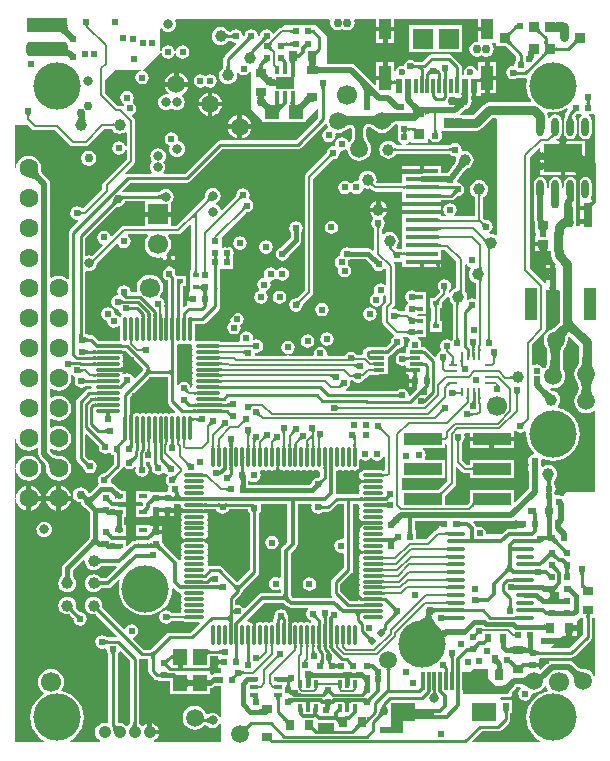
<source format=gbl>
G04*
G04 #@! TF.GenerationSoftware,Altium Limited,Altium Designer,20.0.13 (296)*
G04*
G04 Layer_Physical_Order=4*
G04 Layer_Color=16711680*
%FSLAX44Y44*%
%MOMM*%
G71*
G01*
G75*
%ADD10C,0.2032*%
%ADD11C,0.2540*%
%ADD14C,0.4000*%
%ADD17C,0.1524*%
%ADD19C,0.1778*%
%ADD21R,0.5080X0.5588*%
%ADD22R,0.5588X0.5080*%
%ADD24R,0.7620X0.8382*%
%ADD28R,0.4000X0.6500*%
%ADD30R,0.9000X0.3000*%
%ADD31R,0.6500X0.4000*%
%ADD33R,1.1500X1.3000*%
%ADD37R,0.9500X0.9000*%
%ADD38R,0.9500X0.9000*%
%ADD39R,0.5080X0.3560*%
%ADD42R,0.8382X0.7620*%
%ADD43R,0.5000X0.6400*%
%ADD44R,0.5000X0.8000*%
%ADD97C,0.3810*%
%ADD98C,0.5080*%
%ADD99C,0.7620*%
%ADD100C,0.6350*%
%ADD101C,0.3048*%
%ADD102C,0.3000*%
%ADD103C,0.3302*%
%ADD111C,0.6000*%
%ADD112R,1.0000X1.8000*%
%ADD113R,1.0000X2.1000*%
%ADD114C,1.6002*%
%ADD115R,1.7000X1.7000*%
%ADD116C,1.7000*%
%ADD117C,1.0668*%
%ADD118C,0.6096*%
%ADD119C,0.8128*%
%ADD120C,0.7620*%
%ADD128C,1.5000*%
%ADD129C,1.0000*%
G04:AMPARAMS|DCode=130|XSize=0.508mm|YSize=0.5588mm|CornerRadius=0mm|HoleSize=0mm|Usage=FLASHONLY|Rotation=45.000|XOffset=0mm|YOffset=0mm|HoleType=Round|Shape=Rectangle|*
%AMROTATEDRECTD130*
4,1,4,0.0180,-0.3772,-0.3772,0.0180,-0.0180,0.3772,0.3772,-0.0180,0.0180,-0.3772,0.0*
%
%ADD130ROTATEDRECTD130*%

%ADD131R,0.8300X0.8000*%
%ADD132O,1.8000X0.3000*%
%ADD133O,0.3000X1.8000*%
%ADD134R,0.6000X1.2000*%
%ADD135R,0.3000X1.2000*%
%ADD136R,0.6400X0.5000*%
%ADD137R,1.2000X1.4000*%
%ADD138O,1.5500X0.3500*%
%ADD139R,2.0000X1.5000*%
%ADD140R,0.3000X1.5000*%
%ADD141R,1.0000X2.7000*%
%ADD142R,0.6000X1.6000*%
%ADD143R,0.3000X0.7000*%
%ADD144R,1.6000X1.0000*%
%ADD145R,3.3000X2.4000*%
%ADD146O,0.6000X1.6000*%
%ADD147R,2.8000X0.3500*%
%ADD148O,2.1000X0.3000*%
%ADD149O,0.3000X2.1000*%
%ADD150R,3.5000X1.2000*%
G04:AMPARAMS|DCode=151|XSize=3.5mm|YSize=1.2mm|CornerRadius=0.3mm|HoleSize=0mm|Usage=FLASHONLY|Rotation=0.000|XOffset=0mm|YOffset=0mm|HoleType=Round|Shape=RoundedRectangle|*
%AMROUNDEDRECTD151*
21,1,3.5000,0.6000,0,0,0.0*
21,1,2.9000,1.2000,0,0,0.0*
1,1,0.6000,1.4500,-0.3000*
1,1,0.6000,-1.4500,-0.3000*
1,1,0.6000,-1.4500,0.3000*
1,1,0.6000,1.4500,0.3000*
%
%ADD151ROUNDEDRECTD151*%
%ADD152R,0.2500X0.8000*%
%ADD153R,0.8000X0.2500*%
%ADD154R,3.2000X1.0200*%
%ADD155R,1.8000X1.8000*%
%ADD156C,0.5842*%
%ADD157R,1.4750X0.9000*%
%ADD158R,1.8750X0.5250*%
%ADD159R,0.7750X0.5000*%
%ADD160R,0.5500X0.7250*%
%ADD161R,1.5250X0.6250*%
%ADD162R,1.1000X1.6250*%
%ADD163R,1.4250X1.4000*%
%ADD164R,0.6250X0.6250*%
%ADD165C,4.0000*%
G36*
X66393Y611418D02*
X66372Y611363D01*
X66354Y611281D01*
X66338Y611173D01*
X66314Y610878D01*
X66296Y610238D01*
X66294Y609972D01*
X64262D01*
X64261Y610164D01*
X64229Y610627D01*
X64211Y610743D01*
X64188Y610839D01*
X64162Y610916D01*
X64131Y610974D01*
X64096Y611013D01*
X64056Y611032D01*
X66416Y611447D01*
X66393Y611418D01*
D02*
G37*
G36*
X396922Y609865D02*
X404462D01*
Y606055D01*
X396922D01*
Y597992D01*
X395940Y597187D01*
X395750Y597224D01*
X393272Y596732D01*
X391172Y595328D01*
X389768Y593228D01*
X389276Y590750D01*
X389768Y588272D01*
X391172Y586172D01*
X393272Y584768D01*
X395750Y584276D01*
X398228Y584768D01*
X399625Y585702D01*
X401022Y584768D01*
X403500Y584276D01*
X405978Y584768D01*
X408078Y586172D01*
X409482Y588272D01*
X409974Y590750D01*
X409482Y593228D01*
X408197Y595150D01*
X408556Y596420D01*
X411710D01*
Y593210D01*
X420448D01*
X420452Y593207D01*
X421087Y592669D01*
X429115Y584641D01*
Y581510D01*
X429107Y581457D01*
X429090Y581380D01*
X429081Y581352D01*
X428971Y581279D01*
X427736Y579430D01*
X427303Y577250D01*
X426626Y576573D01*
X426000Y576698D01*
X423820Y576264D01*
X421971Y575029D01*
X420736Y573180D01*
X420303Y571000D01*
X420736Y568820D01*
X421971Y566971D01*
X423820Y565736D01*
X426000Y565303D01*
X428180Y565736D01*
X428714Y566093D01*
X428851Y566137D01*
X428970Y566204D01*
X429021Y566228D01*
X429089Y566255D01*
X429141Y566272D01*
X429440Y566341D01*
X429523Y566353D01*
X429672Y566365D01*
X436750D01*
X437069Y566429D01*
X438063Y565332D01*
X437786Y564419D01*
X437351Y560000D01*
X437786Y555581D01*
X439075Y551333D01*
X441168Y547417D01*
X441615Y546872D01*
X441072Y545724D01*
X406250D01*
X403772Y545232D01*
X401672Y543828D01*
X392568Y534724D01*
X382095D01*
X381569Y535994D01*
X385750Y540175D01*
X387478Y540518D01*
X389578Y541922D01*
X390982Y544022D01*
X391474Y546500D01*
X390982Y548978D01*
X390441Y549787D01*
Y551325D01*
X390442Y551349D01*
X391355D01*
Y559889D01*
X395165D01*
Y551349D01*
X398800D01*
Y553420D01*
X402556D01*
Y566460D01*
Y579500D01*
X396922D01*
Y572080D01*
X395652Y571955D01*
X395380Y573320D01*
X394156Y575152D01*
X392323Y576377D01*
X390162Y576807D01*
X388000Y576377D01*
X386167Y575152D01*
X384943Y573320D01*
X384513Y571158D01*
X384803Y569699D01*
X384012Y568574D01*
X383917Y568562D01*
X382647Y569688D01*
Y575738D01*
X382351Y577225D01*
X381509Y578485D01*
X374747Y585247D01*
X373487Y586089D01*
X372000Y586385D01*
X357250D01*
X355763Y586089D01*
X354503Y585247D01*
X349391Y580135D01*
X343510D01*
X343457Y580143D01*
X343380Y580160D01*
X343352Y580169D01*
X343279Y580279D01*
X341430Y581514D01*
X339250Y581948D01*
X337070Y581514D01*
X335221Y580279D01*
X333986Y578430D01*
X333614Y576558D01*
X332361Y576807D01*
X330200Y576377D01*
X328367Y575152D01*
X327143Y573320D01*
X326871Y571955D01*
X325602Y572080D01*
Y579500D01*
X319967D01*
Y566460D01*
X318062D01*
Y564555D01*
X310522D01*
Y560713D01*
X309348Y560227D01*
X306162Y563413D01*
X292534Y577041D01*
X290854Y578163D01*
X288872Y578558D01*
X268500D01*
Y602250D01*
X259500Y611250D01*
X232250D01*
X230240Y609240D01*
X229533Y609100D01*
X228356Y608314D01*
X224004Y603961D01*
X222629Y604382D01*
X221529Y606029D01*
X219680Y607264D01*
X217500Y607697D01*
X215320Y607264D01*
X213471Y606029D01*
X212236Y604180D01*
X211904Y602510D01*
X211438Y602220D01*
X210043Y602776D01*
X209764Y604180D01*
X208529Y606029D01*
X206680Y607264D01*
X204500Y607697D01*
X202320Y607264D01*
X200471Y606029D01*
X199236Y604180D01*
X198887Y602427D01*
X198386Y602107D01*
X197193Y602544D01*
X196998Y602755D01*
X196764Y603930D01*
X195529Y605779D01*
X193680Y607014D01*
X191500Y607448D01*
X189320Y607014D01*
X187471Y605779D01*
X187450Y605746D01*
X187429Y605740D01*
X187344Y605721D01*
X187287Y605713D01*
X185557D01*
X185485Y605719D01*
X185297Y605750D01*
X185166Y605783D01*
X185107Y605804D01*
X185088Y605833D01*
X185042Y605878D01*
X184023Y607206D01*
X182448Y608414D01*
X180613Y609174D01*
X178645Y609433D01*
X176677Y609174D01*
X174843Y608414D01*
X173267Y607206D01*
X172059Y605630D01*
X171299Y603796D01*
X171040Y601828D01*
X171299Y599860D01*
X172059Y598025D01*
X173267Y596450D01*
X174843Y595242D01*
X176677Y594482D01*
X178645Y594223D01*
X180613Y594482D01*
X182448Y595242D01*
X184023Y596450D01*
X185042Y597778D01*
X185088Y597823D01*
X185107Y597852D01*
X185166Y597873D01*
X185297Y597906D01*
X185485Y597937D01*
X185557Y597943D01*
X187197D01*
X187244Y597936D01*
X187314Y597919D01*
X187346Y597909D01*
X187471Y597721D01*
X189320Y596486D01*
X191302Y596092D01*
X191952Y594946D01*
X182003Y584997D01*
X181161Y583737D01*
X180865Y582250D01*
Y575662D01*
X180859Y575589D01*
X180828Y575402D01*
X180795Y575271D01*
X180774Y575212D01*
X180745Y575192D01*
X180700Y575147D01*
X179372Y574128D01*
X178164Y572552D01*
X177404Y570718D01*
X177145Y568750D01*
X177404Y566782D01*
X178164Y564948D01*
X179372Y563372D01*
X180947Y562164D01*
X182782Y561404D01*
X184750Y561145D01*
X186718Y561404D01*
X188552Y562164D01*
X190128Y563372D01*
X191336Y564948D01*
X192096Y566782D01*
X192355Y568750D01*
X192096Y570718D01*
X192070Y570781D01*
X193196Y571382D01*
X193971Y570221D01*
X195820Y568986D01*
X198000Y568553D01*
X200180Y568986D01*
X202029Y570221D01*
X202980Y571645D01*
X204250Y571260D01*
Y539750D01*
X213960Y530040D01*
Y528710D01*
X230540D01*
Y529250D01*
X233960D01*
Y528710D01*
X250540D01*
Y530790D01*
X260192Y540442D01*
X261365Y539956D01*
Y532859D01*
X242141Y513635D01*
X178500D01*
X177013Y513339D01*
X175753Y512497D01*
X148641Y485385D01*
X130739D01*
X130240Y486655D01*
X131019Y487669D01*
X131684Y489276D01*
X131911Y491000D01*
X131684Y492724D01*
X131019Y494330D01*
X130227Y495362D01*
X130460Y495540D01*
X131519Y496920D01*
X132184Y498526D01*
X132411Y500250D01*
X132184Y501974D01*
X131519Y503581D01*
X130460Y504960D01*
X129080Y506019D01*
X127474Y506684D01*
X125750Y506911D01*
X124026Y506684D01*
X122420Y506019D01*
X121040Y504960D01*
X119981Y503581D01*
X119316Y501974D01*
X119089Y500250D01*
X119316Y498526D01*
X119981Y496920D01*
X120772Y495888D01*
X120540Y495710D01*
X119481Y494330D01*
X118816Y492724D01*
X118589Y491000D01*
X118816Y489276D01*
X119481Y487669D01*
X120260Y486655D01*
X119761Y485385D01*
X99880D01*
X98393Y485089D01*
X98336Y485051D01*
X97527Y486037D01*
X105314Y493824D01*
X106100Y495001D01*
X106376Y496388D01*
X106376Y496388D01*
Y530000D01*
X106100Y531387D01*
X105314Y532564D01*
X105314Y532564D01*
X103738Y534139D01*
X104081Y535592D01*
X105529Y536559D01*
X106764Y538408D01*
X107198Y540588D01*
X106764Y542768D01*
X105529Y544617D01*
X104519Y545291D01*
X104108Y546963D01*
X104514Y547570D01*
X104948Y549750D01*
X104514Y551930D01*
X103279Y553779D01*
X101430Y555014D01*
X99250Y555448D01*
X97070Y555014D01*
X95221Y553779D01*
X93986Y551930D01*
X93553Y549750D01*
X93986Y547570D01*
X95221Y545721D01*
X96231Y545047D01*
X96642Y543375D01*
X96236Y542768D01*
X94869Y542403D01*
X93750Y542626D01*
X93750Y542626D01*
X91752D01*
X80876Y553502D01*
Y564876D01*
X89500Y573500D01*
X111032D01*
X111157Y572230D01*
X110070Y572014D01*
X108221Y570779D01*
X106986Y568930D01*
X106552Y566750D01*
X106986Y564570D01*
X108221Y562721D01*
X110070Y561486D01*
X112250Y561053D01*
X114430Y561486D01*
X116279Y562721D01*
X117514Y564570D01*
X117948Y566750D01*
X117514Y568930D01*
X116279Y570779D01*
X114430Y572014D01*
X113280Y572243D01*
X113286Y573536D01*
X127381Y587631D01*
X128690Y587557D01*
X128986Y586070D01*
X130221Y584221D01*
X132070Y582986D01*
X134250Y582552D01*
X136430Y582986D01*
X138279Y584221D01*
X139514Y586070D01*
X139728Y587145D01*
X141023D01*
X141236Y586070D01*
X142471Y584221D01*
X144320Y582986D01*
X146500Y582552D01*
X148680Y582986D01*
X150529Y584221D01*
X151764Y586070D01*
X152198Y588250D01*
X151764Y590430D01*
X150529Y592279D01*
X148680Y593514D01*
X146500Y593947D01*
X144320Y593514D01*
X142471Y592279D01*
X141236Y590430D01*
X141023Y589356D01*
X139728D01*
X139514Y590430D01*
X138279Y592279D01*
X136430Y593514D01*
X134250Y593947D01*
X132070Y593514D01*
X130221Y592279D01*
X128986Y590430D01*
X128770Y589343D01*
X127500Y589468D01*
Y607862D01*
X128770Y608293D01*
X129540Y607290D01*
X130920Y606231D01*
X132526Y605566D01*
X134250Y605339D01*
X135974Y605566D01*
X137580Y606231D01*
X138960Y607290D01*
X140019Y608670D01*
X140684Y610276D01*
X140911Y612000D01*
X140684Y613724D01*
X140137Y615044D01*
X140694Y616315D01*
X270749D01*
X271632Y615044D01*
X271276Y613250D01*
X271768Y610772D01*
X273172Y608672D01*
X275272Y607268D01*
X277750Y606776D01*
X280228Y607268D01*
X281750Y608286D01*
X283272Y607268D01*
X285750Y606776D01*
X288228Y607268D01*
X290328Y608672D01*
X291732Y610772D01*
X292224Y613250D01*
X291868Y615044D01*
X292751Y616315D01*
X310522D01*
Y609865D01*
X325602D01*
Y616315D01*
X396922D01*
Y609865D01*
D02*
G37*
G36*
X462295Y614094D02*
X462521Y613982D01*
X462897Y613883D01*
X463424Y613797D01*
X464102Y613725D01*
X467039Y613586D01*
X469750Y613560D01*
Y605940D01*
X468319Y605933D01*
X462897Y605617D01*
X462521Y605518D01*
X462295Y605406D01*
X462220Y605280D01*
Y614220D01*
X462295Y614094D01*
D02*
G37*
G36*
X425516Y604720D02*
X425010Y604196D01*
X424213Y603258D01*
X423923Y602844D01*
X423704Y602467D01*
X423558Y602126D01*
X423483Y601822D01*
X423480Y601554D01*
X423548Y601322D01*
X423689Y601127D01*
X420127Y604689D01*
X420322Y604548D01*
X420554Y604480D01*
X420821Y604483D01*
X421126Y604557D01*
X421467Y604704D01*
X421844Y604923D01*
X422258Y605213D01*
X422709Y605575D01*
X423719Y606516D01*
X425516Y604720D01*
D02*
G37*
G36*
X254826Y607336D02*
X254877Y607270D01*
X254961Y607211D01*
X255080Y607161D01*
X255232Y607118D01*
X255418Y607082D01*
X255638Y607055D01*
X256179Y607024D01*
X256500Y607020D01*
Y604480D01*
X256179Y604476D01*
X255418Y604417D01*
X255232Y604382D01*
X255080Y604339D01*
X254961Y604289D01*
X254877Y604230D01*
X254826Y604164D01*
X254809Y604089D01*
Y607411D01*
X254826Y607336D01*
D02*
G37*
G36*
X239691Y603718D02*
X239670Y603911D01*
X239608Y604084D01*
X239505Y604236D01*
X239361Y604368D01*
X239175Y604480D01*
X238948Y604571D01*
X238680Y604643D01*
X238371Y604693D01*
X238020Y604724D01*
X237628Y604734D01*
Y606766D01*
X238020Y606776D01*
X238371Y606807D01*
X238680Y606857D01*
X238948Y606929D01*
X239175Y607020D01*
X239361Y607132D01*
X239505Y607264D01*
X239608Y607416D01*
X239670Y607589D01*
X239691Y607782D01*
Y603718D01*
D02*
G37*
G36*
X448548Y608678D02*
X448480Y608446D01*
X448483Y608178D01*
X448558Y607874D01*
X448704Y607533D01*
X448923Y607156D01*
X449213Y606742D01*
X449576Y606291D01*
X450516Y605280D01*
X448719Y603484D01*
X448196Y603990D01*
X447258Y604787D01*
X446844Y605077D01*
X446467Y605296D01*
X446126Y605443D01*
X445821Y605517D01*
X445554Y605520D01*
X445322Y605452D01*
X445127Y605311D01*
X448689Y608873D01*
X448548Y608678D01*
D02*
G37*
G36*
X189269Y599673D02*
X189097Y599841D01*
X188909Y599991D01*
X188707Y600124D01*
X188489Y600239D01*
X188256Y600337D01*
X188008Y600416D01*
X187745Y600478D01*
X187467Y600523D01*
X187174Y600549D01*
X186866Y600558D01*
X186938Y603098D01*
X187245Y603106D01*
X187539Y603132D01*
X187818Y603174D01*
X188083Y603232D01*
X188335Y603308D01*
X188572Y603401D01*
X188795Y603510D01*
X189003Y603636D01*
X189198Y603779D01*
X189379Y603939D01*
X189269Y599673D01*
D02*
G37*
G36*
X49137Y610864D02*
X48959Y610433D01*
X48934Y609919D01*
X49062Y609323D01*
X49345Y608646D01*
X49781Y607886D01*
X50370Y607045D01*
X51114Y606122D01*
X53062Y604030D01*
X50266Y599642D01*
X48928Y600944D01*
X45500Y603833D01*
X44553Y604456D01*
X43704Y604911D01*
X42953Y605195D01*
X42299Y605310D01*
X41743Y605255D01*
X41285Y605031D01*
X49469Y611215D01*
X49137Y610864D01*
D02*
G37*
G36*
X183117Y604127D02*
X183314Y603911D01*
X183543Y603720D01*
X183803Y603555D01*
X184094Y603415D01*
X184416Y603301D01*
X184770Y603212D01*
X185156Y603149D01*
X185573Y603111D01*
X186021Y603098D01*
Y600558D01*
X185573Y600545D01*
X185156Y600507D01*
X184770Y600444D01*
X184416Y600355D01*
X184094Y600241D01*
X183803Y600101D01*
X183543Y599936D01*
X183314Y599745D01*
X183117Y599529D01*
X182952Y599288D01*
Y604368D01*
X183117Y604127D01*
D02*
G37*
G36*
X217470Y598952D02*
X217229Y598943D01*
X216990Y598912D01*
X216752Y598858D01*
X216517Y598782D01*
X216284Y598683D01*
X216052Y598561D01*
X215823Y598417D01*
X215595Y598250D01*
X215369Y598061D01*
X215146Y597850D01*
X213350Y599646D01*
X213561Y599869D01*
X213750Y600095D01*
X213917Y600323D01*
X214061Y600552D01*
X214183Y600784D01*
X214282Y601017D01*
X214358Y601253D01*
X214412Y601490D01*
X214443Y601729D01*
X214452Y601969D01*
X217470Y598952D01*
D02*
G37*
G36*
X204470D02*
X204229Y598943D01*
X203990Y598912D01*
X203752Y598858D01*
X203517Y598782D01*
X203284Y598683D01*
X203053Y598561D01*
X202823Y598417D01*
X202595Y598250D01*
X202369Y598061D01*
X202146Y597850D01*
X200350Y599646D01*
X200561Y599869D01*
X200750Y600095D01*
X200917Y600323D01*
X201061Y600552D01*
X201183Y600784D01*
X201282Y601017D01*
X201358Y601253D01*
X201412Y601490D01*
X201443Y601729D01*
X201452Y601969D01*
X204470Y598952D01*
D02*
G37*
G36*
X481373Y595811D02*
X481178Y595952D01*
X480946Y596020D01*
X480678Y596017D01*
X480374Y595942D01*
X480033Y595796D01*
X479656Y595577D01*
X479242Y595287D01*
X478791Y594925D01*
X477780Y593984D01*
X475984Y595780D01*
X476490Y596304D01*
X477287Y597242D01*
X477577Y597656D01*
X477796Y598033D01*
X477943Y598374D01*
X478017Y598679D01*
X478020Y598946D01*
X477952Y599178D01*
X477811Y599373D01*
X481373Y595811D01*
D02*
G37*
G36*
X222450Y595844D02*
X222034Y595413D01*
X221380Y594647D01*
X221144Y594312D01*
X220967Y594008D01*
X220884Y593817D01*
X220869Y593717D01*
X220889Y593487D01*
X220959Y593234D01*
X221081Y592958D01*
X221253Y592659D01*
X221476Y592338D01*
X221750Y591993D01*
X222450Y591236D01*
X221680Y589134D01*
X221231Y589569D01*
X220440Y590247D01*
X220099Y590489D01*
X219793Y590668D01*
X219524Y590783D01*
X219291Y590833D01*
X219093Y590820D01*
X218932Y590742D01*
X218806Y590601D01*
X220517Y593359D01*
X217886Y595559D01*
X218053Y595458D01*
X218246Y595413D01*
X218466Y595422D01*
X218713Y595486D01*
X218987Y595606D01*
X219288Y595780D01*
X219616Y596009D01*
X219970Y596293D01*
X220760Y597026D01*
X222450Y595844D01*
D02*
G37*
G36*
X455303Y597273D02*
X455341Y596837D01*
X455404Y596453D01*
X455493Y596119D01*
X455607Y595837D01*
X455747Y595605D01*
X455912Y595425D01*
X456103Y595295D01*
X456319Y595217D01*
X456560Y595189D01*
X452780Y595219D01*
X452775Y595245D01*
X452770Y595321D01*
X452753Y596464D01*
X452750Y597760D01*
X455290D01*
X455303Y597273D01*
D02*
G37*
G36*
X423537Y598939D02*
X423460Y598716D01*
X423457Y598455D01*
X423528Y598154D01*
X423673Y597814D01*
X423893Y597435D01*
X424187Y597018D01*
X424556Y596561D01*
X425516Y595530D01*
X423469Y593984D01*
X422957Y594479D01*
X422034Y595261D01*
X421624Y595547D01*
X421248Y595765D01*
X420906Y595913D01*
X420597Y595991D01*
X420323Y596001D01*
X420083Y595941D01*
X419877Y595811D01*
X423689Y599123D01*
X423537Y598939D01*
D02*
G37*
G36*
X239691Y592710D02*
X239665Y592951D01*
X239588Y593167D01*
X239460Y593358D01*
X239280Y593523D01*
X239048Y593662D01*
X238766Y593777D01*
X238431Y593866D01*
X238046Y593929D01*
X237609Y593967D01*
X237120Y593980D01*
Y596520D01*
X237609Y596533D01*
X238046Y596571D01*
X238431Y596634D01*
X238766Y596723D01*
X239048Y596838D01*
X239280Y596977D01*
X239460Y597142D01*
X239588Y597333D01*
X239665Y597549D01*
X239691Y597790D01*
Y592710D01*
D02*
G37*
G36*
X235054Y593980D02*
X234571Y593967D01*
X234139Y593929D01*
X233758Y593866D01*
X233428Y593777D01*
X233148Y593662D01*
X232920Y593523D01*
X232742Y593358D01*
X232615Y593167D01*
X232539Y592951D01*
X232514Y592710D01*
Y595589D01*
X232539Y595766D01*
X232615Y595924D01*
X232742Y596064D01*
X232920Y596185D01*
X233148Y596287D01*
X233428Y596371D01*
X233758Y596436D01*
X234139Y596483D01*
X234571Y596511D01*
X235054Y596520D01*
Y593980D01*
D02*
G37*
G36*
X252207Y592517D02*
X252160Y592522D01*
X252066Y592475D01*
X251926Y592377D01*
X251741Y592227D01*
X250910Y591471D01*
X249667Y590253D01*
X247486Y592741D01*
X249851Y595381D01*
X252207Y592517D01*
D02*
G37*
G36*
X262424Y589500D02*
X261758Y588826D01*
X260696Y587614D01*
X260691Y587608D01*
X260406Y587200D01*
X260189Y586824D01*
X260041Y586481D01*
X259960Y586171D01*
X259948Y585894D01*
X260003Y585649D01*
X260127Y585438D01*
X259486Y586232D01*
X259234Y585944D01*
X259058Y585657D01*
X258953Y585425D01*
X258918Y585248D01*
X256376Y587790D01*
X256553Y587825D01*
X256785Y587930D01*
X257072Y588106D01*
X257415Y588351D01*
X257632Y588530D01*
X256946Y589380D01*
X257124Y589222D01*
X257342Y589140D01*
X257601Y589134D01*
X257900Y589203D01*
X258239Y589348D01*
X258618Y589569D01*
X259038Y589865D01*
X259498Y590236D01*
X260521Y591190D01*
X260627Y591296D01*
X262424Y589500D01*
D02*
G37*
G36*
X462245Y593049D02*
X462321Y592833D01*
X462448Y592642D01*
X462626Y592477D01*
X462854Y592337D01*
X463134Y592223D01*
X463464Y592134D01*
X463845Y592071D01*
X464277Y592033D01*
X464759Y592020D01*
Y589480D01*
X464277Y589467D01*
X463845Y589429D01*
X463464Y589366D01*
X463134Y589277D01*
X462854Y589162D01*
X462626Y589023D01*
X462448Y588858D01*
X462321Y588667D01*
X462245Y588451D01*
X462220Y588210D01*
Y593290D01*
X462245Y593049D01*
D02*
G37*
G36*
X456373Y586311D02*
X456178Y586452D01*
X455946Y586520D01*
X455678Y586517D01*
X455374Y586442D01*
X455033Y586296D01*
X454656Y586077D01*
X454242Y585787D01*
X453791Y585424D01*
X452780Y584484D01*
X450984Y586281D01*
X451490Y586804D01*
X452287Y587742D01*
X452577Y588156D01*
X452796Y588533D01*
X452943Y588874D01*
X453017Y589179D01*
X453020Y589446D01*
X452952Y589678D01*
X452811Y589873D01*
X456373Y586311D01*
D02*
G37*
G36*
X220410Y580441D02*
X220145Y580613D01*
X219834Y580695D01*
X219480Y580686D01*
X219080Y580585D01*
X218635Y580394D01*
X218146Y580112D01*
X217612Y579739D01*
X217033Y579276D01*
X215741Y578076D01*
X213152Y580157D01*
X213820Y580848D01*
X214868Y582081D01*
X215249Y582622D01*
X215533Y583114D01*
X215722Y583556D01*
X215814Y583949D01*
X215811Y584291D01*
X215712Y584584D01*
X215517Y584826D01*
X220410Y580441D01*
D02*
G37*
G36*
X434279Y581542D02*
X434305Y581248D01*
X434348Y580970D01*
X434408Y580705D01*
X434486Y580456D01*
X434581Y580221D01*
X434693Y580000D01*
X434823Y579795D01*
X434969Y579603D01*
X435134Y579427D01*
X430866D01*
X431031Y579603D01*
X431177Y579795D01*
X431307Y580000D01*
X431419Y580221D01*
X431514Y580456D01*
X431592Y580705D01*
X431652Y580970D01*
X431696Y581248D01*
X431721Y581542D01*
X431730Y581850D01*
X434270D01*
X434279Y581542D01*
D02*
G37*
G36*
X242488Y581057D02*
X242208Y580957D01*
X241960Y580792D01*
X241745Y580561D01*
X241564Y580264D01*
X241415Y579901D01*
X241300Y579472D01*
X241217Y578976D01*
X241168Y578415D01*
X241151Y577788D01*
X237849D01*
X237834Y578415D01*
X237789Y578976D01*
X237713Y579472D01*
X237608Y579901D01*
X237472Y580264D01*
X237307Y580561D01*
X237111Y580792D01*
X236885Y580957D01*
X236629Y581057D01*
X236343Y581090D01*
X242802D01*
X242488Y581057D01*
D02*
G37*
G36*
X234272Y578527D02*
X234398Y576571D01*
X234432Y576495D01*
X234470Y576470D01*
X231530D01*
X231568Y576495D01*
X231602Y576571D01*
X231632Y576698D01*
X231658Y576876D01*
X231698Y577384D01*
X231730Y579010D01*
X234270D01*
X234272Y578527D01*
D02*
G37*
G36*
X258930Y581090D02*
X260158D01*
X259922Y581039D01*
X259711Y580886D01*
X259525Y580632D01*
X259364Y580277D01*
X259228Y579819D01*
X259116Y579261D01*
X259090Y579058D01*
X259110Y578798D01*
X259218Y578240D01*
X259350Y577782D01*
X259507Y577427D01*
X259687Y577173D01*
X259891Y577020D01*
X260119Y576970D01*
X258930D01*
X258918Y576009D01*
X253838D01*
X253826Y576970D01*
X251880D01*
X252252Y577020D01*
X252585Y577173D01*
X252879Y577427D01*
X253133Y577782D01*
X253349Y578240D01*
X253525Y578798D01*
X253630Y579307D01*
X253528Y579819D01*
X253392Y580277D01*
X253231Y580632D01*
X253045Y580886D01*
X252834Y581039D01*
X252598Y581090D01*
X253818D01*
X253838Y582050D01*
X258918D01*
X258930Y581090D01*
D02*
G37*
G36*
X225366Y577577D02*
X226420Y576673D01*
X226612Y576550D01*
X226775Y576468D01*
X226909Y576427D01*
X227015Y576428D01*
X227091Y576470D01*
X225030Y574409D01*
X225072Y574486D01*
X225073Y574591D01*
X225032Y574725D01*
X224950Y574888D01*
X224827Y575080D01*
X224663Y575300D01*
X224211Y575827D01*
X223594Y576470D01*
X225030Y577906D01*
X225366Y577577D01*
D02*
G37*
G36*
X341603Y578219D02*
X341795Y578073D01*
X342000Y577943D01*
X342221Y577831D01*
X342456Y577736D01*
X342705Y577658D01*
X342969Y577598D01*
X343248Y577555D01*
X343542Y577529D01*
X343850Y577520D01*
Y575117D01*
X346750Y577520D01*
X351000Y574980D01*
X350577Y574977D01*
X350132Y574959D01*
X350035Y574950D01*
X349963Y574940D01*
X349916Y574927D01*
X349894Y574914D01*
X349898Y574898D01*
X348020Y573184D01*
X347653Y573525D01*
X347272Y573830D01*
X346875Y574100D01*
X346464Y574333D01*
X346038Y574531D01*
X345597Y574693D01*
X345141Y574818D01*
X344670Y574908D01*
X344184Y574962D01*
X343757Y574977D01*
X343542Y574971D01*
X343248Y574945D01*
X342969Y574902D01*
X342705Y574842D01*
X342456Y574764D01*
X342221Y574669D01*
X342000Y574557D01*
X341795Y574427D01*
X341603Y574281D01*
X341427Y574116D01*
Y578384D01*
X341603Y578219D01*
D02*
G37*
G36*
X186033Y575678D02*
X186071Y575261D01*
X186134Y574875D01*
X186223Y574521D01*
X186338Y574199D01*
X186477Y573907D01*
X186642Y573648D01*
X186833Y573419D01*
X187049Y573222D01*
X187290Y573057D01*
X182210D01*
X182451Y573222D01*
X182667Y573419D01*
X182858Y573648D01*
X183023Y573907D01*
X183162Y574199D01*
X183277Y574521D01*
X183366Y574875D01*
X183429Y575261D01*
X183467Y575678D01*
X183480Y576126D01*
X186020D01*
X186033Y575678D01*
D02*
G37*
G36*
X214200Y576257D02*
X214251Y575746D01*
X214329Y575382D01*
X214429Y575075D01*
X214551Y574824D01*
X214696Y574628D01*
X214862Y574489D01*
X215051Y574405D01*
X215263Y574377D01*
X214301D01*
X214413Y572299D01*
X210587D01*
X210637Y572402D01*
X210681Y572590D01*
X210721Y572863D01*
X210783Y573667D01*
X210800Y574377D01*
X209738D01*
X209949Y574405D01*
X210138Y574489D01*
X210304Y574628D01*
X210449Y574824D01*
X210571Y575075D01*
X210671Y575382D01*
X210749Y575746D01*
X210805Y576165D01*
X210838Y576639D01*
X210849Y577170D01*
X214151D01*
X214200Y576257D01*
D02*
G37*
G36*
X370729Y572905D02*
X370583Y572713D01*
X370454Y572506D01*
X370342Y572286D01*
X370247Y572050D01*
X370170Y571801D01*
X370109Y571536D01*
X370066Y571257D01*
X370041Y570964D01*
X370032Y570656D01*
X367492Y570645D01*
X367483Y570953D01*
X367457Y571246D01*
X367414Y571525D01*
X367353Y571789D01*
X367275Y572038D01*
X367180Y572273D01*
X367067Y572493D01*
X366937Y572698D01*
X366790Y572889D01*
X366625Y573065D01*
X370892Y573082D01*
X370729Y572905D01*
D02*
G37*
G36*
X357133Y569916D02*
X356955Y570008D01*
X356772Y570066D01*
X356582Y570090D01*
X356386Y570079D01*
X356185Y570033D01*
X355977Y569953D01*
X355763Y569839D01*
X355544Y569691D01*
X355318Y569508D01*
X355087Y569291D01*
X353596Y571391D01*
X356053Y573920D01*
X357133Y569916D01*
D02*
G37*
G36*
X363976Y571820D02*
X362622Y569582D01*
X362388Y569803D01*
X362164Y569987D01*
X361950Y570136D01*
X361745Y570249D01*
X361550Y570326D01*
X361364Y570367D01*
X361188Y570372D01*
X361022Y570341D01*
X360865Y570275D01*
X360718Y570172D01*
X361309Y574155D01*
X363976Y571820D01*
D02*
G37*
G36*
X260170Y576770D02*
X260323Y576591D01*
X260577Y576433D01*
X260932Y576297D01*
X261390Y576181D01*
X261948Y576086D01*
X262609Y576013D01*
X264234Y575929D01*
X265200Y575918D01*
Y570838D01*
X264234Y570820D01*
X262609Y570675D01*
X261948Y570549D01*
X261390Y570386D01*
X260932Y570187D01*
X260577Y569952D01*
X260323Y569681D01*
X260170Y569374D01*
X260119Y569031D01*
Y576970D01*
X260170Y576770D01*
D02*
G37*
G36*
X428763Y572340D02*
X428911Y572168D01*
X429080Y572016D01*
X429269Y571884D01*
X429478Y571773D01*
X429709Y571682D01*
X429959Y571611D01*
X430229Y571561D01*
X430521Y571530D01*
X430832Y571520D01*
X430111Y568980D01*
X429804Y568974D01*
X429226Y568927D01*
X428955Y568887D01*
X428449Y568770D01*
X428215Y568694D01*
X427993Y568606D01*
X427783Y568507D01*
X427585Y568396D01*
X428635Y572532D01*
X428763Y572340D01*
D02*
G37*
G36*
X380034Y567916D02*
X380160Y565960D01*
X380194Y565884D01*
X380232Y565859D01*
X377293D01*
X377331Y565884D01*
X377364Y565960D01*
X377394Y566087D01*
X377420Y566265D01*
X377460Y566773D01*
X377492Y568399D01*
X380032D01*
X380034Y567916D01*
D02*
G37*
G36*
X370034D02*
X370160Y565960D01*
X370194Y565884D01*
X370232Y565859D01*
X367293D01*
X367331Y565884D01*
X367364Y565960D01*
X367394Y566087D01*
X367420Y566265D01*
X367460Y566773D01*
X367492Y568399D01*
X370032D01*
X370034Y567916D01*
D02*
G37*
G36*
X350033D02*
X350159Y565960D01*
X350193Y565884D01*
X350231Y565859D01*
X347292D01*
X347330Y565884D01*
X347364Y565960D01*
X347394Y566087D01*
X347420Y566265D01*
X347460Y566773D01*
X347491Y568399D01*
X350032D01*
X350033Y567916D01*
D02*
G37*
G36*
X365030Y567916D02*
X365156Y565960D01*
X365190Y565884D01*
X365228Y565859D01*
X362289D01*
X362327Y565884D01*
X362361Y565960D01*
X362391Y566087D01*
X362416Y566265D01*
X362456Y566773D01*
X362488Y568399D01*
X365028D01*
X365030Y567916D01*
D02*
G37*
G36*
X355033D02*
X355159Y565960D01*
X355193Y565884D01*
X355231Y565859D01*
X352292D01*
X352330Y565884D01*
X352364Y565960D01*
X352394Y566087D01*
X352420Y566265D01*
X352459Y566773D01*
X352491Y568399D01*
X355032D01*
X355033Y567916D01*
D02*
G37*
G36*
X225030Y565046D02*
X225367Y565040D01*
X225158Y559960D01*
X225030Y559977D01*
Y558098D01*
X224986Y558451D01*
X224854Y558768D01*
X224634Y559047D01*
X224326Y559290D01*
X223930Y559494D01*
X223446Y559662D01*
X222873Y559792D01*
X222213Y559885D01*
X221465Y559941D01*
X220628Y559960D01*
Y565040D01*
X221465Y565059D01*
X222873Y565208D01*
X222900Y565214D01*
X222974Y565379D01*
X223020Y565315D01*
X223104Y565260D01*
X223446Y565338D01*
X223930Y565506D01*
X224326Y565710D01*
X224634Y565953D01*
X224854Y566232D01*
X224986Y566549D01*
X225030Y566903D01*
Y565046D01*
D02*
G37*
G36*
X326321Y560190D02*
X326295Y560431D01*
X326218Y560647D01*
X326090Y560837D01*
X325910Y561003D01*
X325678Y561142D01*
X325396Y561256D01*
X325061Y561345D01*
X324676Y561409D01*
X324661Y561410D01*
X324646Y561409D01*
X324260Y561345D01*
X323926Y561256D01*
X323643Y561142D01*
X323412Y561003D01*
X323232Y560837D01*
X323103Y560647D01*
X323026Y560431D01*
X323000Y560190D01*
Y565270D01*
X323026Y565028D01*
X323103Y564813D01*
X323232Y564622D01*
X323412Y564457D01*
X323643Y564317D01*
X323926Y564203D01*
X324260Y564114D01*
X324646Y564050D01*
X324661Y564049D01*
X324676Y564050D01*
X325061Y564114D01*
X325396Y564203D01*
X325678Y564317D01*
X325910Y564457D01*
X326090Y564622D01*
X326218Y564813D01*
X326295Y565028D01*
X326321Y565270D01*
Y560190D01*
D02*
G37*
G36*
X216329Y573276D02*
X216175Y572825D01*
X216168Y572297D01*
X216309Y571693D01*
X216598Y571013D01*
X217034Y570256D01*
X217617Y569423D01*
X218348Y568514D01*
X218584Y568261D01*
X218970Y567922D01*
X219060Y567877D01*
X219124Y567864D01*
X219041Y567770D01*
X220253Y566468D01*
X216280Y563256D01*
X215618Y563895D01*
X215593Y563866D01*
X215576Y563898D01*
X215527Y563960D01*
X215367Y564137D01*
X215252Y564248D01*
X213403Y565812D01*
X212582Y566384D01*
X211829Y566816D01*
X211145Y567109D01*
X210530Y567261D01*
X209983Y567274D01*
X209505Y567146D01*
X209095Y566879D01*
X216630Y573652D01*
X216329Y573276D01*
D02*
G37*
G36*
X399522Y562079D02*
X399497Y562321D01*
X399420Y562536D01*
X399291Y562727D01*
X399111Y562892D01*
X398880Y563032D01*
X398597Y563146D01*
X398263Y563235D01*
X397877Y563298D01*
X397863Y563300D01*
X397848Y563298D01*
X397463Y563235D01*
X397130Y563146D01*
X396847Y563032D01*
X396616Y562892D01*
X396435Y562727D01*
X396306Y562536D01*
X396227Y562321D01*
X396199Y562079D01*
X396230Y565859D01*
X396255Y565864D01*
X396331Y565870D01*
X396952Y565879D01*
Y565889D01*
X397440Y565902D01*
X397877Y565940D01*
X398263Y566003D01*
X398597Y566092D01*
X398880Y566207D01*
X399111Y566346D01*
X399291Y566511D01*
X399420Y566702D01*
X399497Y566918D01*
X399522Y567159D01*
Y562079D01*
D02*
G37*
G36*
X267220Y559647D02*
X267073Y559455D01*
X266943Y559250D01*
X266831Y559029D01*
X266736Y558794D01*
X266658Y558545D01*
X266598Y558280D01*
X266555Y558002D01*
X266529Y557708D01*
X266520Y557400D01*
X263980D01*
X263971Y557708D01*
X263945Y558002D01*
X263902Y558280D01*
X263842Y558545D01*
X263764Y558794D01*
X263669Y559029D01*
X263557Y559250D01*
X263427Y559455D01*
X263281Y559647D01*
X263116Y559823D01*
X267384D01*
X267220Y559647D01*
D02*
G37*
G36*
X370194Y553894D02*
X370160Y553818D01*
X370130Y553691D01*
X370104Y553513D01*
X370064Y553005D01*
X370032Y551380D01*
X367492D01*
X367490Y551862D01*
X367364Y553818D01*
X367331Y553894D01*
X367293Y553920D01*
X370232D01*
X370194Y553894D01*
D02*
G37*
G36*
X360193Y553894D02*
X360159Y553818D01*
X360129Y553691D01*
X360103Y553513D01*
X360063Y553005D01*
X360032Y551380D01*
X357491D01*
X357490Y551862D01*
X357364Y553818D01*
X357330Y553894D01*
X357292Y553920D01*
X360231D01*
X360193Y553894D01*
D02*
G37*
G36*
X304296Y561546D02*
X308632Y550026D01*
X307950Y550658D01*
X307339Y551116D01*
X306800Y551400D01*
X306333Y551512D01*
X305938Y551450D01*
X305615Y551214D01*
X305363Y550805D01*
X305184Y550223D01*
X305076Y549467D01*
X305040Y548538D01*
X299960Y553618D01*
X299924Y554619D01*
X299816Y555590D01*
X299637Y556532D01*
X299385Y557444D01*
X299062Y558326D01*
X298667Y559178D01*
X298200Y560001D01*
X297661Y560794D01*
X297050Y561557D01*
X296368Y562290D01*
X304296Y561546D01*
D02*
G37*
G36*
X388149Y553869D02*
X388076Y553717D01*
X388012Y553462D01*
X387956Y553107D01*
X387909Y552650D01*
X387819Y550668D01*
X387818Y550551D01*
X387848Y549031D01*
X387803Y549035D01*
X387802Y548840D01*
X382721D01*
X382719Y549384D01*
X382526Y549398D01*
X382563Y549452D01*
X382596Y549549D01*
X382626Y549687D01*
X382651Y549868D01*
X382684Y550282D01*
X382447Y553717D01*
X382374Y553869D01*
X382292Y553920D01*
X388231D01*
X388149Y553869D01*
D02*
G37*
G36*
X340149D02*
X340076Y553717D01*
X340012Y553462D01*
X339956Y553107D01*
X339909Y552650D01*
X339819Y550668D01*
X339801Y548840D01*
X334721D01*
X334717Y549805D01*
X334447Y553717D01*
X334374Y553869D01*
X334292Y553920D01*
X340231D01*
X340149Y553869D01*
D02*
G37*
G36*
X215042Y550817D02*
X215054Y550623D01*
X215592D01*
X215487Y550592D01*
X215394Y550498D01*
X215311Y550342D01*
X215239Y550123D01*
X215178Y549842D01*
X215128Y549499D01*
X215127Y549477D01*
X215151Y549095D01*
X215185Y548954D01*
X215223Y548855D01*
X215266Y548798D01*
X215074Y548778D01*
X215062Y548624D01*
X215040Y547500D01*
X209960D01*
X209954Y548093D01*
X209822Y549842D01*
X209761Y550123D01*
X209689Y550342D01*
X209606Y550498D01*
X209513Y550592D01*
X209408Y550623D01*
X210642D01*
X215040Y551251D01*
X215042Y550817D01*
D02*
G37*
G36*
X257715Y546061D02*
X257371Y546394D01*
X256943Y546572D01*
X256433Y546596D01*
X255839Y546465D01*
X255163Y546180D01*
X254403Y545741D01*
X253559Y545147D01*
X252633Y544398D01*
X250892Y542775D01*
X250586Y542459D01*
X249045Y540632D01*
X248478Y539816D01*
X248048Y539065D01*
X247754Y538379D01*
X247596Y537758D01*
X247574Y537202D01*
X247688Y536711D01*
X247939Y536285D01*
X241535Y544189D01*
X241894Y543871D01*
X242333Y543704D01*
X242851Y543689D01*
X243450Y543824D01*
X244128Y544111D01*
X244887Y544549D01*
X245725Y545138D01*
X246643Y545878D01*
X248551Y547655D01*
X248971Y548093D01*
X250120Y549482D01*
X250587Y550159D01*
X250982Y550824D01*
X251306Y551477D01*
X251557Y552118D01*
X251737Y552747D01*
X251845Y553364D01*
X251880Y553970D01*
X257715Y546061D01*
D02*
G37*
G36*
X382279Y545446D02*
X384785Y542696D01*
X384725Y542682D01*
X384637Y542636D01*
X384521Y542558D01*
X384378Y542447D01*
X384009Y542128D01*
X382941Y541099D01*
X380420Y543956D01*
X380309Y543959D01*
X379874Y543960D01*
Y544575D01*
X379626Y544857D01*
Y543960D01*
X377221Y543833D01*
Y549167D01*
X377267Y549143D01*
X377357Y549121D01*
X377490Y549102D01*
X377884Y549072D01*
X379191Y549041D01*
X379626Y549040D01*
Y544971D01*
X379874Y545236D01*
Y549040D01*
X382279Y549167D01*
Y545446D01*
D02*
G37*
G36*
X241168Y546890D02*
X241217Y546324D01*
X241300Y545825D01*
X241415Y545393D01*
X241564Y545026D01*
X241745Y544726D01*
X241960Y544492D01*
X242208Y544325D01*
X242488Y544224D01*
X242802Y544189D01*
X236530Y544220D01*
X236781Y544253D01*
X237005Y544352D01*
X237203Y544517D01*
X237374Y544748D01*
X237519Y545045D01*
X237638Y545408D01*
X237730Y545838D01*
X237796Y546333D01*
X237836Y546894D01*
X237849Y547522D01*
X241151D01*
X241168Y546890D01*
D02*
G37*
G36*
X227969Y544220D02*
X223198Y544189D01*
X223512Y544224D01*
X223792Y544326D01*
X224040Y544493D01*
X224255Y544727D01*
X224436Y545028D01*
X224585Y545394D01*
X224700Y545826D01*
X224783Y546325D01*
X224832Y546890D01*
X224849Y547522D01*
X228151D01*
X227969Y544220D01*
D02*
G37*
G36*
X492009Y547958D02*
X491836Y547790D01*
X491682Y547608D01*
X491545Y547409D01*
X491427Y547195D01*
X491327Y546965D01*
X491245Y546719D01*
X491182Y546457D01*
X491136Y546180D01*
X491119Y545994D01*
X491150Y545639D01*
X491212Y545258D01*
X491298Y544928D01*
X491410Y544649D01*
X491546Y544420D01*
X491707Y544242D01*
X491893Y544115D01*
X492104Y544039D01*
X492340Y544013D01*
X487321D01*
X487556Y544039D01*
X487767Y544115D01*
X487953Y544242D01*
X488114Y544420D01*
X488250Y544649D01*
X488362Y544928D01*
X488448Y545258D01*
X488510Y545639D01*
X488548Y546071D01*
X488548Y546088D01*
X488527Y546336D01*
X488487Y546616D01*
X488430Y546883D01*
X488357Y547136D01*
X488268Y547375D01*
X488162Y547601D01*
X488041Y547813D01*
X487902Y548011D01*
X487748Y548196D01*
X492009Y547958D01*
D02*
G37*
G36*
X230304Y540470D02*
X229856Y539999D01*
X229456Y539529D01*
X229102Y539059D01*
X228795Y538591D01*
X228535Y538124D01*
X228321Y537657D01*
X228155Y537191D01*
X228036Y536727D01*
X227964Y536263D01*
X227939Y535800D01*
X227969Y544220D01*
X227993Y543974D01*
X228063Y543803D01*
X228180Y543708D01*
X228343Y543687D01*
X228553Y543742D01*
X228810Y543871D01*
X229114Y544076D01*
X229464Y544355D01*
X229861Y544710D01*
X230304Y545139D01*
Y540470D01*
D02*
G37*
G36*
X480499Y538517D02*
X480315Y538669D01*
X480093Y538746D01*
X479831Y538750D01*
X479530Y538679D01*
X479191Y538533D01*
X478812Y538313D01*
X478394Y538019D01*
X477937Y537651D01*
X476907Y536690D01*
X475364Y538741D01*
X475859Y539253D01*
X476640Y540175D01*
X476927Y540586D01*
X477144Y540962D01*
X477292Y541304D01*
X477371Y541612D01*
X477380Y541886D01*
X477320Y542126D01*
X477191Y542333D01*
X480499Y538517D01*
D02*
G37*
G36*
X240924Y541417D02*
X241809Y540659D01*
X241995Y540532D01*
X242168Y540428D01*
X242327Y540349D01*
X242472Y540295D01*
X242602Y540266D01*
X239735Y537398D01*
X239705Y537528D01*
X239651Y537673D01*
X239572Y537832D01*
X239469Y538005D01*
X239341Y538191D01*
X239011Y538606D01*
X238583Y539077D01*
X238333Y539333D01*
X240667Y541668D01*
X240924Y541417D01*
D02*
G37*
G36*
X472736Y539810D02*
X471753Y538827D01*
X470911Y537566D01*
X470615Y536080D01*
Y534653D01*
X470610Y534585D01*
X470575Y534339D01*
X470529Y534113D01*
X470473Y533906D01*
X470407Y533716D01*
X470333Y533540D01*
X470249Y533377D01*
X470155Y533223D01*
X469996Y532999D01*
X469904Y532794D01*
X469481Y532162D01*
X469052Y530000D01*
Y520000D01*
X469481Y517838D01*
X470706Y516006D01*
X472538Y514781D01*
X474700Y514352D01*
X476862Y514781D01*
X478694Y516006D01*
X479919Y517838D01*
X480349Y520000D01*
Y530000D01*
X479919Y532162D01*
X478694Y533994D01*
X479138Y535225D01*
X479219Y535305D01*
X479635Y535693D01*
X479912Y535916D01*
X483996D01*
X484381Y534646D01*
X483406Y533994D01*
X482182Y532162D01*
X481752Y530000D01*
Y520000D01*
X482182Y517838D01*
X483406Y516006D01*
X485238Y514781D01*
X487400Y514352D01*
X489562Y514781D01*
X491394Y516006D01*
X492619Y517838D01*
X493049Y520000D01*
Y530000D01*
X492619Y532162D01*
X491394Y533994D01*
X490419Y534646D01*
X490804Y535916D01*
X494910D01*
X495857Y535137D01*
Y464198D01*
X495728Y462981D01*
X492905D01*
X492226Y464251D01*
X492619Y464838D01*
X493049Y467000D01*
Y477000D01*
X492619Y479162D01*
X491394Y480994D01*
X489562Y482219D01*
X487400Y482649D01*
X485238Y482219D01*
X483406Y480994D01*
X482182Y479162D01*
X481752Y477000D01*
Y467000D01*
X482182Y464838D01*
X482640Y464152D01*
X483028Y462981D01*
X483028Y462981D01*
X483028Y462981D01*
Y458155D01*
X485011D01*
X485208Y458242D01*
X485392Y458365D01*
X485524Y458507D01*
X485603Y458669D01*
X485629Y458848D01*
Y458155D01*
X486558D01*
X486814Y458213D01*
X487122Y458308D01*
X487371Y458416D01*
X487561Y458537D01*
Y458155D01*
X489378D01*
Y454753D01*
X492299D01*
X492308Y453643D01*
X492405Y452090D01*
X493158D01*
X492994Y452031D01*
X492849Y451856D01*
X492720Y451564D01*
X492608Y451155D01*
X492514Y450629D01*
X492503Y450540D01*
X492514Y450371D01*
X492608Y449845D01*
X492720Y449436D01*
X492848Y449144D01*
X492994Y448969D01*
X493158Y448910D01*
X492369D01*
X492333Y448351D01*
X492299Y446247D01*
X489378D01*
Y442845D01*
X483028D01*
Y441144D01*
X479472D01*
Y442868D01*
X479846Y444750D01*
X479596Y446007D01*
Y456250D01*
X479472Y456875D01*
Y461512D01*
X479844Y462069D01*
X480268Y464200D01*
Y466595D01*
X480349Y467000D01*
Y477000D01*
X479919Y479162D01*
X478694Y480994D01*
X476862Y482219D01*
X474700Y482649D01*
X472538Y482219D01*
X470706Y480994D01*
X469481Y479162D01*
X469052Y477000D01*
Y473816D01*
X467781Y473337D01*
X467649Y473488D01*
Y477000D01*
X467219Y479162D01*
X465994Y480994D01*
X464162Y482219D01*
X462000Y482649D01*
X459838Y482219D01*
X458006Y480994D01*
X456782Y479162D01*
X456352Y477000D01*
Y473488D01*
X456218Y473337D01*
X454949Y473816D01*
Y477000D01*
X454519Y479162D01*
X453294Y480994D01*
X451462Y482219D01*
X449300Y482649D01*
X447138Y482219D01*
X445306Y480994D01*
X444081Y479162D01*
X443652Y477000D01*
Y467000D01*
X444081Y464838D01*
X444120Y464780D01*
Y462306D01*
X444036Y462180D01*
X443602Y460000D01*
X444036Y457820D01*
X444120Y457694D01*
Y446374D01*
X444515Y444392D01*
X444920Y443786D01*
Y443398D01*
X445019Y442898D01*
Y435778D01*
X445105D01*
X445910Y434796D01*
X445802Y434254D01*
X446012Y433204D01*
X445206Y432222D01*
X445019D01*
Y427777D01*
X451750D01*
Y425872D01*
X453655D01*
Y422093D01*
X455910D01*
X455579Y422042D01*
X455282Y421889D01*
X455020Y421635D01*
X454793Y421280D01*
X454601Y420822D01*
X454444Y420264D01*
X454322Y419603D01*
X454313Y419522D01*
X458241D01*
X458276Y419347D01*
Y416104D01*
X458768Y413626D01*
X460172Y411525D01*
X462484Y409213D01*
X461998Y408040D01*
X461656D01*
Y397500D01*
Y389530D01*
X462720D01*
X462638Y389480D01*
X462565Y389327D01*
X462500Y389073D01*
X462445Y388718D01*
X462397Y388260D01*
X462338Y386960D01*
X465290D01*
X465776Y385891D01*
Y359182D01*
X464480Y357886D01*
X462967Y356512D01*
X461372Y355213D01*
X460782Y354791D01*
X460318Y354501D01*
X460044Y354363D01*
X459915Y354319D01*
X459629Y354282D01*
X457187Y353270D01*
X455089Y351661D01*
X453480Y349563D01*
X452468Y347121D01*
X452123Y344500D01*
X452468Y341879D01*
X453480Y339437D01*
X453927Y338855D01*
X453970Y338741D01*
X454231Y338326D01*
X454418Y337937D01*
X454608Y337427D01*
X454788Y336798D01*
X454951Y336055D01*
X455082Y335250D01*
X455276Y332723D01*
Y326912D01*
X455238Y326454D01*
X455102Y325512D01*
X454917Y324640D01*
X454684Y323837D01*
X454408Y323101D01*
X454088Y322427D01*
X453728Y321811D01*
X453325Y321247D01*
X453106Y320994D01*
X453031Y320937D01*
X452836Y320683D01*
X452799Y320640D01*
X452786Y320618D01*
X452696Y320501D01*
X451294Y320759D01*
X450279Y322279D01*
X448430Y323514D01*
X446250Y323947D01*
X444070Y323514D01*
X443496Y323130D01*
X442376Y323729D01*
Y340748D01*
X452814Y351186D01*
X452814Y351186D01*
X453600Y352363D01*
X453876Y353750D01*
X453876Y353750D01*
Y385829D01*
X454210Y386960D01*
X457099D01*
X456935Y389327D01*
X456862Y389480D01*
X456781Y389530D01*
X457846D01*
Y395595D01*
X454210D01*
Y393260D01*
X452940Y392875D01*
X452814Y393064D01*
X452814Y393064D01*
X440376Y405502D01*
Y499498D01*
X448137Y507259D01*
X449310Y506773D01*
Y503161D01*
X449734Y503206D01*
X450303Y503335D01*
X450785Y503500D01*
X451180Y503703D01*
X451486Y503942D01*
X451705Y504218D01*
X451837Y504531D01*
X451880Y504880D01*
Y503049D01*
X452191Y503041D01*
X452626Y503040D01*
Y500405D01*
X466445D01*
Y508810D01*
X465810Y508788D01*
X465808Y509222D01*
X465731Y510439D01*
X464920D01*
X465089Y510474D01*
X465240Y510578D01*
X465374Y510751D01*
X465489Y510993D01*
X465587Y511304D01*
X465667Y511685D01*
X465730Y512135D01*
X465788Y513040D01*
X463178D01*
X462500Y514310D01*
X462608Y514473D01*
X464162Y514781D01*
X465994Y516006D01*
X467219Y517838D01*
X467649Y520000D01*
Y530000D01*
X467219Y532162D01*
X465994Y533994D01*
X464162Y535219D01*
X462000Y535648D01*
X459838Y535219D01*
X458006Y533994D01*
X457044Y532555D01*
X455774Y532940D01*
Y533950D01*
X455282Y536428D01*
X455086Y536721D01*
X455924Y537752D01*
X460000Y537351D01*
X464419Y537786D01*
X468667Y539075D01*
X471971Y540841D01*
X472736Y539810D01*
D02*
G37*
G36*
X216856Y546772D02*
X218769Y545147D01*
X219606Y544561D01*
X220364Y544126D01*
X221043Y543842D01*
X221642Y543710D01*
X222163Y543728D01*
X222603Y543899D01*
X222965Y544220D01*
X216530Y536285D01*
X216784Y536714D01*
X216901Y537207D01*
X216883Y537765D01*
X216728Y538387D01*
X216437Y539073D01*
X216009Y539824D01*
X215446Y540639D01*
X214746Y541518D01*
X214588Y541697D01*
X214326Y541925D01*
X214168Y542025D01*
X214035Y542092D01*
X213928Y542125D01*
X213846Y542124D01*
X213993Y542368D01*
X213910Y542462D01*
X212938Y543470D01*
X215781Y547812D01*
X216856Y546772D01*
D02*
G37*
G36*
X227667Y540833D02*
X227127Y540288D01*
X225250Y538180D01*
Y536099D01*
X225054Y536096D01*
X224701Y536071D01*
X224544Y536050D01*
X224399Y536022D01*
X224267Y535988D01*
X224147Y535947D01*
X224041Y535901D01*
X223947Y535849D01*
X223865Y535790D01*
Y538424D01*
X222010Y540279D01*
X222130Y540316D01*
X222297Y540409D01*
X222511Y540558D01*
X222772Y540763D01*
X223839Y541713D01*
X225333Y543167D01*
X227667Y540833D01*
D02*
G37*
G36*
X343564Y544814D02*
X345420Y543242D01*
X346244Y542668D01*
X346997Y542235D01*
X347681Y541944D01*
X348294Y541793D01*
X348838Y541784D01*
X349311Y541916D01*
X349715Y542189D01*
X342311Y535285D01*
X342607Y535667D01*
X342756Y536123D01*
X342759Y536654D01*
X342616Y537260D01*
X342327Y537941D01*
X341892Y538697D01*
X341310Y539527D01*
X340582Y540433D01*
X338688Y542470D01*
X342531Y545812D01*
X343564Y544814D01*
D02*
G37*
G36*
X351770Y542090D02*
X351923Y541975D01*
X352177Y541873D01*
X352532Y541785D01*
X352990Y541710D01*
X353548Y541649D01*
X355834Y541547D01*
X356800Y541540D01*
Y536460D01*
X355834Y536435D01*
X354971Y536358D01*
X354209Y536231D01*
X353548Y536054D01*
X352990Y535825D01*
X352532Y535546D01*
X352177Y535215D01*
X351923Y534834D01*
X351770Y534403D01*
X351720Y533920D01*
Y542220D01*
X351770Y542090D01*
D02*
G37*
G36*
X17671Y535851D02*
X17481Y535622D01*
X17314Y535386D01*
X17168Y535143D01*
X17045Y534894D01*
X16945Y534638D01*
X16867Y534376D01*
X16811Y534106D01*
X16777Y533830D01*
X16766Y533548D01*
X14734D01*
X14723Y533830D01*
X14689Y534106D01*
X14633Y534376D01*
X14555Y534638D01*
X14455Y534894D01*
X14332Y535143D01*
X14186Y535386D01*
X14019Y535622D01*
X13829Y535851D01*
X13616Y536073D01*
X17884D01*
X17671Y535851D01*
D02*
G37*
G36*
X475782Y534632D02*
X475882Y533492D01*
X475969Y533032D01*
X476081Y532645D01*
X476218Y532332D01*
X476381Y532092D01*
X476567Y531925D01*
X476779Y531831D01*
X477016Y531810D01*
X472106Y531498D01*
X472320Y531798D01*
X472511Y532112D01*
X472679Y532441D01*
X472825Y532784D01*
X472949Y533142D01*
X473050Y533514D01*
X473129Y533900D01*
X473185Y534301D01*
X473219Y534716D01*
X473230Y535145D01*
X475770Y535311D01*
X475782Y534632D01*
D02*
G37*
G36*
X63673Y535886D02*
X63685Y534994D01*
X63859Y532673D01*
X63963Y532019D01*
X64090Y531424D01*
X64241Y530888D01*
X64415Y530411D01*
X64612Y529995D01*
X64832Y529637D01*
X56904Y529945D01*
X57225Y530375D01*
X57512Y530852D01*
X57765Y531375D01*
X57985Y531945D01*
X58171Y532561D01*
X58323Y533224D01*
X58437Y533906D01*
X58413Y533968D01*
X58370Y534025D01*
X58452Y534033D01*
X58526Y534689D01*
X58593Y536341D01*
X63673Y535886D01*
D02*
G37*
G36*
X318242Y536810D02*
X318703Y536729D01*
X319323Y536658D01*
X322136Y536501D01*
X328109Y536425D01*
X328850Y530075D01*
X327885Y530034D01*
X326968Y529912D01*
X326099Y529709D01*
X325277Y529424D01*
X324503Y529058D01*
X323777Y528610D01*
X323098Y528081D01*
X322467Y527471D01*
X321884Y526780D01*
X321348Y526007D01*
X317939Y536900D01*
X318242Y536810D01*
D02*
G37*
G36*
X308708Y525919D02*
X308487Y526186D01*
X308188Y526425D01*
X307813Y526636D01*
X307361Y526819D01*
X306831Y526973D01*
X306224Y527100D01*
X305540Y527198D01*
X303941Y527311D01*
X303025Y527325D01*
Y533675D01*
X304032Y533687D01*
X306548Y533868D01*
X307219Y533977D01*
X307805Y534110D01*
X308307Y534267D01*
X308724Y534448D01*
X309058Y534653D01*
X309307Y534882D01*
X308708Y525919D01*
D02*
G37*
G36*
X282030Y527357D02*
X279627Y524954D01*
X276035Y528546D01*
X278438Y530949D01*
X282030Y527357D01*
D02*
G37*
G36*
X88681Y524718D02*
X88577Y524911D01*
X88442Y525084D01*
X88279Y525236D01*
X88087Y525368D01*
X87866Y525480D01*
X87615Y525571D01*
X87336Y525643D01*
X87027Y525693D01*
X86689Y525724D01*
X86322Y525734D01*
Y527766D01*
X86689Y527776D01*
X87027Y527807D01*
X87336Y527857D01*
X87615Y527929D01*
X87866Y528020D01*
X88087Y528132D01*
X88279Y528264D01*
X88442Y528416D01*
X88577Y528589D01*
X88681Y528782D01*
Y524718D01*
D02*
G37*
G36*
X376796Y532594D02*
X377024Y532482D01*
X377405Y532383D01*
X377939Y532297D01*
X378624Y532225D01*
X381596Y532086D01*
X384339Y532060D01*
Y524440D01*
X382892Y524433D01*
X377405Y524117D01*
X377024Y524018D01*
X376796Y523906D01*
X376720Y523781D01*
Y532719D01*
X376796Y532594D01*
D02*
G37*
G36*
X412759Y531886D02*
Y433904D01*
X411620Y433343D01*
X411302Y433586D01*
X409468Y434346D01*
X407500Y434605D01*
X406593Y434486D01*
X406134Y435706D01*
X407279Y436471D01*
X408514Y438320D01*
X408947Y440500D01*
X408514Y442680D01*
X407279Y444529D01*
X405430Y445764D01*
X403250Y446198D01*
X403000Y446148D01*
X402952Y446152D01*
X402862Y446167D01*
X402788Y446186D01*
X402728Y446207D01*
X402676Y446229D01*
X402629Y446255D01*
X402611Y446266D01*
X401126Y447752D01*
Y465591D01*
X401302Y465664D01*
X402878Y466872D01*
X404086Y468447D01*
X404846Y470282D01*
X405105Y472250D01*
X404846Y474218D01*
X404086Y476053D01*
X402878Y477628D01*
X401302Y478836D01*
X399468Y479596D01*
X397500Y479855D01*
X395532Y479596D01*
X393698Y478836D01*
X392122Y477628D01*
X390914Y476053D01*
X390154Y474218D01*
X389895Y472250D01*
X390154Y470282D01*
X390914Y468447D01*
X392122Y466872D01*
X393698Y465664D01*
X393874Y465591D01*
Y449126D01*
X376927D01*
X376541Y450396D01*
X377029Y450721D01*
X378264Y452570D01*
X378698Y454750D01*
X378264Y456930D01*
X377029Y458779D01*
X375180Y460014D01*
X373000Y460448D01*
X370820Y460014D01*
X368971Y458779D01*
X367736Y456930D01*
X367303Y454750D01*
X367736Y452570D01*
X368971Y450721D01*
X369459Y450396D01*
X369073Y449126D01*
X365540D01*
Y450845D01*
X349000D01*
X332460D01*
Y450040D01*
X332460D01*
Y441460D01*
Y436034D01*
X332460D01*
Y427454D01*
X332460D01*
Y422323D01*
X331795Y421702D01*
X331190Y421399D01*
X330966Y421409D01*
X330427Y421467D01*
X330188Y421509D01*
X330180Y421514D01*
X329849Y421580D01*
X329711Y421621D01*
X329711Y421621D01*
X329711Y421621D01*
X329575Y421634D01*
X328000Y421948D01*
X327383Y422974D01*
X327384Y423206D01*
X328336Y424448D01*
X329096Y426282D01*
X329355Y428250D01*
X329096Y430218D01*
X328336Y432052D01*
X327128Y433628D01*
X325552Y434836D01*
X323718Y435596D01*
X321750Y435855D01*
X319782Y435596D01*
X317948Y434836D01*
X316896Y434029D01*
X315626Y434655D01*
Y438721D01*
X315630Y438742D01*
X315645Y438793D01*
X315666Y438846D01*
X315694Y438903D01*
X315733Y438968D01*
X315786Y439043D01*
X315817Y439080D01*
X316029Y439221D01*
X317264Y441070D01*
X317698Y443250D01*
X317264Y445430D01*
X316290Y446888D01*
X316155Y447613D01*
X316489Y448499D01*
X317628Y449372D01*
X318836Y450947D01*
X319596Y452782D01*
X319604Y452845D01*
X304896D01*
X304904Y452782D01*
X305664Y450947D01*
X306872Y449372D01*
X307778Y448677D01*
X307967Y447306D01*
X307852Y447100D01*
X306736Y445430D01*
X306303Y443250D01*
X306736Y441070D01*
X307971Y439221D01*
X308183Y439080D01*
X308214Y439043D01*
X308267Y438968D01*
X308306Y438903D01*
X308334Y438846D01*
X308355Y438793D01*
X308370Y438742D01*
X308374Y438721D01*
Y420694D01*
X307201Y420208D01*
X306705Y420705D01*
X305234Y421687D01*
X303500Y422032D01*
X288775D01*
X287680Y422764D01*
X285500Y423198D01*
X283320Y422764D01*
X281471Y421529D01*
X280236Y419680D01*
X279802Y417500D01*
X280097Y416018D01*
X278820Y415764D01*
X276971Y414529D01*
X275736Y412680D01*
X275303Y410500D01*
X275736Y408320D01*
X276971Y406471D01*
X278336Y405559D01*
X278299Y405504D01*
X277865Y403324D01*
X278299Y401144D01*
X279534Y399295D01*
X281383Y398060D01*
X283563Y397626D01*
X285743Y398060D01*
X287592Y399295D01*
X288827Y401144D01*
X289260Y403324D01*
X288827Y405504D01*
X287592Y407353D01*
X286227Y408265D01*
X286264Y408320D01*
X286698Y410500D01*
X286403Y411982D01*
X287680Y412236D01*
X288763Y412959D01*
X288897Y412968D01*
X301623D01*
X306979Y407611D01*
X307236Y406320D01*
X308471Y404471D01*
X310320Y403236D01*
X312500Y402803D01*
X314680Y403236D01*
X316529Y404471D01*
X316706Y404736D01*
X318315Y404941D01*
X318874Y404444D01*
Y391625D01*
X317604Y391062D01*
X316180Y392014D01*
X314000Y392448D01*
X311820Y392014D01*
X309971Y390779D01*
X308736Y388930D01*
X308302Y386750D01*
X308736Y384570D01*
X308410Y383782D01*
X308320Y383764D01*
X306471Y382529D01*
X305236Y380680D01*
X304802Y378500D01*
X305236Y376320D01*
X306471Y374471D01*
X308320Y373236D01*
X310500Y372803D01*
X312680Y373236D01*
X314529Y374471D01*
X315764Y376320D01*
X316197Y378500D01*
X315764Y380680D01*
X316090Y381468D01*
X316180Y381486D01*
X317604Y382438D01*
X318874Y381875D01*
Y377127D01*
X316686Y374939D01*
X315900Y373763D01*
X315624Y372375D01*
X315624Y372375D01*
Y359750D01*
X315624Y359750D01*
X315900Y358363D01*
X316686Y357186D01*
X325028Y348845D01*
X325080Y347687D01*
X324949Y347265D01*
X324221Y346779D01*
X322986Y344930D01*
X322552Y342750D01*
X322578Y342621D01*
X322565Y342595D01*
X322522Y342528D01*
X322491Y342485D01*
X318444Y338438D01*
X317480D01*
X317383Y338457D01*
X317287Y338438D01*
X308541D01*
X308444Y338457D01*
X308347Y338438D01*
X305874D01*
Y338283D01*
X303398D01*
X301911Y337987D01*
X300651Y337145D01*
X300253Y336747D01*
X299411Y335487D01*
X299115Y334000D01*
X299218Y333484D01*
X298200Y332214D01*
X293677D01*
X293673Y332215D01*
X293665Y332220D01*
X293648Y332232D01*
X293620Y332257D01*
X293578Y332301D01*
X293460Y332447D01*
X293364Y332527D01*
X293029Y333029D01*
X291180Y334264D01*
X289000Y334697D01*
X286820Y334264D01*
X284971Y333029D01*
X283867Y331376D01*
X269326D01*
X268520Y332357D01*
X268697Y333250D01*
X268264Y335430D01*
X267029Y337279D01*
X265180Y338514D01*
X263000Y338947D01*
X260820Y338514D01*
X258971Y337279D01*
X257736Y335430D01*
X257302Y333250D01*
X257480Y332357D01*
X256674Y331376D01*
X236343D01*
X236218Y332646D01*
X236491Y332700D01*
X237930Y332986D01*
X239779Y334221D01*
X241014Y336070D01*
X241448Y338250D01*
X241014Y340430D01*
X239779Y342279D01*
X237930Y343514D01*
X235750Y343947D01*
X233570Y343514D01*
X231721Y342279D01*
X230486Y340430D01*
X230053Y338250D01*
X230486Y336070D01*
X231721Y334221D01*
X233570Y332986D01*
X235009Y332700D01*
X235282Y332646D01*
X235157Y331376D01*
X207776D01*
X207335Y331913D01*
X207543Y333382D01*
X208306Y333941D01*
X209000Y333802D01*
X211180Y334236D01*
X213029Y335471D01*
X214264Y337320D01*
X214697Y339500D01*
X214264Y341680D01*
X213029Y343529D01*
X211180Y344764D01*
X209000Y345197D01*
X207212Y344842D01*
X206319Y345509D01*
X206112Y345818D01*
X206197Y346250D01*
X205764Y348430D01*
X204529Y350279D01*
X202680Y351514D01*
X200500Y351948D01*
X198320Y351514D01*
X196471Y350279D01*
X195236Y348430D01*
X194802Y346250D01*
X195171Y344396D01*
X194456Y343126D01*
X178935D01*
X178763Y343133D01*
X178355Y343176D01*
X178270Y343190D01*
X178096Y343306D01*
X177493Y343426D01*
X177400Y343456D01*
X177358Y343452D01*
X176520Y343619D01*
X158520D01*
X157808Y343477D01*
X156727Y344557D01*
X156869Y345270D01*
Y358115D01*
X163250D01*
X164737Y358411D01*
X165997Y359253D01*
X176968Y370224D01*
X177810Y371484D01*
X178106Y372971D01*
Y387518D01*
X178385Y388920D01*
X178106Y390322D01*
Y404916D01*
X189410D01*
Y415584D01*
X189410Y415584D01*
X189508Y416061D01*
X189514Y416070D01*
X189947Y418250D01*
X189514Y420430D01*
X188279Y422279D01*
X186430Y423514D01*
X184250Y423947D01*
X182070Y423514D01*
X180854Y422701D01*
X179584Y423380D01*
Y431956D01*
X200111Y452484D01*
X200129Y452495D01*
X200176Y452521D01*
X200228Y452543D01*
X200288Y452564D01*
X200362Y452583D01*
X200452Y452598D01*
X200500Y452602D01*
X200750Y452552D01*
X202930Y452986D01*
X204779Y454221D01*
X206014Y456070D01*
X206448Y458250D01*
X206014Y460430D01*
X204779Y462279D01*
X203153Y463365D01*
X202541Y464454D01*
X202469Y464628D01*
X202764Y465070D01*
X203197Y467250D01*
X202764Y469430D01*
X201529Y471279D01*
X199680Y472514D01*
X197500Y472948D01*
X195320Y472514D01*
X193471Y471279D01*
X192236Y469430D01*
X191803Y467250D01*
X191852Y467000D01*
X191848Y466952D01*
X191833Y466862D01*
X191814Y466788D01*
X191793Y466728D01*
X191771Y466676D01*
X191745Y466629D01*
X191734Y466611D01*
X179857Y454735D01*
X178498Y455172D01*
X178019Y456330D01*
X176960Y457710D01*
X175581Y458769D01*
X174444Y459239D01*
X174428Y460607D01*
X175331Y460981D01*
X176710Y462040D01*
X177769Y463419D01*
X178434Y465026D01*
X178661Y466750D01*
X178434Y468474D01*
X177769Y470080D01*
X176710Y471460D01*
X175331Y472519D01*
X173724Y473184D01*
X172000Y473411D01*
X170276Y473184D01*
X168669Y472519D01*
X167290Y471460D01*
X166231Y470080D01*
X165566Y468474D01*
X165339Y466750D01*
X165346Y466697D01*
X165341Y466315D01*
X165319Y465987D01*
X165283Y465701D01*
X165237Y465460D01*
X165184Y465262D01*
X165128Y465105D01*
X165074Y464986D01*
X165026Y464903D01*
X154790Y454668D01*
X154790Y454668D01*
X141248Y441126D01*
X136540D01*
Y448995D01*
X125500D01*
X114460D01*
Y441126D01*
X96750D01*
X95363Y440850D01*
X94186Y440064D01*
X94186Y440064D01*
X86557Y432434D01*
X85178Y432852D01*
X85014Y433680D01*
X83779Y435529D01*
X81930Y436764D01*
X79750Y437197D01*
X77570Y436764D01*
X75721Y435529D01*
X74486Y433680D01*
X74053Y431500D01*
X74486Y429320D01*
X75721Y427471D01*
X77570Y426236D01*
X78398Y426072D01*
X78816Y424693D01*
X69666Y415544D01*
X68724Y415934D01*
X67000Y416161D01*
X65297Y415937D01*
X65027Y415909D01*
X64027Y416711D01*
Y430814D01*
X90507Y457294D01*
X90607Y457360D01*
X90715Y457418D01*
X90830Y457468D01*
X90956Y457511D01*
X91098Y457547D01*
X91260Y457574D01*
X91394Y457586D01*
X91716Y457522D01*
X94194Y458015D01*
X96294Y459419D01*
X97698Y461519D01*
X97816Y462115D01*
X113263D01*
X114460Y461940D01*
Y452805D01*
X125500D01*
X136540D01*
Y460968D01*
X136960Y461290D01*
X138019Y462669D01*
X138684Y464276D01*
X138911Y466000D01*
X138684Y467724D01*
X138019Y469330D01*
X136960Y470710D01*
X135581Y471769D01*
X133974Y472434D01*
X132250Y472661D01*
X130526Y472434D01*
X128919Y471769D01*
X127540Y470710D01*
X127509Y470669D01*
X127304Y470472D01*
X127120Y470318D01*
X126947Y470192D01*
X126787Y470093D01*
X126638Y470016D01*
X126497Y469958D01*
X126363Y469916D01*
X126231Y469886D01*
X126220Y469885D01*
X95554D01*
X94982Y471108D01*
X101489Y477615D01*
X150250D01*
X151737Y477911D01*
X152997Y478753D01*
X180109Y505865D01*
X243750D01*
X245237Y506161D01*
X246497Y507003D01*
X266930Y527436D01*
X267408Y527415D01*
X268350Y527061D01*
X269230Y524937D01*
X269494Y524592D01*
X268968Y523192D01*
X268070Y523014D01*
X266221Y521779D01*
X264986Y519930D01*
X264552Y517750D01*
X264986Y515570D01*
X266221Y513721D01*
X268070Y512486D01*
X270250Y512052D01*
X272430Y512486D01*
X274279Y513721D01*
X275514Y515570D01*
X275947Y517750D01*
X275720Y518893D01*
X276788Y520033D01*
X278000Y519873D01*
X280621Y520218D01*
X283063Y521230D01*
X284097Y522023D01*
X284310Y522128D01*
X285025Y522674D01*
X285683Y523115D01*
X286349Y523499D01*
X287022Y523828D01*
X287706Y524105D01*
X288401Y524331D01*
X288626Y524386D01*
X288682Y524367D01*
X289092Y524147D01*
X289397Y523897D01*
X289647Y523592D01*
X289867Y523182D01*
X290054Y522623D01*
X290173Y521947D01*
Y518407D01*
X290140Y518039D01*
X290025Y517279D01*
X289864Y516546D01*
X289659Y515838D01*
X289410Y515151D01*
X289116Y514485D01*
X288776Y513837D01*
X288388Y513204D01*
X287903Y512519D01*
X287860Y512422D01*
X287684Y512369D01*
X286514Y512680D01*
X285279Y514529D01*
X283430Y515764D01*
X281250Y516198D01*
X279070Y515764D01*
X277221Y514529D01*
X275986Y512680D01*
X275553Y510500D01*
X275715Y509683D01*
X274817Y508785D01*
X274000Y508947D01*
X271820Y508514D01*
X269971Y507279D01*
X268736Y505430D01*
X268302Y503250D01*
X268352Y503000D01*
X268348Y502952D01*
X268333Y502862D01*
X268314Y502788D01*
X268293Y502728D01*
X268271Y502676D01*
X268245Y502629D01*
X268234Y502611D01*
X250936Y485314D01*
X250150Y484137D01*
X249874Y482750D01*
X249874Y482750D01*
Y386752D01*
X243139Y380016D01*
X243121Y380005D01*
X243074Y379979D01*
X243022Y379957D01*
X242962Y379936D01*
X242888Y379917D01*
X242798Y379902D01*
X242750Y379898D01*
X242500Y379947D01*
X240320Y379514D01*
X238471Y378279D01*
X237236Y376430D01*
X236803Y374250D01*
X237236Y372070D01*
X238471Y370221D01*
X240320Y368986D01*
X242500Y368553D01*
X244680Y368986D01*
X246529Y370221D01*
X247764Y372070D01*
X248197Y374250D01*
X248148Y374500D01*
X248152Y374548D01*
X248168Y374638D01*
X248186Y374712D01*
X248207Y374772D01*
X248229Y374824D01*
X248255Y374871D01*
X248266Y374889D01*
X256064Y382686D01*
X256064Y382686D01*
X256850Y383862D01*
X257126Y385250D01*
Y481248D01*
X273361Y497484D01*
X273379Y497495D01*
X273426Y497521D01*
X273478Y497543D01*
X273538Y497564D01*
X273612Y497582D01*
X273703Y497598D01*
X273750Y497602D01*
X274000Y497552D01*
X276180Y497986D01*
X278029Y499221D01*
X279264Y501070D01*
X279697Y503250D01*
X279535Y504067D01*
X280433Y504965D01*
X281250Y504803D01*
X283430Y505236D01*
X284651Y506052D01*
X286011Y505455D01*
X286218Y503879D01*
X287230Y501437D01*
X288839Y499339D01*
X290937Y497730D01*
X293379Y496718D01*
X296000Y496373D01*
X298621Y496718D01*
X301063Y497730D01*
X303161Y499339D01*
X304770Y501437D01*
X305782Y503879D01*
X306127Y506500D01*
X305782Y509121D01*
X304770Y511563D01*
X304180Y512332D01*
X304097Y512519D01*
X303612Y513204D01*
X303224Y513837D01*
X302884Y514485D01*
X302590Y515151D01*
X302341Y515838D01*
X302136Y516546D01*
X301975Y517279D01*
X301860Y518039D01*
X301827Y518407D01*
Y522320D01*
X301884Y522893D01*
X302016Y523597D01*
X302174Y524117D01*
X302328Y524452D01*
X302444Y524622D01*
X302498Y524673D01*
X302750D01*
X302887Y524700D01*
X303025Y524673D01*
X304534D01*
X305264Y524622D01*
X305775Y524548D01*
X306203Y524459D01*
X306510Y524369D01*
X306688Y524297D01*
X306712Y524268D01*
X306740Y524245D01*
X306758Y524213D01*
X306823Y524164D01*
X307839Y522839D01*
X309937Y521230D01*
X312379Y520218D01*
X315000Y519873D01*
X317621Y520218D01*
X320063Y521230D01*
X322161Y522839D01*
X323407Y524464D01*
X323477Y524532D01*
X323645Y524774D01*
X323770Y524937D01*
X323788Y524980D01*
X323943Y525204D01*
X324362Y525701D01*
X324799Y526124D01*
X325257Y526480D01*
X325740Y526778D01*
X326258Y527023D01*
X326820Y527218D01*
X327435Y527362D01*
X327646Y527390D01*
X328916Y526697D01*
Y517840D01*
X328916D01*
X328918Y517837D01*
X328553Y516000D01*
X328986Y513820D01*
X330221Y511971D01*
X332070Y510736D01*
X332525Y510646D01*
X332400Y509376D01*
X327159D01*
X327086Y509552D01*
X325878Y511128D01*
X324302Y512336D01*
X322468Y513096D01*
X320500Y513355D01*
X318532Y513096D01*
X316698Y512336D01*
X315122Y511128D01*
X313914Y509552D01*
X313154Y507718D01*
X312895Y505750D01*
X313154Y503782D01*
X313914Y501948D01*
X315122Y500372D01*
X316698Y499164D01*
X318532Y498404D01*
X320500Y498145D01*
X322468Y498404D01*
X324302Y499164D01*
X325878Y500372D01*
X327086Y501948D01*
X327159Y502124D01*
X372471D01*
X372492Y502120D01*
X372543Y502105D01*
X372596Y502084D01*
X372653Y502056D01*
X372718Y502017D01*
X372793Y501964D01*
X372830Y501933D01*
X372971Y501721D01*
X374820Y500486D01*
X377000Y500052D01*
X377153Y500083D01*
X377959Y499101D01*
X377904Y498968D01*
X377645Y497000D01*
X377662Y496870D01*
X377654Y496579D01*
X377621Y496329D01*
X377549Y496017D01*
X377433Y495647D01*
X377265Y495221D01*
X377043Y494745D01*
X376778Y494247D01*
X376297Y493472D01*
X370831Y485929D01*
X365540D01*
Y492040D01*
X350905D01*
Y487750D01*
X349000D01*
Y485930D01*
X348572Y485845D01*
X334986D01*
X334929Y485742D01*
X334802Y485622D01*
X334624Y485518D01*
X334395Y485430D01*
X334116Y485358D01*
X333786Y485302D01*
X333405Y485262D01*
X332490Y485230D01*
Y485845D01*
X332460D01*
Y483460D01*
X332460D01*
Y477376D01*
X311203D01*
X311020Y477569D01*
X310359Y478379D01*
X310605Y480250D01*
X310346Y482218D01*
X309586Y484053D01*
X308378Y485628D01*
X306803Y486836D01*
X304968Y487596D01*
X303000Y487855D01*
X301032Y487596D01*
X299198Y486836D01*
X297622Y485628D01*
X296414Y484053D01*
X295654Y482218D01*
X295410Y480363D01*
X295254Y479972D01*
X294485Y479252D01*
X293500Y479448D01*
X291320Y479014D01*
X289471Y477779D01*
X289260Y477463D01*
X287990D01*
X287779Y477779D01*
X285930Y479014D01*
X283750Y479448D01*
X281570Y479014D01*
X279721Y477779D01*
X278486Y475930D01*
X278053Y473750D01*
X278486Y471570D01*
X279721Y469721D01*
X281570Y468486D01*
X283750Y468052D01*
X285930Y468486D01*
X287779Y469721D01*
X287990Y470037D01*
X289260D01*
X289471Y469721D01*
X291320Y468486D01*
X293500Y468052D01*
X295680Y468486D01*
X297529Y469721D01*
X298764Y471570D01*
X298929Y472400D01*
X300378Y473175D01*
X301032Y472904D01*
X303000Y472645D01*
X304968Y472904D01*
X305145Y472977D01*
X306936Y471186D01*
X306936Y471186D01*
X308113Y470400D01*
X309500Y470124D01*
X309500Y470124D01*
X332460D01*
Y462460D01*
X332460D01*
Y461655D01*
X349000D01*
X365540D01*
Y462865D01*
X374000D01*
X375487Y463161D01*
X376747Y464003D01*
X379071Y466327D01*
X379114Y466358D01*
X379181Y466401D01*
X379207Y466414D01*
X379336Y466389D01*
X381516Y466822D01*
X383365Y468057D01*
X384600Y469906D01*
X385033Y472086D01*
X384600Y474266D01*
X383365Y476115D01*
X381516Y477350D01*
X379336Y477783D01*
X379242Y477836D01*
X378546Y478921D01*
X384685Y487393D01*
X385272Y488092D01*
X385663Y488499D01*
X386046Y488858D01*
X386398Y489150D01*
X386714Y489376D01*
X386988Y489541D01*
X387215Y489651D01*
X387537Y489766D01*
X387645Y489831D01*
X389053Y490414D01*
X390628Y491622D01*
X391836Y493198D01*
X392596Y495032D01*
X392855Y497000D01*
X392596Y498968D01*
X391836Y500802D01*
X390628Y502378D01*
X389053Y503586D01*
X387218Y504346D01*
X385250Y504605D01*
X383725Y504404D01*
X382611Y505313D01*
X382697Y505750D01*
X382264Y507930D01*
X381029Y509779D01*
X379180Y511014D01*
X377000Y511447D01*
X374820Y511014D01*
X372971Y509779D01*
X372830Y509567D01*
X372793Y509536D01*
X372718Y509483D01*
X372653Y509444D01*
X372596Y509416D01*
X372543Y509395D01*
X372492Y509380D01*
X372471Y509376D01*
X336100D01*
X335975Y510646D01*
X336430Y510736D01*
X338279Y511971D01*
X338440Y512213D01*
X339710Y511827D01*
Y511710D01*
X354290D01*
Y514450D01*
X355560Y514835D01*
X356471Y513471D01*
X358320Y512236D01*
X360500Y511802D01*
X362680Y512236D01*
X364529Y513471D01*
X365764Y515320D01*
X366198Y517500D01*
X365764Y519680D01*
X365490Y520090D01*
X366089Y521210D01*
X376623D01*
X376720Y521191D01*
X376816Y521210D01*
X379290D01*
Y521632D01*
X381787Y521776D01*
X395250D01*
X397728Y522268D01*
X399828Y523672D01*
X408932Y532776D01*
X411853D01*
X412759Y531886D01*
D02*
G37*
G36*
X283024Y535673D02*
X283774Y535254D01*
X284555Y534884D01*
X285367Y534563D01*
X286210Y534292D01*
X287084Y534070D01*
X287989Y533897D01*
X288924Y533774D01*
X289891Y533700D01*
X290888Y533675D01*
X291128Y530427D01*
X296000Y533675D01*
X302750Y527325D01*
X302071Y527262D01*
X301463Y527071D01*
X300927Y526754D01*
X300462Y526309D01*
X300069Y525737D01*
X299747Y525039D01*
X299497Y524213D01*
X299318Y523261D01*
X299211Y522182D01*
X299175Y520975D01*
X292825D01*
X292761Y522182D01*
X292571Y523261D01*
X292253Y524213D01*
X291809Y525039D01*
X291238Y525737D01*
X290539Y526309D01*
X289713Y526754D01*
X288761Y527071D01*
X288753Y527072D01*
X288580Y527042D01*
X287690Y526823D01*
X286819Y526540D01*
X285966Y526195D01*
X285131Y525786D01*
X284315Y525315D01*
X283517Y524782D01*
X282737Y524185D01*
X282304Y536142D01*
X283024Y535673D01*
D02*
G37*
G36*
X342281Y523219D02*
X342311Y520888D01*
X342288Y521081D01*
X342224Y521254D01*
X342120Y521406D01*
X341975Y521538D01*
X341789Y521650D01*
X341562Y521741D01*
X341295Y521813D01*
X340987Y521863D01*
X340638Y521894D01*
X340248Y521904D01*
Y523936D01*
X342281Y523219D01*
D02*
G37*
G36*
X337034Y524759D02*
X337095Y524586D01*
X337196Y524434D01*
X337339Y524302D01*
X337522Y524190D01*
X337745Y524099D01*
X338009Y524027D01*
X338314Y523977D01*
X338659Y523946D01*
X339045Y523936D01*
Y521904D01*
X338659Y521894D01*
X338314Y521863D01*
X338009Y521813D01*
X337745Y521741D01*
X337522Y521650D01*
X337339Y521538D01*
X337196Y521406D01*
X337095Y521254D01*
X337034Y521081D01*
X337014Y520888D01*
Y524952D01*
X337034Y524759D01*
D02*
G37*
G36*
X361527Y521920D02*
X361561Y521644D01*
X361617Y521374D01*
X361695Y521112D01*
X361795Y520856D01*
X361918Y520607D01*
X362064Y520364D01*
X362231Y520128D01*
X362421Y519899D01*
X362634Y519677D01*
X358366D01*
X358579Y519899D01*
X358769Y520128D01*
X358936Y520364D01*
X359082Y520607D01*
X359205Y520856D01*
X359305Y521112D01*
X359383Y521374D01*
X359439Y521644D01*
X359473Y521920D01*
X359484Y522202D01*
X361516D01*
X361527Y521920D01*
D02*
G37*
G36*
X335276Y520441D02*
X336282D01*
X336089Y520420D01*
X335916Y520359D01*
X335764Y520255D01*
X335632Y520111D01*
X335520Y519925D01*
X335429Y519698D01*
X335424Y519682D01*
X335445Y519612D01*
X335545Y519356D01*
X335668Y519107D01*
X335814Y518864D01*
X335981Y518628D01*
X336171Y518399D01*
X336384Y518177D01*
X332116D01*
X332329Y518399D01*
X332519Y518628D01*
X332686Y518864D01*
X332832Y519107D01*
X332955Y519356D01*
X333055Y519612D01*
X333076Y519682D01*
X333071Y519698D01*
X332980Y519925D01*
X332868Y520111D01*
X332736Y520255D01*
X332584Y520359D01*
X332411Y520420D01*
X332218Y520441D01*
X333224D01*
X333234Y520703D01*
X335266D01*
X335276Y520441D01*
D02*
G37*
G36*
X461897Y517049D02*
X461744Y517164D01*
X461567Y517228D01*
X461367Y517239D01*
X461144Y517199D01*
X460896Y517107D01*
X460626Y516963D01*
X460331Y516767D01*
X460013Y516520D01*
X459672Y516221D01*
X459306Y515870D01*
X457870Y517306D01*
X458221Y517672D01*
X458767Y518331D01*
X458963Y518626D01*
X459107Y518896D01*
X459199Y519144D01*
X459239Y519367D01*
X459228Y519567D01*
X459164Y519744D01*
X459049Y519897D01*
X461897Y517049D01*
D02*
G37*
G36*
X299203Y518675D02*
X299287Y517729D01*
X299428Y516807D01*
X299624Y515909D01*
X299877Y515035D01*
X300186Y514185D01*
X300550Y513359D01*
X300972Y512556D01*
X301449Y511778D01*
X301982Y511024D01*
X290018D01*
X290551Y511778D01*
X291028Y512556D01*
X291450Y513359D01*
X291814Y514185D01*
X292123Y515035D01*
X292376Y515909D01*
X292572Y516807D01*
X292713Y517729D01*
X292797Y518675D01*
X292825Y519645D01*
X299175D01*
X299203Y518675D01*
D02*
G37*
G36*
X18936Y523436D02*
X18936Y523436D01*
X20113Y522650D01*
X21500Y522374D01*
X21500Y522374D01*
X38748D01*
X51186Y509936D01*
X51186Y509936D01*
X52362Y509150D01*
X53750Y508874D01*
X53750Y508874D01*
X64250D01*
X64250Y508874D01*
X65637Y509150D01*
X66814Y509936D01*
X80002Y523124D01*
X86591D01*
X86664Y522948D01*
X87872Y521372D01*
X89447Y520164D01*
X91282Y519404D01*
X93250Y519145D01*
X95218Y519404D01*
X97052Y520164D01*
X97854Y520779D01*
X99124Y520153D01*
Y508850D01*
X97854Y508725D01*
X97764Y509180D01*
X96529Y511029D01*
X94680Y512264D01*
X92500Y512697D01*
X90320Y512264D01*
X88471Y511029D01*
X87236Y509180D01*
X86803Y507000D01*
X87236Y504820D01*
X88471Y502971D01*
X90320Y501736D01*
X92500Y501303D01*
X94680Y501736D01*
X96529Y502971D01*
X97764Y504820D01*
X97854Y505275D01*
X99124Y505150D01*
Y497890D01*
X79617Y478383D01*
X78831Y477206D01*
X78555Y475819D01*
X78555Y475819D01*
Y472183D01*
X62337Y455965D01*
X61029Y456029D01*
X59180Y457264D01*
X57000Y457697D01*
X54820Y457264D01*
X52971Y456029D01*
X51736Y454180D01*
X51302Y452000D01*
X51736Y449820D01*
X52971Y447971D01*
X54820Y446736D01*
X57000Y446302D01*
X57640Y446430D01*
X58266Y445259D01*
X51003Y437997D01*
X50161Y436737D01*
X49865Y435250D01*
Y396556D01*
X48595Y396080D01*
X46734Y397508D01*
X44170Y398570D01*
X41418Y398932D01*
X38667Y398570D01*
X36102Y397508D01*
X35672Y397177D01*
X34533Y397739D01*
Y476547D01*
X34139Y478529D01*
X33016Y480209D01*
X27919Y485306D01*
X27741Y485537D01*
X27475Y485951D01*
X27245Y486390D01*
X27048Y486859D01*
X26884Y487363D01*
X26754Y487906D01*
X26661Y488491D01*
X26606Y489120D01*
X26595Y489621D01*
X26632Y489900D01*
X26270Y492652D01*
X25208Y495216D01*
X23518Y497418D01*
X21316Y499108D01*
X18752Y500170D01*
X16000Y500532D01*
X13248Y500170D01*
X10684Y499108D01*
X8482Y497418D01*
X6793Y495216D01*
X5730Y492652D01*
X5413Y490244D01*
X4143Y490328D01*
Y527000D01*
X15373D01*
X18936Y523436D01*
D02*
G37*
G36*
X325173Y507589D02*
X325308Y507416D01*
X325471Y507264D01*
X325663Y507132D01*
X325884Y507020D01*
X326135Y506929D01*
X326414Y506857D01*
X326723Y506807D01*
X327061Y506776D01*
X327428Y506766D01*
Y504734D01*
X327061Y504724D01*
X326723Y504693D01*
X326414Y504643D01*
X326135Y504571D01*
X325884Y504480D01*
X325663Y504368D01*
X325471Y504236D01*
X325308Y504084D01*
X325173Y503911D01*
X325069Y503718D01*
Y507782D01*
X325173Y507589D01*
D02*
G37*
G36*
X374823Y503616D02*
X374601Y503829D01*
X374372Y504019D01*
X374136Y504186D01*
X373893Y504332D01*
X373644Y504455D01*
X373388Y504555D01*
X373126Y504633D01*
X372856Y504689D01*
X372580Y504723D01*
X372298Y504734D01*
Y506766D01*
X372580Y506777D01*
X372856Y506811D01*
X373126Y506867D01*
X373388Y506945D01*
X373644Y507045D01*
X373893Y507168D01*
X374136Y507314D01*
X374372Y507481D01*
X374601Y507671D01*
X374823Y507884D01*
Y503616D01*
D02*
G37*
G36*
X273969Y500202D02*
X273662Y500195D01*
X273366Y500167D01*
X273080Y500119D01*
X272806Y500050D01*
X272543Y499961D01*
X272291Y499851D01*
X272050Y499721D01*
X271820Y499570D01*
X271601Y499398D01*
X271393Y499206D01*
X269956Y500643D01*
X270148Y500851D01*
X270320Y501070D01*
X270471Y501300D01*
X270601Y501541D01*
X270711Y501793D01*
X270800Y502056D01*
X270869Y502330D01*
X270917Y502616D01*
X270945Y502912D01*
X270952Y503219D01*
X273969Y500202D01*
D02*
G37*
G36*
X386663Y492204D02*
X386214Y492043D01*
X385756Y491822D01*
X385290Y491542D01*
X384816Y491202D01*
X384333Y490802D01*
X383843Y490343D01*
X383344Y489824D01*
X382322Y488607D01*
X381799Y487909D01*
X377685Y490889D01*
X378186Y491604D01*
X379024Y492954D01*
X379362Y493590D01*
X379646Y494199D01*
X379875Y494782D01*
X380051Y495338D01*
X380172Y495868D01*
X380239Y496372D01*
X380252Y496849D01*
X386663Y492204D01*
D02*
G37*
G36*
X24018Y488980D02*
X24089Y488173D01*
X24213Y487401D01*
X24389Y486662D01*
X24618Y485956D01*
X24900Y485285D01*
X25234Y484647D01*
X25622Y484043D01*
X26062Y483473D01*
X26556Y482937D01*
X22963Y479344D01*
X22427Y479838D01*
X21857Y480278D01*
X21253Y480666D01*
X20615Y481000D01*
X19944Y481282D01*
X19239Y481511D01*
X18499Y481688D01*
X17727Y481811D01*
X16920Y481882D01*
X16080Y481899D01*
X24001Y489820D01*
X24018Y488980D01*
D02*
G37*
G36*
X307605Y478246D02*
X307578Y478029D01*
X307585Y477806D01*
X307628Y477576D01*
X307705Y477341D01*
X307818Y477099D01*
X307965Y476851D01*
X308148Y476597D01*
X308365Y476336D01*
X308617Y476070D01*
X307180Y474633D01*
X306914Y474885D01*
X306653Y475103D01*
X306399Y475285D01*
X306151Y475432D01*
X305909Y475545D01*
X305674Y475622D01*
X305444Y475665D01*
X305221Y475672D01*
X305004Y475645D01*
X304794Y475583D01*
X307667Y478456D01*
X307605Y478246D01*
D02*
G37*
G36*
X362995Y475432D02*
X363071Y475398D01*
X363198Y475368D01*
X363376Y475342D01*
X363884Y475302D01*
X365509Y475270D01*
Y472730D01*
X365027Y472723D01*
X364214Y472667D01*
X363884Y472618D01*
X363605Y472555D01*
X363376Y472478D01*
X363198Y472387D01*
X363071Y472282D01*
X362995Y472163D01*
X362970Y472030D01*
Y475470D01*
X362995Y475432D01*
D02*
G37*
G36*
X335031Y472030D02*
X335010Y472164D01*
X334949Y472284D01*
X334848Y472389D01*
X334705Y472481D01*
X334523Y472558D01*
X334299Y472621D01*
X334035Y472671D01*
X333730Y472706D01*
X333385Y472727D01*
X332999Y472734D01*
Y474766D01*
X333385Y474773D01*
X334035Y474829D01*
X334299Y474879D01*
X334523Y474942D01*
X334705Y475019D01*
X334848Y475111D01*
X334949Y475216D01*
X335010Y475336D01*
X335031Y475470D01*
Y472030D01*
D02*
G37*
G36*
X379305Y469038D02*
X379065Y469029D01*
X378826Y468998D01*
X378588Y468944D01*
X378353Y468867D01*
X378120Y468769D01*
X377888Y468647D01*
X377659Y468503D01*
X377431Y468336D01*
X377206Y468147D01*
X376982Y467935D01*
X375186Y469732D01*
X375397Y469955D01*
X375586Y470181D01*
X375753Y470409D01*
X375897Y470639D01*
X376018Y470870D01*
X376118Y471103D01*
X376194Y471339D01*
X376248Y471576D01*
X376279Y471815D01*
X376288Y472056D01*
X379305Y469038D01*
D02*
G37*
G36*
X399339Y467577D02*
X399166Y467443D01*
X399014Y467279D01*
X398882Y467087D01*
X398770Y466866D01*
X398679Y466615D01*
X398607Y466336D01*
X398557Y466027D01*
X398526Y465689D01*
X398516Y465322D01*
X396484D01*
X396474Y465689D01*
X396443Y466027D01*
X396393Y466336D01*
X396321Y466615D01*
X396230Y466866D01*
X396118Y467087D01*
X395986Y467279D01*
X395834Y467443D01*
X395661Y467577D01*
X395468Y467682D01*
X399532D01*
X399339Y467577D01*
D02*
G37*
G36*
X362995Y468384D02*
X363071Y468308D01*
X363198Y468240D01*
X363376Y468182D01*
X363605Y468132D01*
X363884Y468092D01*
X364595Y468038D01*
X365509Y468020D01*
Y465480D01*
X365027Y465476D01*
X363605Y465368D01*
X363376Y465318D01*
X363198Y465260D01*
X363071Y465192D01*
X362995Y465116D01*
X362970Y465031D01*
Y468470D01*
X362995Y468384D01*
D02*
G37*
G36*
X197470Y464202D02*
X197162Y464195D01*
X196866Y464167D01*
X196580Y464119D01*
X196306Y464050D01*
X196043Y463961D01*
X195791Y463851D01*
X195550Y463721D01*
X195320Y463570D01*
X195101Y463398D01*
X194893Y463206D01*
X193456Y464643D01*
X193648Y464851D01*
X193820Y465070D01*
X193971Y465300D01*
X194101Y465541D01*
X194211Y465793D01*
X194300Y466056D01*
X194369Y466330D01*
X194417Y466616D01*
X194445Y466912D01*
X194452Y467220D01*
X197470Y464202D01*
D02*
G37*
G36*
X129348Y463155D02*
X129036Y463454D01*
X128718Y463722D01*
X128394Y463958D01*
X128063Y464163D01*
X127727Y464336D01*
X127384Y464478D01*
X127035Y464588D01*
X126680Y464667D01*
X126319Y464714D01*
X125951Y464730D01*
Y467270D01*
X126319Y467286D01*
X126680Y467333D01*
X127035Y467412D01*
X127384Y467522D01*
X127727Y467664D01*
X128063Y467837D01*
X128394Y468042D01*
X128718Y468278D01*
X129036Y468546D01*
X129348Y468845D01*
Y463155D01*
D02*
G37*
G36*
X171959Y462686D02*
X171461Y462679D01*
X170547Y462592D01*
X170131Y462513D01*
X169742Y462409D01*
X169381Y462280D01*
X169048Y462128D01*
X168741Y461951D01*
X168463Y461750D01*
X168212Y461525D01*
X166775Y462962D01*
X167000Y463213D01*
X167201Y463492D01*
X167378Y463797D01*
X167530Y464131D01*
X167659Y464492D01*
X167763Y464881D01*
X167843Y465297D01*
X167898Y465740D01*
X167929Y466211D01*
X167936Y466709D01*
X171959Y462686D01*
D02*
G37*
G36*
X451884Y465438D02*
X451875Y465274D01*
X451840Y460352D01*
X446760D01*
X446706Y465503D01*
X451894D01*
X451884Y465438D01*
D02*
G37*
G36*
X495917Y460454D02*
X495238Y459768D01*
X493391Y457658D01*
X493333Y457575D01*
X493189Y457324D01*
X493106Y457119D01*
X493086Y456959D01*
X493127Y456845D01*
X492915Y457115D01*
X492641Y456802D01*
X492455Y456501D01*
X492339Y456255D01*
X492293Y456063D01*
X489191Y459165D01*
X489383Y459211D01*
X489629Y459327D01*
X489931Y459513D01*
X490287Y459770D01*
X490618Y460043D01*
X490354Y460380D01*
X490450Y460321D01*
X490596Y460328D01*
X490792Y460400D01*
X491036Y460538D01*
X491330Y460742D01*
X491673Y461011D01*
X492493Y461734D01*
X492528Y461767D01*
X493515Y462722D01*
X493583Y462789D01*
X495917Y460454D01*
D02*
G37*
G36*
X91678Y460187D02*
X91294Y460178D01*
X90923Y460143D01*
X90567Y460083D01*
X90224Y459997D01*
X89895Y459885D01*
X89580Y459748D01*
X89278Y459585D01*
X88991Y459397D01*
X88717Y459182D01*
X88458Y458942D01*
X86662Y460738D01*
X86902Y460998D01*
X87116Y461272D01*
X87304Y461559D01*
X87467Y461860D01*
X87605Y462175D01*
X87716Y462505D01*
X87802Y462847D01*
X87863Y463204D01*
X87897Y463574D01*
X87906Y463959D01*
X91678Y460187D01*
D02*
G37*
G36*
X200720Y455202D02*
X200412Y455195D01*
X200116Y455167D01*
X199830Y455119D01*
X199556Y455050D01*
X199293Y454961D01*
X199041Y454851D01*
X198800Y454721D01*
X198570Y454570D01*
X198351Y454398D01*
X198143Y454206D01*
X196706Y455643D01*
X196898Y455851D01*
X197070Y456070D01*
X197221Y456300D01*
X197351Y456541D01*
X197461Y456793D01*
X197550Y457056D01*
X197619Y457330D01*
X197667Y457616D01*
X197695Y457912D01*
X197702Y458219D01*
X200720Y455202D01*
D02*
G37*
G36*
X59399Y453921D02*
X59628Y453731D01*
X59864Y453564D01*
X60107Y453418D01*
X60356Y453295D01*
X60612Y453195D01*
X60874Y453117D01*
X61144Y453061D01*
X61420Y453027D01*
X61702Y453016D01*
Y450984D01*
X61420Y450973D01*
X61144Y450939D01*
X60874Y450883D01*
X60612Y450805D01*
X60356Y450705D01*
X60107Y450582D01*
X59864Y450436D01*
X59628Y450269D01*
X59399Y450079D01*
X59177Y449866D01*
Y454134D01*
X59399Y453921D01*
D02*
G37*
G36*
X159534Y452827D02*
X159290Y452521D01*
X159074Y452204D01*
X158887Y451875D01*
X158729Y451534D01*
X158600Y451181D01*
X158499Y450817D01*
X158427Y450440D01*
X158384Y450052D01*
X158370Y449651D01*
X156338Y447619D01*
X156324Y447991D01*
X156280Y448293D01*
X156209Y448526D01*
X156108Y448690D01*
X155979Y448784D01*
X155821Y448809D01*
X155634Y448764D01*
X155418Y448650D01*
X155174Y448467D01*
X154901Y448214D01*
X156636Y452822D01*
X159807Y453120D01*
X159534Y452827D01*
D02*
G37*
G36*
X362990Y447288D02*
X363051Y447126D01*
X363152Y446983D01*
X363295Y446859D01*
X363478Y446754D01*
X363701Y446669D01*
X363965Y446602D01*
X364270Y446554D01*
X364615Y446525D01*
X365001Y446516D01*
Y444484D01*
X364615Y444479D01*
X363701Y444411D01*
X363478Y444371D01*
X363295Y444321D01*
X363152Y444262D01*
X363051Y444194D01*
X362990Y444117D01*
X362970Y444030D01*
Y447469D01*
X362990Y447288D01*
D02*
G37*
G36*
X400851Y444352D02*
X401070Y444180D01*
X401300Y444029D01*
X401541Y443899D01*
X401793Y443789D01*
X402056Y443700D01*
X402330Y443631D01*
X402616Y443583D01*
X402912Y443555D01*
X403219Y443548D01*
X400202Y440531D01*
X400195Y440838D01*
X400167Y441134D01*
X400119Y441420D01*
X400050Y441694D01*
X399961Y441957D01*
X399851Y442209D01*
X399721Y442450D01*
X399570Y442680D01*
X399398Y442899D01*
X399206Y443107D01*
X400643Y444544D01*
X400851Y444352D01*
D02*
G37*
G36*
X313921Y440851D02*
X313731Y440622D01*
X313564Y440386D01*
X313418Y440143D01*
X313295Y439894D01*
X313195Y439638D01*
X313117Y439375D01*
X313061Y439106D01*
X313027Y438830D01*
X313016Y438548D01*
X310984D01*
X310973Y438830D01*
X310939Y439106D01*
X310883Y439375D01*
X310805Y439638D01*
X310705Y439894D01*
X310582Y440143D01*
X310436Y440386D01*
X310269Y440622D01*
X310079Y440851D01*
X309866Y441073D01*
X314134D01*
X313921Y440851D01*
D02*
G37*
G36*
X362990Y440383D02*
X363051Y440306D01*
X363152Y440238D01*
X363295Y440179D01*
X363478Y440129D01*
X363701Y440089D01*
X363965Y440057D01*
X364615Y440021D01*
X365001Y440016D01*
Y437984D01*
X364615Y437975D01*
X364270Y437946D01*
X363965Y437898D01*
X363701Y437831D01*
X363478Y437746D01*
X363295Y437641D01*
X363152Y437517D01*
X363051Y437374D01*
X362990Y437212D01*
X362970Y437030D01*
Y440470D01*
X362990Y440383D01*
D02*
G37*
G36*
X455323Y438339D02*
X455080Y438219D01*
X454865Y438019D01*
X454680Y437739D01*
X454522Y437379D01*
X454394Y436939D01*
X454294Y436419D01*
X454222Y435819D01*
X454179Y435139D01*
X454165Y434379D01*
X449085D01*
X449071Y435139D01*
X448956Y436419D01*
X448856Y436939D01*
X448728Y437379D01*
X448570Y437739D01*
X448385Y438019D01*
X448170Y438219D01*
X447927Y438339D01*
X447655Y438379D01*
X455594D01*
X455323Y438339D01*
D02*
G37*
G36*
X153728Y441692D02*
Y403523D01*
X152274D01*
Y394883D01*
X152274D01*
Y393617D01*
X152274D01*
Y384977D01*
X151186Y384537D01*
X150141D01*
Y381107D01*
X152361D01*
X152511Y381245D01*
X152639Y381435D01*
X152716Y381651D01*
X152742Y381893D01*
Y381107D01*
X155221D01*
Y377298D01*
X152742D01*
Y376813D01*
X152716Y377054D01*
X152639Y377270D01*
X152620Y377298D01*
X150141D01*
Y374507D01*
X149003Y373747D01*
X147972Y372716D01*
X146799Y373202D01*
Y389930D01*
X149226D01*
Y398570D01*
X141356D01*
X141339Y398657D01*
X140497Y399917D01*
X140084Y400330D01*
Y405250D01*
X140084D01*
Y408425D01*
X138510D01*
X139310Y407566D01*
X137260Y406024D01*
X136747Y406519D01*
X135825Y407300D01*
X135414Y407587D01*
X135038Y407804D01*
X134750Y407929D01*
X134462Y407804D01*
X134086Y407587D01*
X133675Y407300D01*
X133231Y406944D01*
X132240Y406024D01*
X130190Y407566D01*
X130708Y408101D01*
X130983Y408425D01*
X129416D01*
Y405250D01*
X129416D01*
Y395090D01*
X133865D01*
Y368168D01*
X132884Y367363D01*
X132750Y367389D01*
X132172Y367274D01*
X131191Y368080D01*
Y372085D01*
X131191Y372085D01*
X130914Y373473D01*
X130860Y373554D01*
X131198Y375250D01*
X130764Y377430D01*
X129529Y379279D01*
X127818Y380421D01*
X127641Y380670D01*
X127335Y381877D01*
X128346Y383195D01*
X129458Y385881D01*
X129837Y388763D01*
X129458Y391645D01*
X128346Y394330D01*
X126576Y396636D01*
X124270Y398406D01*
X121584Y399518D01*
X118702Y399898D01*
X115820Y399518D01*
X113134Y398406D01*
X110828Y396636D01*
X109059Y394330D01*
X107946Y391645D01*
X107567Y388763D01*
X107890Y386311D01*
X107076Y385041D01*
X102619D01*
X102448Y385250D01*
X102014Y387430D01*
X100779Y389279D01*
X98930Y390514D01*
X96750Y390947D01*
X94570Y390514D01*
X92721Y389279D01*
X91486Y387430D01*
X91053Y385250D01*
X91377Y383619D01*
X91439Y383030D01*
X90507Y382250D01*
X89320Y382014D01*
X87471Y380779D01*
X86236Y378930D01*
X85802Y376750D01*
X86236Y374570D01*
X87471Y372721D01*
X89320Y371486D01*
X91391Y371074D01*
X91500Y371053D01*
X92778Y370118D01*
X92986Y369070D01*
X94186Y367275D01*
X94837Y366183D01*
X93944Y364846D01*
X93864Y364442D01*
X92516Y364174D01*
X92279Y364529D01*
X90430Y365764D01*
X88863Y366076D01*
X88947Y366500D01*
X88514Y368680D01*
X87279Y370529D01*
X85430Y371764D01*
X83250Y372197D01*
X81070Y371764D01*
X79221Y370529D01*
X77986Y368680D01*
X77552Y366500D01*
X77986Y364320D01*
X79221Y362471D01*
X81070Y361236D01*
X82637Y360924D01*
X82552Y360500D01*
X82986Y358320D01*
X84221Y356471D01*
X86070Y355236D01*
X88250Y354803D01*
X90430Y355236D01*
X92279Y356471D01*
X92361Y356594D01*
X93631Y356209D01*
Y345270D01*
X93753Y344655D01*
X93730Y344513D01*
X93428Y343993D01*
X92693Y343477D01*
X91980Y343619D01*
X75463D01*
X75419Y343650D01*
X74825Y344148D01*
X71397Y347577D01*
X70137Y348419D01*
X68650Y348715D01*
X66584D01*
Y349910D01*
X64110D01*
X64027Y349927D01*
Y402289D01*
X65027Y403091D01*
X65297Y403063D01*
X67000Y402839D01*
X68724Y403066D01*
X70331Y403731D01*
X71710Y404790D01*
X72769Y406170D01*
X73434Y407776D01*
X73628Y409251D01*
X90274Y425897D01*
X91689Y425516D01*
X92721Y423971D01*
X94570Y422736D01*
X96750Y422303D01*
X98930Y422736D01*
X100779Y423971D01*
X102014Y425820D01*
X102448Y428000D01*
X102014Y430180D01*
X100779Y432029D01*
X99917Y432604D01*
X100302Y433874D01*
X116409D01*
X117036Y432604D01*
X115857Y431068D01*
X114744Y428382D01*
X114365Y425500D01*
X114744Y422618D01*
X115857Y419932D01*
X117626Y417626D01*
X119932Y415857D01*
X122618Y414744D01*
X125500Y414365D01*
X128146Y414713D01*
X129315Y414121D01*
X129416Y414053D01*
Y412235D01*
X131777D01*
X131885Y412393D01*
X131961Y412604D01*
X131987Y412840D01*
Y412235D01*
X132845D01*
Y415410D01*
X132572D01*
X132141Y416680D01*
X133374Y417626D01*
X135143Y419932D01*
X136256Y422618D01*
X136635Y425500D01*
X136256Y428382D01*
X135143Y431068D01*
X133964Y432604D01*
X134591Y433874D01*
X142750D01*
X142750Y433874D01*
X144137Y434150D01*
X145314Y434936D01*
X152555Y442178D01*
X153728Y441692D01*
D02*
G37*
G36*
X362990Y433331D02*
X363051Y433213D01*
X363152Y433108D01*
X363295Y433017D01*
X363478Y432940D01*
X363701Y432878D01*
X363965Y432829D01*
X364270Y432794D01*
X364615Y432773D01*
X365001Y432766D01*
Y430734D01*
X364615Y430727D01*
X363965Y430670D01*
X363701Y430620D01*
X363478Y430557D01*
X363295Y430479D01*
X363152Y430387D01*
X363051Y430280D01*
X362990Y430160D01*
X362970Y430025D01*
Y433464D01*
X362990Y433331D01*
D02*
G37*
G36*
X402100Y430851D02*
X402352Y430641D01*
X402592Y430473D01*
X402818Y430346D01*
X403031Y430262D01*
X403231Y430219D01*
X403417Y430218D01*
X403590Y430259D01*
X403749Y430341D01*
X403896Y430465D01*
X402513Y426644D01*
X402486Y426843D01*
X402434Y427049D01*
X402355Y427263D01*
X402252Y427485D01*
X402123Y427714D01*
X401968Y427950D01*
X401787Y428194D01*
X401349Y428705D01*
X401092Y428971D01*
X401833Y431103D01*
X402100Y430851D01*
D02*
G37*
G36*
X362990Y426284D02*
X363051Y426123D01*
X363152Y425980D01*
X363295Y425857D01*
X363478Y425753D01*
X363701Y425668D01*
X363965Y425601D01*
X364270Y425554D01*
X364616Y425526D01*
X365001Y425516D01*
Y423484D01*
X364616Y423479D01*
X363701Y423410D01*
X363478Y423369D01*
X363295Y423319D01*
X363152Y423259D01*
X363051Y423190D01*
X362990Y423112D01*
X362970Y423025D01*
Y426464D01*
X362990Y426284D01*
D02*
G37*
G36*
X323970Y423750D02*
X323882Y423649D01*
X323804Y423517D01*
X323737Y423353D01*
X323680Y423158D01*
X323633Y422932D01*
X323596Y422675D01*
X323555Y422067D01*
X323550Y421716D01*
X321518D01*
X321512Y422003D01*
X321464Y422491D01*
X321422Y422694D01*
X321368Y422868D01*
X321301Y423014D01*
X321223Y423133D01*
X321133Y423223D01*
X321031Y423286D01*
X320917Y423320D01*
X324069Y423820D01*
X323970Y423750D01*
D02*
G37*
G36*
X407804Y422009D02*
X407607Y421978D01*
X407431Y421909D01*
X407275Y421804D01*
X407140Y421661D01*
X407026Y421481D01*
X406932Y421264D01*
X406860Y421009D01*
X406808Y420717D01*
X406776Y420388D01*
X406766Y420022D01*
X404734Y420803D01*
X404727Y421172D01*
X404668Y421840D01*
X404616Y422138D01*
X404550Y422413D01*
X404469Y422664D01*
X404373Y422892D01*
X404263Y423095D01*
X404137Y423275D01*
X403997Y423432D01*
X407804Y422009D01*
D02*
G37*
G36*
X325601Y420102D02*
X325820Y419930D01*
X326050Y419779D01*
X326291Y419649D01*
X326543Y419539D01*
X326806Y419450D01*
X327080Y419381D01*
X327366Y419333D01*
X327662Y419305D01*
X327970Y419298D01*
X324952Y416281D01*
X324945Y416588D01*
X324917Y416884D01*
X324869Y417170D01*
X324800Y417444D01*
X324711Y417707D01*
X324601Y417959D01*
X324471Y418200D01*
X324320Y418430D01*
X324148Y418649D01*
X323956Y418857D01*
X325393Y420294D01*
X325601Y420102D01*
D02*
G37*
G36*
X335031Y416025D02*
X335010Y416160D01*
X334949Y416280D01*
X334848Y416386D01*
X334705Y416479D01*
X334523Y416557D01*
X334299Y416620D01*
X334035Y416670D01*
X333730Y416706D01*
X333385Y416727D01*
X332999Y416734D01*
Y418766D01*
X333385Y418773D01*
X334035Y418829D01*
X334299Y418878D01*
X334523Y418940D01*
X334705Y419017D01*
X334848Y419108D01*
X334949Y419213D01*
X335010Y419331D01*
X335031Y419464D01*
Y416025D01*
D02*
G37*
G36*
X329203Y419070D02*
X329466Y419006D01*
X330067Y418901D01*
X330770Y418826D01*
X332016Y418770D01*
X332482Y418766D01*
X332838Y416734D01*
X332539Y416721D01*
X332265Y416683D01*
X332015Y416620D01*
X331789Y416531D01*
X331588Y416417D01*
X331411Y416277D01*
X331258Y416112D01*
X331129Y415921D01*
X331025Y415705D01*
X330945Y415464D01*
X328966Y419141D01*
X329203Y419070D01*
D02*
G37*
G36*
X287737Y419590D02*
X287830Y419551D01*
X287954Y419517D01*
X288109Y419487D01*
X288297Y419462D01*
X288766Y419426D01*
X289708Y419405D01*
Y415595D01*
X289363Y415593D01*
X288109Y415513D01*
X287954Y415483D01*
X287830Y415449D01*
X287737Y415410D01*
X287677Y415366D01*
Y419634D01*
X287737Y419590D01*
D02*
G37*
G36*
X186232Y415901D02*
X186046Y415666D01*
X185882Y415426D01*
X185740Y415179D01*
X185620Y414927D01*
X185521Y414669D01*
X185444Y414404D01*
X185403Y414201D01*
X185437Y413994D01*
X185508Y413726D01*
X185600Y413499D01*
X185712Y413313D01*
X185844Y413169D01*
X185996Y413065D01*
X186169Y413004D01*
X186362Y412983D01*
X182298D01*
X182491Y413004D01*
X182664Y413065D01*
X182816Y413169D01*
X182948Y413313D01*
X183060Y413499D01*
X183151Y413726D01*
X183223Y413994D01*
X183251Y414164D01*
X183211Y414349D01*
X183132Y414610D01*
X183029Y414864D01*
X182904Y415110D01*
X182756Y415348D01*
X182584Y415579D01*
X182391Y415802D01*
X182174Y416018D01*
X186440Y416130D01*
X186232Y415901D01*
D02*
G37*
G36*
X176549Y415915D02*
X176333Y415838D01*
X176142Y415710D01*
X175977Y415530D01*
X175837Y415298D01*
X175723Y415016D01*
X175634Y414681D01*
X175596Y414447D01*
X175624Y414258D01*
X175706Y413928D01*
X175810Y413648D01*
X175937Y413420D01*
X176088Y413242D01*
X176262Y413115D01*
X176459Y413039D01*
X176680Y413013D01*
X171710Y412983D01*
X171951Y413010D01*
X172167Y413088D01*
X172358Y413218D01*
X172523Y413398D01*
X172663Y413630D01*
X172777Y413912D01*
X172866Y414246D01*
X172902Y414463D01*
X172866Y414681D01*
X172777Y415016D01*
X172663Y415298D01*
X172523Y415530D01*
X172358Y415710D01*
X172167Y415838D01*
X171951Y415915D01*
X171710Y415941D01*
X176790D01*
X176549Y415915D01*
D02*
G37*
G36*
X311117Y412580D02*
X312060Y411750D01*
X312191Y411661D01*
X312303Y411598D01*
X312396Y411560D01*
X312470Y411548D01*
X309452Y408531D01*
X309440Y408604D01*
X309402Y408697D01*
X309339Y408809D01*
X309250Y408940D01*
X309135Y409090D01*
X308829Y409448D01*
X308177Y410129D01*
X310871Y412823D01*
X311117Y412580D01*
D02*
G37*
G36*
X378314Y411308D02*
Y388645D01*
X377813Y388579D01*
X375979Y387820D01*
X374404Y386611D01*
X373195Y385036D01*
X372896Y384313D01*
X371626Y384566D01*
Y385971D01*
X371630Y385992D01*
X371645Y386043D01*
X371666Y386096D01*
X371694Y386153D01*
X371733Y386218D01*
X371786Y386293D01*
X371817Y386330D01*
X372029Y386471D01*
X373264Y388320D01*
X373698Y390500D01*
X373264Y392680D01*
X372029Y394529D01*
X370180Y395764D01*
X368000Y396198D01*
X365820Y395764D01*
X363971Y394529D01*
X362736Y392680D01*
X362303Y390500D01*
X362736Y388320D01*
X363971Y386471D01*
X364183Y386330D01*
X364214Y386293D01*
X364267Y386218D01*
X364306Y386153D01*
X364334Y386096D01*
X364355Y386044D01*
X364370Y385992D01*
X364374Y385971D01*
Y384898D01*
X360660Y381183D01*
X359972Y380578D01*
X359698Y380369D01*
X359624Y380320D01*
X355524D01*
Y371680D01*
X356978D01*
Y360320D01*
X355524D01*
Y351680D01*
X365684D01*
Y360320D01*
X364230D01*
Y371680D01*
X365684D01*
Y375913D01*
X365926Y376195D01*
X370564Y380832D01*
X370564Y380832D01*
X370924Y381372D01*
X371490Y381347D01*
X372206Y381005D01*
X372435Y379265D01*
X373195Y377431D01*
X374404Y375856D01*
X375342Y375136D01*
X375352Y375090D01*
X375373Y374952D01*
X375374Y374930D01*
Y346279D01*
X375370Y346258D01*
X375355Y346207D01*
X375334Y346154D01*
X375306Y346097D01*
X375267Y346032D01*
X375214Y345957D01*
X375183Y345920D01*
X374971Y345779D01*
X373736Y343930D01*
X373700Y343915D01*
X372430Y344764D01*
X370250Y345197D01*
X368070Y344764D01*
X366221Y343529D01*
X364986Y341680D01*
X364552Y339500D01*
X364986Y337320D01*
X365563Y336456D01*
X364978Y335045D01*
X364820Y335014D01*
X362971Y333779D01*
X361736Y331930D01*
X361526Y330872D01*
X360148Y330454D01*
X353457Y337145D01*
X352197Y337987D01*
X350710Y338283D01*
X349954D01*
Y338438D01*
X349294D01*
X348489Y339420D01*
X348698Y340470D01*
X348264Y342650D01*
X347029Y344499D01*
X345595Y345457D01*
X345980Y346727D01*
X352476D01*
Y355367D01*
X352476D01*
Y356633D01*
X352476D01*
Y365273D01*
X345194D01*
X344875Y365774D01*
X344871Y365977D01*
X345447Y366727D01*
X352476D01*
Y375367D01*
X352476D01*
Y376633D01*
X352476D01*
Y385273D01*
X344983D01*
X344887Y385292D01*
X344790Y385273D01*
X344163D01*
X342680Y386264D01*
X340500Y386698D01*
X338320Y386264D01*
X336471Y385029D01*
X335236Y383180D01*
X334803Y381000D01*
X335236Y378820D01*
X336471Y376971D01*
X336904Y376682D01*
Y375412D01*
X336471Y375123D01*
X335236Y373274D01*
X334803Y371094D01*
X334991Y370146D01*
X333949Y368876D01*
X330279D01*
X330258Y368880D01*
X330207Y368895D01*
X330154Y368916D01*
X330097Y368944D01*
X330032Y368983D01*
X329957Y369036D01*
X329920Y369067D01*
X329779Y369279D01*
X327930Y370514D01*
X325750Y370947D01*
X324497Y370698D01*
X323871Y371869D01*
X325064Y373061D01*
X325064Y373061D01*
X325850Y374238D01*
X326126Y375625D01*
Y407187D01*
X326126Y407188D01*
X325850Y408575D01*
X325064Y409751D01*
X325034Y409984D01*
X325266Y410281D01*
X326194Y410912D01*
X328000Y410552D01*
X330180Y410986D01*
X331190Y411661D01*
X332460Y410982D01*
Y406454D01*
X347095D01*
Y410744D01*
X349000D01*
Y412649D01*
X365540D01*
Y413454D01*
X365540D01*
Y420874D01*
X368748D01*
X378314Y411308D01*
D02*
G37*
G36*
X176454Y407461D02*
X176252Y407385D01*
X176073Y407258D01*
X175919Y407080D01*
X175788Y406852D01*
X175681Y406572D01*
X175598Y406242D01*
X175539Y405861D01*
X175503Y405429D01*
X175491Y404947D01*
X172951D01*
X172938Y405429D01*
X172900Y405861D01*
X172837Y406242D01*
X172748Y406572D01*
X172633Y406852D01*
X172494Y407080D01*
X172329Y407258D01*
X172138Y407385D01*
X171922Y407461D01*
X171681Y407486D01*
X176680D01*
X176454Y407461D01*
D02*
G37*
G36*
X166483Y403433D02*
X166513Y403082D01*
X166564Y402773D01*
X166635Y402505D01*
X166726Y402278D01*
X166838Y402092D01*
X166970Y401948D01*
X167123Y401845D01*
X167295Y401783D01*
X167488Y401762D01*
X163424D01*
X163617Y401783D01*
X163790Y401845D01*
X163943Y401948D01*
X164075Y402092D01*
X164186Y402278D01*
X164278Y402505D01*
X164349Y402773D01*
X164400Y403082D01*
X164430Y403433D01*
X164440Y403825D01*
X166472D01*
X166483Y403433D01*
D02*
G37*
G36*
X158380Y402593D02*
X158411Y402242D01*
X158461Y401933D01*
X158533Y401665D01*
X158624Y401438D01*
X158736Y401252D01*
X158868Y401108D01*
X159020Y401004D01*
X159193Y400943D01*
X159386Y400922D01*
X155322D01*
X155515Y400943D01*
X155688Y401004D01*
X155840Y401108D01*
X155972Y401252D01*
X156084Y401438D01*
X156175Y401665D01*
X156247Y401933D01*
X156297Y402242D01*
X156328Y402593D01*
X156338Y402985D01*
X158370D01*
X158380Y402593D01*
D02*
G37*
G36*
X399604Y406192D02*
X399610Y405821D01*
X399659Y405150D01*
X399702Y404850D01*
X399757Y404573D01*
X399824Y404319D01*
X399903Y404089D01*
X399995Y403882D01*
X400099Y403699D01*
X400215Y403540D01*
X398798Y400355D01*
X400215Y397171D01*
X400099Y397011D01*
X399995Y396828D01*
X399903Y396622D01*
X399824Y396392D01*
X399757Y396138D01*
X399702Y395861D01*
X399659Y395561D01*
X399610Y394890D01*
X399604Y394519D01*
X397572Y393473D01*
X397562Y393839D01*
X397532Y394166D01*
X397482Y394453D01*
X397413Y394701D01*
X397323Y394910D01*
X397214Y395079D01*
X397084Y395208D01*
X396935Y395299D01*
X396766Y395349D01*
X396577Y395360D01*
X398798Y400355D01*
X396577Y405351D01*
X396766Y405362D01*
X396935Y405412D01*
X397084Y405503D01*
X397214Y405632D01*
X397323Y405801D01*
X397413Y406010D01*
X397482Y406258D01*
X397532Y406545D01*
X397562Y406872D01*
X397572Y407238D01*
X399604Y406192D01*
D02*
G37*
G36*
X162537Y386614D02*
X162512Y386842D01*
X162436Y387046D01*
X162309Y387226D01*
X162131Y387383D01*
X161903Y387515D01*
X161623Y387623D01*
X161293Y387707D01*
X161024Y387749D01*
X160092Y387684D01*
X159965Y387644D01*
X159889Y387598D01*
X159864Y387547D01*
Y391046D01*
X159889Y390915D01*
X159965Y390798D01*
X160092Y390694D01*
X160270Y390604D01*
X160499Y390528D01*
X160778Y390466D01*
X161040Y390427D01*
X161293Y390469D01*
X161623Y390558D01*
X161903Y390673D01*
X162131Y390812D01*
X162309Y390977D01*
X162436Y391168D01*
X162512Y391384D01*
X162537Y391625D01*
Y386614D01*
D02*
G37*
G36*
X145213Y392504D02*
X144997Y392425D01*
X144806Y392295D01*
X144641Y392115D01*
X144501Y391883D01*
X144387Y391601D01*
X144298Y391267D01*
X144235Y390883D01*
X144197Y390447D01*
X144184Y389961D01*
X141644D01*
X141636Y392500D01*
X145454Y392531D01*
X145213Y392504D01*
D02*
G37*
G36*
X369921Y388101D02*
X369731Y387872D01*
X369564Y387636D01*
X369418Y387393D01*
X369295Y387144D01*
X369195Y386888D01*
X369117Y386626D01*
X369061Y386356D01*
X369027Y386080D01*
X369016Y385798D01*
X366984D01*
X366973Y386080D01*
X366939Y386356D01*
X366883Y386626D01*
X366805Y386888D01*
X366705Y387144D01*
X366582Y387393D01*
X366436Y387636D01*
X366269Y387872D01*
X366079Y388101D01*
X365866Y388323D01*
X370134D01*
X369921Y388101D01*
D02*
G37*
G36*
X382956Y387128D02*
X382962Y386758D01*
X383013Y386087D01*
X383057Y385786D01*
X383114Y385509D01*
X383183Y385256D01*
X383265Y385026D01*
X383360Y384820D01*
X383467Y384636D01*
X383587Y384477D01*
X379921Y386231D01*
X380111Y386245D01*
X380282Y386298D01*
X380433Y386391D01*
X380563Y386522D01*
X380673Y386693D01*
X380764Y386903D01*
X380834Y387151D01*
X380884Y387439D01*
X380914Y387767D01*
X380924Y388133D01*
X382956Y387128D01*
D02*
G37*
G36*
X167640Y386618D02*
X167424Y386541D01*
X167233Y386413D01*
X167068Y386233D01*
X166929Y386002D01*
X166814Y385719D01*
X166725Y385385D01*
X166662Y384999D01*
X166624Y384562D01*
X166617Y384292D01*
X166624Y384024D01*
X166662Y383592D01*
X166725Y383211D01*
X166814Y382881D01*
X166929Y382602D01*
X167068Y382373D01*
X167233Y382195D01*
X167424Y382068D01*
X167640Y381992D01*
X167881Y381967D01*
X162871D01*
X163099Y381992D01*
X163303Y382068D01*
X163483Y382195D01*
X163639Y382373D01*
X163771Y382602D01*
X163879Y382881D01*
X163963Y383211D01*
X164023Y383592D01*
X164059Y384024D01*
X164065Y384285D01*
X164058Y384562D01*
X164020Y384999D01*
X163957Y385385D01*
X163868Y385719D01*
X163754Y386002D01*
X163614Y386233D01*
X163449Y386413D01*
X163258Y386541D01*
X163042Y386618D01*
X162801Y386644D01*
X167881D01*
X167640Y386618D01*
D02*
G37*
G36*
X99057Y383238D02*
X99011Y383127D01*
X98988Y383012D01*
X98989Y382891D01*
X99013Y382764D01*
X99061Y382633D01*
X99133Y382496D01*
X99229Y382354D01*
X99349Y382207D01*
X99492Y382054D01*
X97696Y380258D01*
X95500Y382470D01*
X99128Y383343D01*
X99057Y383238D01*
D02*
G37*
G36*
X387221Y407971D02*
X389070Y406736D01*
X390039Y406543D01*
X390535Y405150D01*
X389774Y404158D01*
X389014Y402324D01*
X388755Y400355D01*
X389014Y398387D01*
X389774Y396553D01*
X390982Y394978D01*
X392557Y393769D01*
X394392Y393009D01*
X394962Y392934D01*
Y380235D01*
X393692Y379561D01*
X391750Y379948D01*
X389570Y379514D01*
X388236Y378623D01*
X387504Y379047D01*
X387148Y379423D01*
X387386Y381233D01*
X387127Y383202D01*
X386367Y385036D01*
X385748Y385843D01*
X385708Y385928D01*
X385702Y385945D01*
X385689Y385966D01*
X385658Y386031D01*
X385655Y386036D01*
X385634Y386112D01*
X385609Y386235D01*
X385588Y386373D01*
X385566Y386674D01*
Y408163D01*
X386836Y408548D01*
X387221Y407971D01*
D02*
G37*
G36*
X342914Y382903D02*
X343141Y382712D01*
X343375Y382543D01*
X343617Y382397D01*
X343865Y382274D01*
X344120Y382172D01*
X344250Y382133D01*
X344379Y382170D01*
X344561Y382248D01*
X344704Y382340D01*
X344805Y382447D01*
X344866Y382568D01*
X344887Y382702D01*
Y382009D01*
X344928Y382004D01*
X345211Y381992D01*
X345194Y379961D01*
X344912Y379949D01*
X344887Y379946D01*
Y379203D01*
X344866Y379347D01*
X344805Y379476D01*
X344704Y379590D01*
X344561Y379688D01*
X344379Y379771D01*
X344224Y379818D01*
X344103Y379783D01*
X343847Y379683D01*
X343596Y379561D01*
X343353Y379416D01*
X343115Y379250D01*
X342885Y379061D01*
X342660Y378850D01*
X342693Y383117D01*
X342914Y382903D01*
D02*
G37*
G36*
X364550Y378509D02*
X364111Y378056D01*
X363428Y377260D01*
X363184Y376918D01*
X363004Y376612D01*
X362890Y376343D01*
X362841Y376111D01*
X362857Y375916D01*
X362937Y375757D01*
X363083Y375636D01*
X359480Y377719D01*
X359676Y377648D01*
X359909Y377642D01*
X360177Y377699D01*
X360482Y377821D01*
X360823Y378008D01*
X361201Y378259D01*
X361614Y378574D01*
X362550Y379397D01*
X363072Y379905D01*
X364550Y378509D01*
D02*
G37*
G36*
X94034Y378470D02*
X94104Y378441D01*
X94206Y378416D01*
X94340Y378395D01*
X94702Y378362D01*
X95481Y378337D01*
X95803Y378335D01*
Y375795D01*
X95537Y375793D01*
X94730Y375734D01*
X94593Y375707D01*
X94481Y375675D01*
X94395Y375638D01*
X94336Y375596D01*
X94302Y375550D01*
X93995Y378501D01*
X94034Y378470D01*
D02*
G37*
G36*
X246544Y376857D02*
X246352Y376649D01*
X246180Y376430D01*
X246029Y376200D01*
X245899Y375959D01*
X245789Y375707D01*
X245700Y375444D01*
X245631Y375170D01*
X245583Y374884D01*
X245555Y374588D01*
X245548Y374281D01*
X242530Y377298D01*
X242838Y377305D01*
X243134Y377333D01*
X243420Y377381D01*
X243694Y377450D01*
X243957Y377539D01*
X244209Y377649D01*
X244450Y377779D01*
X244680Y377930D01*
X244899Y378102D01*
X245107Y378294D01*
X246544Y376857D01*
D02*
G37*
G36*
X381074Y376404D02*
X380873Y376330D01*
X380693Y376225D01*
X380535Y376087D01*
X380397Y375916D01*
X380281Y375713D01*
X380185Y375477D01*
X380111Y375208D01*
X380058Y374907D01*
X380027Y374573D01*
X380016Y374207D01*
X377984Y374535D01*
X377975Y374903D01*
X377947Y375245D01*
X377901Y375560D01*
X377836Y375850D01*
X377753Y376113D01*
X377651Y376351D01*
X377531Y376562D01*
X377393Y376747D01*
X377236Y376906D01*
X377060Y377038D01*
X381074Y376404D01*
D02*
G37*
G36*
X167655Y376414D02*
X167444Y376338D01*
X167258Y376211D01*
X167097Y376033D01*
X166961Y375805D01*
X166849Y375525D01*
X166763Y375195D01*
X166701Y374814D01*
X166663Y374382D01*
X166651Y373900D01*
X164111D01*
X164099Y374382D01*
X164061Y374814D01*
X163999Y375195D01*
X163913Y375525D01*
X163801Y375805D01*
X163665Y376033D01*
X163504Y376211D01*
X163318Y376338D01*
X163107Y376414D01*
X162871Y376440D01*
X167890D01*
X167655Y376414D01*
D02*
G37*
G36*
X362443Y374260D02*
X362270Y374198D01*
X362118Y374095D01*
X361986Y373951D01*
X361874Y373765D01*
X361783Y373539D01*
X361711Y373270D01*
X361661Y372961D01*
X361630Y372610D01*
X361620Y372219D01*
X359588D01*
X359578Y372610D01*
X359547Y372961D01*
X359497Y373270D01*
X359425Y373539D01*
X359334Y373765D01*
X359222Y373951D01*
X359090Y374095D01*
X358938Y374198D01*
X358765Y374260D01*
X358572Y374281D01*
X362636D01*
X362443Y374260D01*
D02*
G37*
G36*
X391720Y371202D02*
X391479Y371193D01*
X391240Y371162D01*
X391003Y371108D01*
X390767Y371031D01*
X390534Y370933D01*
X390303Y370811D01*
X390073Y370667D01*
X389845Y370500D01*
X389619Y370311D01*
X389396Y370100D01*
X387600Y371896D01*
X387811Y372119D01*
X388000Y372345D01*
X388167Y372573D01*
X388311Y372803D01*
X388433Y373034D01*
X388531Y373267D01*
X388608Y373503D01*
X388662Y373740D01*
X388693Y373979D01*
X388702Y374220D01*
X391720Y371202D01*
D02*
G37*
G36*
X342914Y372997D02*
X343141Y372806D01*
X343375Y372637D01*
X343617Y372491D01*
X343865Y372368D01*
X344120Y372266D01*
X344250Y372227D01*
X344379Y372264D01*
X344561Y372342D01*
X344704Y372434D01*
X344805Y372541D01*
X344866Y372662D01*
X344887Y372797D01*
Y372103D01*
X344928Y372098D01*
X345211Y372086D01*
X345194Y370055D01*
X344912Y370043D01*
X344887Y370040D01*
Y369297D01*
X344866Y369441D01*
X344805Y369570D01*
X344704Y369684D01*
X344561Y369782D01*
X344379Y369865D01*
X344224Y369912D01*
X344103Y369877D01*
X343847Y369777D01*
X343596Y369655D01*
X343353Y369510D01*
X343115Y369344D01*
X342885Y369155D01*
X342660Y368944D01*
X342693Y373211D01*
X342914Y372997D01*
D02*
G37*
G36*
X100603Y373219D02*
X100794Y373073D01*
X101000Y372943D01*
X101221Y372831D01*
X101456Y372736D01*
X101705Y372658D01*
X101969Y372598D01*
X102248Y372555D01*
X102542Y372529D01*
X102850Y372520D01*
Y369980D01*
X102542Y369971D01*
X102248Y369945D01*
X101969Y369902D01*
X101705Y369842D01*
X101456Y369764D01*
X101221Y369669D01*
X101000Y369557D01*
X100794Y369427D01*
X100603Y369281D01*
X100427Y369116D01*
Y373384D01*
X100603Y373219D01*
D02*
G37*
G36*
X149108Y366423D02*
X149134Y363843D01*
X146366D01*
X146404Y363926D01*
X146439Y364054D01*
X146469Y364226D01*
X146495Y364444D01*
X146550Y365363D01*
X146568Y366686D01*
X149108Y366423D01*
D02*
G37*
G36*
X144134Y363843D02*
X141366D01*
X141388Y363901D01*
X141407Y364007D01*
X141424Y364159D01*
X141462Y364901D01*
X141480Y366554D01*
X144020D01*
X144134Y363843D01*
D02*
G37*
G36*
X139134D02*
X136366D01*
X136388Y363901D01*
X136407Y364007D01*
X136424Y364159D01*
X136462Y364901D01*
X136480Y366554D01*
X139020D01*
X139134Y363843D01*
D02*
G37*
G36*
X134134D02*
X131366D01*
X131388Y363901D01*
X131407Y364007D01*
X131424Y364159D01*
X131462Y364901D01*
X131480Y366554D01*
X134020D01*
X134134Y363843D01*
D02*
G37*
G36*
X128586Y366156D02*
X128669Y365202D01*
X128719Y364925D01*
X128780Y364668D01*
X128852Y364432D01*
X128935Y364215D01*
X129029Y364019D01*
X129134Y363843D01*
X126366D01*
X126400Y363916D01*
X126432Y364023D01*
X126459Y364166D01*
X126483Y364344D01*
X126519Y364805D01*
X126549Y366149D01*
X128581Y366514D01*
X128586Y366156D01*
D02*
G37*
G36*
X124134Y363843D02*
X121366D01*
X121388Y363901D01*
X121407Y364007D01*
X121424Y364159D01*
X121462Y364901D01*
X121480Y366554D01*
X124020D01*
X124134Y363843D01*
D02*
G37*
G36*
X119134D02*
X116366D01*
X116388Y363901D01*
X116407Y364007D01*
X116424Y364159D01*
X116462Y364901D01*
X116480Y366554D01*
X119020D01*
X119134Y363843D01*
D02*
G37*
G36*
X114134D02*
X111366D01*
X111387Y363898D01*
X111407Y363994D01*
X111424Y364132D01*
X111451Y364531D01*
X111480Y366250D01*
X114020D01*
X114134Y363843D01*
D02*
G37*
G36*
X328149Y367171D02*
X328378Y366981D01*
X328614Y366814D01*
X328857Y366668D01*
X329106Y366545D01*
X329362Y366445D01*
X329624Y366367D01*
X329894Y366311D01*
X330170Y366277D01*
X330452Y366266D01*
Y364234D01*
X330170Y364223D01*
X329894Y364189D01*
X329624Y364133D01*
X329362Y364055D01*
X329106Y363955D01*
X328857Y363832D01*
X328614Y363686D01*
X328378Y363519D01*
X328149Y363329D01*
X327927Y363116D01*
Y367384D01*
X328149Y367171D01*
D02*
G37*
G36*
X338021Y364811D02*
X338241Y364640D01*
X338471Y364490D01*
X338712Y364362D01*
X338964Y364256D01*
X339226Y364171D01*
X339500Y364107D01*
X339784Y364065D01*
X340078Y364045D01*
X340384Y364046D01*
X337453Y360945D01*
X337437Y361254D01*
X337402Y361552D01*
X337347Y361838D01*
X337273Y362113D01*
X337180Y362376D01*
X337067Y362628D01*
X336934Y362869D01*
X336782Y363099D01*
X336610Y363317D01*
X336418Y363524D01*
X337812Y365004D01*
X338021Y364811D01*
D02*
G37*
G36*
X153967Y364128D02*
X154155Y363948D01*
X154375Y363789D01*
X154626Y363651D01*
X154908Y363535D01*
X155222Y363439D01*
X155566Y363365D01*
X155942Y363312D01*
X156350Y363281D01*
X156788Y363270D01*
Y360730D01*
X156281Y360717D01*
X155829Y360679D01*
X155433Y360616D01*
X155092Y360527D01*
X154807Y360412D01*
X154578Y360273D01*
X154404Y360108D01*
X154286Y359917D01*
X154224Y359701D01*
X154218Y359460D01*
X153809Y364329D01*
X153967Y364128D01*
D02*
G37*
G36*
X342914Y362903D02*
X343141Y362712D01*
X343375Y362543D01*
X343617Y362397D01*
X343865Y362273D01*
X344120Y362172D01*
X344250Y362133D01*
X344379Y362170D01*
X344561Y362248D01*
X344704Y362340D01*
X344805Y362447D01*
X344866Y362568D01*
X344887Y362702D01*
Y362009D01*
X344928Y362004D01*
X345211Y361992D01*
X345194Y359961D01*
X344912Y359949D01*
X344887Y359946D01*
Y359203D01*
X344866Y359347D01*
X344805Y359476D01*
X344704Y359590D01*
X344561Y359688D01*
X344379Y359771D01*
X344224Y359818D01*
X344103Y359783D01*
X343847Y359683D01*
X343596Y359561D01*
X343353Y359416D01*
X343115Y359250D01*
X342885Y359061D01*
X342660Y358850D01*
X342693Y363117D01*
X342914Y362903D01*
D02*
G37*
G36*
X361630Y359390D02*
X361661Y359039D01*
X361711Y358730D01*
X361783Y358461D01*
X361874Y358235D01*
X361986Y358049D01*
X362118Y357905D01*
X362270Y357802D01*
X362443Y357740D01*
X362636Y357719D01*
X358572D01*
X358765Y357740D01*
X358938Y357802D01*
X359090Y357905D01*
X359222Y358049D01*
X359334Y358235D01*
X359425Y358461D01*
X359497Y358730D01*
X359547Y359039D01*
X359578Y359390D01*
X359588Y359781D01*
X361620D01*
X361630Y359390D01*
D02*
G37*
G36*
X342914Y352997D02*
X343141Y352806D01*
X343375Y352637D01*
X343617Y352491D01*
X343865Y352368D01*
X344120Y352266D01*
X344250Y352227D01*
X344379Y352264D01*
X344561Y352342D01*
X344704Y352434D01*
X344805Y352541D01*
X344866Y352662D01*
X344887Y352797D01*
Y352103D01*
X344928Y352098D01*
X345211Y352086D01*
X345194Y350055D01*
X344912Y350043D01*
X344887Y350040D01*
Y349297D01*
X344866Y349441D01*
X344805Y349570D01*
X344704Y349684D01*
X344561Y349782D01*
X344379Y349865D01*
X344224Y349912D01*
X344103Y349877D01*
X343847Y349777D01*
X343596Y349655D01*
X343353Y349510D01*
X343115Y349344D01*
X342885Y349155D01*
X342660Y348944D01*
X342693Y353211D01*
X342914Y352997D01*
D02*
G37*
G36*
X338323Y348960D02*
X338101Y349173D01*
X337872Y349363D01*
X337636Y349530D01*
X337393Y349676D01*
X337144Y349799D01*
X336888Y349899D01*
X336626Y349977D01*
X336356Y350033D01*
X336080Y350067D01*
X335798Y350078D01*
Y352110D01*
X336080Y352121D01*
X336356Y352155D01*
X336626Y352211D01*
X336888Y352289D01*
X337144Y352389D01*
X337393Y352512D01*
X337636Y352658D01*
X337872Y352825D01*
X338101Y353015D01*
X338323Y353228D01*
Y348960D01*
D02*
G37*
G36*
X61425Y349393D02*
X61463Y348957D01*
X61526Y348572D01*
X61615Y348239D01*
X61729Y347956D01*
X61869Y347725D01*
X62034Y347544D01*
X62225Y347415D01*
X62441Y347336D01*
X62682Y347309D01*
X58486Y347340D01*
X58560Y347365D01*
X58625Y347441D01*
X58683Y347568D01*
X58733Y347746D01*
X58776Y347975D01*
X58810Y348254D01*
X58857Y348965D01*
X58872Y349879D01*
X61412D01*
X61425Y349393D01*
D02*
G37*
G36*
X474358Y353219D02*
X473510Y352328D01*
X472748Y351435D01*
X472071Y350540D01*
X471481Y349644D01*
X470977Y348747D01*
X470559Y347848D01*
X470227Y346948D01*
X469980Y346047D01*
X469820Y345144D01*
X469745Y344239D01*
X460592Y351814D01*
X461046Y351968D01*
X461590Y352242D01*
X462223Y352637D01*
X462945Y353153D01*
X464657Y354549D01*
X466726Y356428D01*
X469152Y358790D01*
X474358Y353219D01*
D02*
G37*
G36*
X406777Y346170D02*
X406811Y345894D01*
X406867Y345624D01*
X406945Y345362D01*
X407045Y345106D01*
X407168Y344857D01*
X407314Y344614D01*
X407481Y344378D01*
X407671Y344149D01*
X407884Y343927D01*
X403616D01*
X403829Y344149D01*
X404019Y344378D01*
X404186Y344614D01*
X404332Y344857D01*
X404455Y345106D01*
X404555Y345362D01*
X404633Y345624D01*
X404689Y345894D01*
X404723Y346170D01*
X404734Y346452D01*
X406766D01*
X406777Y346170D01*
D02*
G37*
G36*
X380027D02*
X380061Y345894D01*
X380117Y345624D01*
X380195Y345362D01*
X380295Y345106D01*
X380418Y344857D01*
X380564Y344614D01*
X380731Y344378D01*
X380921Y344149D01*
X381134Y343927D01*
X376866D01*
X377079Y344149D01*
X377269Y344378D01*
X377436Y344614D01*
X377582Y344857D01*
X377705Y345106D01*
X377805Y345362D01*
X377883Y345624D01*
X377939Y345894D01*
X377973Y346170D01*
X377984Y346452D01*
X380016D01*
X380027Y346170D01*
D02*
G37*
G36*
X64039Y347104D02*
X64115Y346893D01*
X64242Y346707D01*
X64420Y346546D01*
X64648Y346410D01*
X64928Y346298D01*
X65258Y346212D01*
X65639Y346149D01*
X66071Y346112D01*
X66554Y346100D01*
Y343560D01*
X66071Y343548D01*
X65639Y343510D01*
X65258Y343448D01*
X64928Y343362D01*
X64648Y343250D01*
X64420Y343114D01*
X64242Y342953D01*
X64115Y342767D01*
X64039Y342556D01*
X64014Y342320D01*
Y347340D01*
X64039Y347104D01*
D02*
G37*
G36*
X104100Y344624D02*
X104068Y344517D01*
X104041Y344374D01*
X104017Y344196D01*
X103981Y343735D01*
X103951Y342391D01*
X101919Y342026D01*
X101914Y342384D01*
X101831Y343338D01*
X101781Y343615D01*
X101720Y343872D01*
X101648Y344108D01*
X101565Y344325D01*
X101471Y344521D01*
X101366Y344697D01*
X104134D01*
X104100Y344624D01*
D02*
G37*
G36*
X139113Y344639D02*
X139093Y344534D01*
X139076Y344381D01*
X139038Y343639D01*
X139020Y341986D01*
X136480D01*
X136366Y344697D01*
X139134D01*
X139113Y344639D01*
D02*
G37*
G36*
X146174Y341464D02*
X147750Y341151D01*
X149326Y341464D01*
X150250Y342082D01*
X151174Y341464D01*
X152750Y341151D01*
X153462Y341293D01*
X154543Y340213D01*
X154401Y339500D01*
X154714Y337924D01*
X155332Y337000D01*
X154714Y336076D01*
X154401Y334500D01*
X154714Y332924D01*
X155332Y332000D01*
X154714Y331076D01*
X154401Y329500D01*
X154714Y327924D01*
X155332Y327000D01*
X154714Y326076D01*
X154401Y324500D01*
X154714Y322924D01*
X155332Y322000D01*
X154714Y321076D01*
X154401Y319500D01*
X154714Y317924D01*
X155332Y317000D01*
X154714Y316076D01*
X154401Y314500D01*
X154714Y312924D01*
X155332Y312000D01*
X154714Y311076D01*
X154401Y309500D01*
X154714Y307924D01*
X155332Y307000D01*
X154714Y306076D01*
X154549Y305242D01*
X153302Y304330D01*
X153167Y304309D01*
X153030Y304343D01*
X152764Y305680D01*
X151529Y307529D01*
X149680Y308764D01*
X147500Y309198D01*
X145320Y308764D01*
X143471Y307529D01*
X142905Y306681D01*
X141635Y307066D01*
Y317250D01*
Y340078D01*
X141971Y340648D01*
X142616Y341177D01*
X142750Y341151D01*
X144326Y341464D01*
X145250Y342082D01*
X146174Y341464D01*
D02*
G37*
G36*
X72964Y342330D02*
X73846Y341589D01*
X74247Y341312D01*
X74619Y341098D01*
X74965Y340947D01*
X75283Y340858D01*
X75574Y340832D01*
X75838Y340869D01*
X76074Y340968D01*
X72596Y338927D01*
X72570Y338983D01*
X72509Y339071D01*
X72414Y339191D01*
X71915Y339743D01*
X70760Y340924D01*
X72482Y342794D01*
X72964Y342330D01*
D02*
G37*
G36*
X328219Y339702D02*
X327979Y339693D01*
X327740Y339662D01*
X327503Y339608D01*
X327267Y339532D01*
X327034Y339432D01*
X326802Y339311D01*
X326573Y339167D01*
X326345Y339000D01*
X326119Y338811D01*
X325896Y338600D01*
X324100Y340396D01*
X324311Y340620D01*
X324500Y340845D01*
X324667Y341073D01*
X324811Y341302D01*
X324933Y341534D01*
X325032Y341767D01*
X325108Y342002D01*
X325162Y342240D01*
X325193Y342479D01*
X325202Y342719D01*
X328219Y339702D01*
D02*
G37*
G36*
X177218Y340814D02*
X177372Y340752D01*
X177554Y340696D01*
X177766Y340649D01*
X178006Y340608D01*
X178573Y340549D01*
X179256Y340520D01*
X179641Y340516D01*
Y338484D01*
X179256Y338480D01*
X178006Y338392D01*
X177766Y338351D01*
X177554Y338304D01*
X177372Y338248D01*
X177218Y338186D01*
X177093Y338116D01*
Y340884D01*
X177218Y340814D01*
D02*
G37*
G36*
X92611Y340863D02*
X92717Y340843D01*
X92869Y340826D01*
X93611Y340788D01*
X95264Y340770D01*
Y338230D01*
X92553Y338116D01*
Y340884D01*
X92611Y340863D01*
D02*
G37*
G36*
X394516Y340180D02*
X394332Y339942D01*
X394170Y339699D01*
X394030Y339450D01*
X393911Y339196D01*
X393814Y338937D01*
X393738Y338672D01*
X393684Y338401D01*
X393652Y338126D01*
X393641Y337845D01*
X391609Y337756D01*
X391598Y338041D01*
X391563Y338317D01*
X391505Y338585D01*
X391425Y338845D01*
X391321Y339098D01*
X391194Y339342D01*
X391045Y339578D01*
X390872Y339806D01*
X390676Y340026D01*
X390457Y340238D01*
X394721Y340413D01*
X394516Y340180D01*
D02*
G37*
G36*
X206823Y337366D02*
X206601Y337579D01*
X206372Y337769D01*
X206136Y337936D01*
X205893Y338082D01*
X205644Y338205D01*
X205388Y338305D01*
X205126Y338383D01*
X204856Y338439D01*
X204580Y338473D01*
X204298Y338484D01*
Y340516D01*
X204580Y340527D01*
X204856Y340561D01*
X205126Y340617D01*
X205388Y340695D01*
X205644Y340795D01*
X205893Y340918D01*
X206136Y341064D01*
X206372Y341231D01*
X206601Y341421D01*
X206823Y341634D01*
Y337366D01*
D02*
G37*
G36*
X335992Y347464D02*
X336043Y347449D01*
X336096Y347428D01*
X336153Y347400D01*
X336218Y347361D01*
X336293Y347308D01*
X336330Y347277D01*
X336471Y347065D01*
X338320Y345830D01*
X338730Y345749D01*
X338978Y344503D01*
X338971Y344499D01*
X337736Y342650D01*
X337303Y340470D01*
X337511Y339420D01*
X336706Y338438D01*
X335874D01*
Y334244D01*
X334705Y333529D01*
X334604Y333529D01*
X332500Y333947D01*
X330320Y333514D01*
X328471Y332279D01*
X327236Y330430D01*
X326802Y328250D01*
X327236Y326070D01*
X328471Y324221D01*
X330320Y322986D01*
X332500Y322552D01*
X334604Y322971D01*
X334825Y322971D01*
X335874Y322320D01*
Y320357D01*
X335905D01*
Y320719D01*
X336387Y320720D01*
X338419Y320839D01*
X338445Y320868D01*
Y320357D01*
X342914D01*
Y317959D01*
X345440D01*
X345199Y317933D01*
X344983Y317856D01*
X344792Y317728D01*
X344627Y317548D01*
X344487Y317316D01*
X344373Y317034D01*
X344284Y316699D01*
X344221Y316314D01*
X344183Y315877D01*
X344170Y315389D01*
X341630D01*
X341617Y315877D01*
X341579Y316314D01*
X341516Y316699D01*
X341427Y317034D01*
X341312Y317316D01*
X341206Y317493D01*
X335874D01*
Y315358D01*
X336610D01*
X337820Y315214D01*
Y311785D01*
X342900D01*
Y309880D01*
X344805D01*
Y304161D01*
X345132Y303373D01*
X339053Y297294D01*
X337909Y297946D01*
X337514Y299930D01*
X336279Y301779D01*
X334430Y303014D01*
X332250Y303447D01*
X330070Y303014D01*
X328221Y301779D01*
X328148Y301669D01*
X328120Y301660D01*
X328043Y301643D01*
X327990Y301635D01*
X284645D01*
X284520Y302905D01*
X284930Y302986D01*
X286779Y304221D01*
X288014Y306070D01*
X288447Y308250D01*
X288226Y309364D01*
X289270Y310624D01*
X290471D01*
X290492Y310620D01*
X290543Y310605D01*
X290596Y310584D01*
X290653Y310556D01*
X290718Y310517D01*
X290793Y310464D01*
X290830Y310433D01*
X290971Y310221D01*
X292820Y308986D01*
X295000Y308552D01*
X297180Y308986D01*
X299029Y310221D01*
X299747Y311296D01*
X300416Y311429D01*
X301592Y312215D01*
X304666Y315288D01*
X312430D01*
X312430Y315288D01*
X312780Y315358D01*
X319954D01*
Y320358D01*
Y330524D01*
X321385Y330809D01*
X322645Y331651D01*
X327985Y336991D01*
X328028Y337022D01*
X328095Y337065D01*
X328121Y337078D01*
X328250Y337052D01*
X330430Y337486D01*
X332279Y338721D01*
X333514Y340570D01*
X333947Y342750D01*
X333514Y344930D01*
X332667Y346198D01*
X333345Y347468D01*
X335971D01*
X335992Y347464D01*
D02*
G37*
G36*
X371579Y336742D02*
X371513Y336668D01*
X371455Y336571D01*
X371405Y336451D01*
X371363Y336308D01*
X371328Y336142D01*
X371301Y335953D01*
X371270Y335507D01*
X371266Y335250D01*
X369234D01*
X369230Y335507D01*
X369199Y335953D01*
X369172Y336142D01*
X369137Y336308D01*
X369095Y336451D01*
X369045Y336571D01*
X368987Y336668D01*
X368921Y336742D01*
X368848Y336794D01*
X371652D01*
X371579Y336742D01*
D02*
G37*
G36*
X398768Y336861D02*
X398866Y335398D01*
X398896Y335297D01*
X398931Y335236D01*
X398969Y335215D01*
X396530D01*
X396569Y335236D01*
X396604Y335297D01*
X396634Y335398D01*
X396661Y335541D01*
X396683Y335723D01*
X396716Y336211D01*
X396734Y337248D01*
X398766D01*
X398768Y336861D01*
D02*
G37*
G36*
X393644D02*
X393723Y335723D01*
X393759Y335541D01*
X393802Y335398D01*
X393851Y335297D01*
X393907Y335236D01*
X393969Y335215D01*
X391530D01*
X391545Y335236D01*
X391559Y335297D01*
X391571Y335398D01*
X391589Y335723D01*
X391609Y337248D01*
X393641D01*
X393644Y336861D01*
D02*
G37*
G36*
X113573Y334116D02*
X113351Y334329D01*
X113122Y334519D01*
X112886Y334686D01*
X112643Y334832D01*
X112394Y334955D01*
X112138Y335055D01*
X111876Y335133D01*
X111606Y335189D01*
X111330Y335223D01*
X111047Y335234D01*
Y337266D01*
X111330Y337277D01*
X111606Y337311D01*
X111876Y337367D01*
X112138Y337445D01*
X112394Y337545D01*
X112643Y337668D01*
X112886Y337814D01*
X113122Y337981D01*
X113351Y338171D01*
X113573Y338384D01*
Y334116D01*
D02*
G37*
G36*
X177218Y335814D02*
X177372Y335752D01*
X177554Y335696D01*
X177766Y335649D01*
X178006Y335608D01*
X178573Y335549D01*
X179256Y335520D01*
X179641Y335516D01*
Y333484D01*
X179256Y333480D01*
X178006Y333392D01*
X177766Y333352D01*
X177554Y333304D01*
X177372Y333248D01*
X177218Y333186D01*
X177093Y333116D01*
Y335884D01*
X177218Y335814D01*
D02*
G37*
G36*
X92611Y335863D02*
X92717Y335843D01*
X92869Y335826D01*
X93611Y335788D01*
X95264Y335770D01*
Y333230D01*
X92553Y333116D01*
Y335884D01*
X92611Y335863D01*
D02*
G37*
G36*
X73407Y333116D02*
X73325Y333154D01*
X73198Y333187D01*
X73026Y333217D01*
X72809Y333243D01*
X71891Y333297D01*
X70568Y333315D01*
X70823Y335855D01*
X73407Y335884D01*
Y333116D01*
D02*
G37*
G36*
X347409Y335830D02*
X347485Y335796D01*
X347612Y335766D01*
X347790Y335740D01*
X348298Y335700D01*
X349924Y335668D01*
Y333128D01*
X349441Y333126D01*
X347485Y333000D01*
X347409Y332966D01*
X347383Y332929D01*
Y335868D01*
X347409Y335830D01*
D02*
G37*
G36*
X317409D02*
X317484Y335796D01*
X317610Y335766D01*
X317786Y335740D01*
X318289Y335700D01*
X319420Y335670D01*
X319898Y335668D01*
Y333128D01*
X319420Y333126D01*
X317484Y333000D01*
X317409Y332966D01*
X317383Y332929D01*
Y335868D01*
X317409Y335830D01*
D02*
G37*
G36*
X308444Y332929D02*
X308419Y332966D01*
X308343Y333000D01*
X308216Y333030D01*
X308038Y333056D01*
X307530Y333096D01*
X305905Y333128D01*
Y335668D01*
X306387Y335670D01*
X308343Y335796D01*
X308419Y335830D01*
X308444Y335868D01*
Y332929D01*
D02*
G37*
G36*
X198744Y332199D02*
X198613Y332443D01*
X198465Y332661D01*
X198298Y332854D01*
X198113Y333021D01*
X197910Y333163D01*
X197689Y333278D01*
X197450Y333368D01*
X197192Y333433D01*
X196917Y333471D01*
X196623Y333484D01*
X197385Y335516D01*
X197651Y335523D01*
X197919Y335545D01*
X198461Y335630D01*
X198736Y335694D01*
X199292Y335866D01*
X199574Y335973D01*
X200144Y336230D01*
X198744Y332199D01*
D02*
G37*
G36*
X64039Y336884D02*
X64115Y336668D01*
X64242Y336477D01*
X64420Y336312D01*
X64648Y336172D01*
X64928Y336058D01*
X65258Y335969D01*
X65639Y335906D01*
X66071Y335868D01*
X66554Y335855D01*
Y333315D01*
X66071Y333303D01*
X65639Y333269D01*
X65258Y333211D01*
X64928Y333130D01*
X64648Y333026D01*
X64420Y332899D01*
X64242Y332749D01*
X64115Y332576D01*
X64039Y332380D01*
X64014Y332160D01*
Y337125D01*
X64039Y336884D01*
D02*
G37*
G36*
X468033Y339725D02*
X467563Y339090D01*
X467143Y338383D01*
X466772Y337605D01*
X466450Y336755D01*
X466178Y335833D01*
X465956Y334840D01*
X465783Y333775D01*
X465659Y332638D01*
X465560Y330150D01*
X457940Y330742D01*
X457922Y332079D01*
X457656Y335558D01*
X457496Y336540D01*
X457300Y337433D01*
X457070Y338238D01*
X456803Y338953D01*
X456501Y339580D01*
X456163Y340118D01*
X468033Y339725D01*
D02*
G37*
G36*
X338445Y327929D02*
X338424Y327923D01*
X338363Y327918D01*
X337937Y327906D01*
X337355Y327903D01*
X337356Y327898D01*
X337066Y327885D01*
X336790Y327848D01*
X336528Y327785D01*
X336280Y327697D01*
X336046Y327584D01*
X335826Y327446D01*
X335621Y327282D01*
X335430Y327094D01*
X335252Y326880D01*
X335089Y326642D01*
X334160Y330807D01*
X334430Y330640D01*
X334971Y330359D01*
X335242Y330246D01*
X335513Y330149D01*
X335784Y330070D01*
X336056Y330009D01*
X336328Y329965D01*
X336600Y329939D01*
X336674Y329936D01*
X336799Y329939D01*
X337144Y329967D01*
X337449Y330014D01*
X337713Y330080D01*
X337937Y330164D01*
X338119Y330267D01*
X338262Y330389D01*
X338363Y330530D01*
X338424Y330689D01*
X338445Y330868D01*
Y327929D01*
D02*
G37*
G36*
X412410Y331601D02*
X412220Y331372D01*
X412052Y331136D01*
X411907Y330893D01*
X411784Y330644D01*
X411684Y330388D01*
X411605Y330126D01*
X411549Y329856D01*
X411516Y329580D01*
X411505Y329297D01*
X409473D01*
X409462Y329580D01*
X409428Y329856D01*
X409372Y330126D01*
X409294Y330388D01*
X409193Y330644D01*
X409070Y330893D01*
X408925Y331136D01*
X408757Y331372D01*
X408567Y331601D01*
X408355Y331823D01*
X412622D01*
X412410Y331601D01*
D02*
G37*
G36*
X177218Y330814D02*
X177372Y330752D01*
X177554Y330696D01*
X177766Y330649D01*
X178006Y330608D01*
X178573Y330549D01*
X179256Y330520D01*
X179641Y330516D01*
Y328484D01*
X179256Y328480D01*
X178006Y328392D01*
X177766Y328352D01*
X177554Y328304D01*
X177372Y328248D01*
X177218Y328186D01*
X177093Y328116D01*
Y330884D01*
X177218Y330814D01*
D02*
G37*
G36*
X73407Y328116D02*
X73349Y328138D01*
X73243Y328157D01*
X73091Y328174D01*
X72349Y328212D01*
X70696Y328230D01*
Y330770D01*
X73407Y330884D01*
Y328116D01*
D02*
G37*
G36*
X308444Y327929D02*
X308419Y327966D01*
X308343Y328000D01*
X308216Y328030D01*
X308038Y328056D01*
X307530Y328096D01*
X305905Y328128D01*
Y330668D01*
X306387Y330670D01*
X308343Y330796D01*
X308419Y330830D01*
X308444Y330868D01*
Y327929D01*
D02*
G37*
G36*
X291632Y330589D02*
X291829Y330382D01*
X292039Y330200D01*
X292259Y330042D01*
X292490Y329908D01*
X292733Y329799D01*
X292987Y329713D01*
X293252Y329653D01*
X293529Y329616D01*
X293816Y329604D01*
X293522Y327572D01*
X293245Y327562D01*
X292971Y327533D01*
X292699Y327484D01*
X292430Y327415D01*
X292163Y327327D01*
X291899Y327219D01*
X291638Y327092D01*
X291379Y326945D01*
X291122Y326778D01*
X290868Y326592D01*
X291445Y330820D01*
X291632Y330589D01*
D02*
G37*
G36*
X383931Y327256D02*
X383896Y327195D01*
X383866Y327094D01*
X383839Y326951D01*
X383817Y326768D01*
X383784Y326281D01*
X383766Y325244D01*
X381734D01*
X381732Y325631D01*
X381634Y327094D01*
X381604Y327195D01*
X381569Y327256D01*
X381530Y327276D01*
X383969D01*
X383931Y327256D01*
D02*
G37*
G36*
X368921Y327351D02*
X368731Y327122D01*
X368564Y326886D01*
X368418Y326643D01*
X368295Y326394D01*
X368195Y326138D01*
X368117Y325876D01*
X368061Y325606D01*
X368027Y325330D01*
X368016Y325047D01*
X365984D01*
X365973Y325330D01*
X365939Y325606D01*
X365883Y325876D01*
X365805Y326138D01*
X365705Y326394D01*
X365582Y326643D01*
X365436Y326886D01*
X365269Y327122D01*
X365079Y327351D01*
X364866Y327573D01*
X369134D01*
X368921Y327351D01*
D02*
G37*
G36*
X376034Y326110D02*
X376065Y325759D01*
X376115Y325450D01*
X376186Y325182D01*
X376278Y324955D01*
X376390Y324769D01*
X376522Y324625D01*
X376674Y324521D01*
X376847Y324460D01*
X377040Y324439D01*
X372976D01*
X373169Y324460D01*
X373342Y324521D01*
X373494Y324625D01*
X373626Y324769D01*
X373738Y324955D01*
X373829Y325182D01*
X373900Y325450D01*
X373951Y325759D01*
X373982Y326110D01*
X373992Y326502D01*
X376024D01*
X376034Y326110D01*
D02*
G37*
G36*
X177218Y325814D02*
X177372Y325752D01*
X177554Y325696D01*
X177766Y325649D01*
X178006Y325608D01*
X178573Y325549D01*
X179256Y325520D01*
X179641Y325516D01*
Y323484D01*
X179256Y323480D01*
X178006Y323392D01*
X177766Y323352D01*
X177554Y323304D01*
X177372Y323248D01*
X177218Y323186D01*
X177093Y323116D01*
Y325884D01*
X177218Y325814D01*
D02*
G37*
G36*
X73407Y323116D02*
X73349Y323138D01*
X73243Y323157D01*
X73091Y323174D01*
X72349Y323212D01*
X70696Y323230D01*
Y325770D01*
X73407Y325884D01*
Y323116D01*
D02*
G37*
G36*
X347409Y325830D02*
X347485Y325796D01*
X347612Y325766D01*
X347790Y325740D01*
X348298Y325700D01*
X349924Y325668D01*
Y323128D01*
X349441Y323126D01*
X347485Y323000D01*
X347409Y322966D01*
X347383Y322929D01*
Y325868D01*
X347409Y325830D01*
D02*
G37*
G36*
X308444Y322929D02*
X308424Y323015D01*
X308363Y323092D01*
X308262Y323160D01*
X308119Y323219D01*
X307936Y323269D01*
X307713Y323309D01*
X307449Y323341D01*
X306798Y323377D01*
X306413Y323382D01*
Y325414D01*
X306798Y325419D01*
X307713Y325487D01*
X307936Y325527D01*
X308119Y325577D01*
X308262Y325636D01*
X308363Y325704D01*
X308424Y325781D01*
X308444Y325868D01*
Y322929D01*
D02*
G37*
G36*
X50783Y326493D02*
X50993Y326394D01*
X51215Y326306D01*
X51449Y326230D01*
X51696Y326166D01*
X51955Y326113D01*
X52509Y326043D01*
X52804Y326026D01*
X53111Y326020D01*
X53832Y323480D01*
X53521Y323470D01*
X53229Y323439D01*
X52959Y323389D01*
X52709Y323318D01*
X52478Y323227D01*
X52269Y323116D01*
X52080Y322984D01*
X51911Y322832D01*
X51763Y322660D01*
X51635Y322468D01*
X50585Y326604D01*
X50783Y326493D01*
D02*
G37*
G36*
X293906Y320802D02*
X293704Y321027D01*
X293494Y321228D01*
X293274Y321405D01*
X293045Y321558D01*
X292806Y321688D01*
X292558Y321795D01*
X292300Y321878D01*
X292033Y321937D01*
X291757Y321972D01*
X291471Y321984D01*
X291649Y324016D01*
X291928Y324026D01*
X292203Y324058D01*
X292474Y324109D01*
X292741Y324182D01*
X293004Y324276D01*
X293262Y324390D01*
X293517Y324525D01*
X293767Y324681D01*
X294013Y324857D01*
X294256Y325055D01*
X293906Y320802D01*
D02*
G37*
G36*
X102837Y330419D02*
X102985Y330357D01*
X103206Y330281D01*
X103427Y330222D01*
X103184Y330072D01*
X112865Y320391D01*
Y319896D01*
X112845Y319716D01*
X112794Y319447D01*
X112724Y319194D01*
X112636Y318954D01*
X112528Y318722D01*
X112399Y318494D01*
X112246Y318268D01*
X112132Y318126D01*
X106244Y312238D01*
X105171Y312563D01*
X104964Y312754D01*
X103779Y314529D01*
X101930Y315764D01*
X99750Y316197D01*
X97570Y315764D01*
X97000Y315383D01*
X95982Y315805D01*
X95775Y316092D01*
X95168Y317000D01*
X95566Y317595D01*
X94621D01*
X93765Y318167D01*
X92553Y318116D01*
Y318506D01*
X91980Y318620D01*
X82980D01*
Y320381D01*
X91980D01*
X92553Y320495D01*
Y320884D01*
X92611Y320863D01*
X92717Y320843D01*
X92869Y320826D01*
X93611Y320788D01*
X93695Y320787D01*
X94621Y321405D01*
X95566D01*
X95168Y322000D01*
X95786Y322924D01*
X96099Y324500D01*
X95786Y326076D01*
X95168Y327000D01*
X95786Y327924D01*
X96099Y329500D01*
X95786Y331076D01*
X95168Y332000D01*
X95786Y332924D01*
X96099Y334500D01*
X97088Y335225D01*
X97997Y335260D01*
X102837Y330419D01*
D02*
G37*
G36*
X492560Y329508D02*
X492578Y328171D01*
X492844Y324692D01*
X493004Y323710D01*
X493200Y322817D01*
X493430Y322012D01*
X493697Y321297D01*
X493999Y320670D01*
X494337Y320132D01*
X482467Y320525D01*
X482937Y321160D01*
X483357Y321867D01*
X483728Y322645D01*
X484050Y323495D01*
X484322Y324417D01*
X484544Y325410D01*
X484717Y326475D01*
X484841Y327612D01*
X484940Y330100D01*
X492560Y329508D01*
D02*
G37*
G36*
X177234Y320804D02*
X177400Y320732D01*
X177593Y320668D01*
X177812Y320613D01*
X178057Y320566D01*
X178626Y320498D01*
X178951Y320477D01*
X179678Y320460D01*
X179593Y318428D01*
X179202Y318425D01*
X177718Y318316D01*
X177515Y318275D01*
X177343Y318228D01*
X177202Y318175D01*
X177093Y318116D01*
Y320884D01*
X177234Y320804D01*
D02*
G37*
G36*
X308444Y317929D02*
X308424Y317923D01*
X308363Y317917D01*
X307936Y317906D01*
X306413Y317898D01*
Y319930D01*
X306798Y319939D01*
X307144Y319967D01*
X307449Y320014D01*
X307713Y320080D01*
X307936Y320164D01*
X308119Y320267D01*
X308262Y320389D01*
X308363Y320530D01*
X308424Y320689D01*
X308444Y320868D01*
Y317929D01*
D02*
G37*
G36*
X465560Y326634D02*
X465570Y325235D01*
X465926Y319931D01*
X466058Y319208D01*
X466210Y318597D01*
X466382Y318099D01*
X466575Y317713D01*
X454757Y318945D01*
X455361Y319643D01*
X455903Y320400D01*
X456380Y321215D01*
X456794Y322089D01*
X457144Y323020D01*
X457431Y324010D01*
X457654Y325058D01*
X457813Y326164D01*
X457908Y327328D01*
X457940Y328550D01*
X465560Y326634D01*
D02*
G37*
G36*
X409990Y319431D02*
X410051Y319396D01*
X410152Y319366D01*
X410295Y319339D01*
X410477Y319317D01*
X410965Y319284D01*
X412001Y319266D01*
Y317234D01*
X411615Y317232D01*
X410152Y317134D01*
X410051Y317104D01*
X409990Y317069D01*
X409969Y317031D01*
Y319470D01*
X409990Y319431D01*
D02*
G37*
G36*
X402030Y317031D02*
X402010Y317069D01*
X401949Y317104D01*
X401848Y317134D01*
X401705Y317161D01*
X401522Y317183D01*
X401035Y317216D01*
X399999Y317234D01*
Y319266D01*
X400385Y319268D01*
X401848Y319366D01*
X401949Y319396D01*
X402010Y319431D01*
X402030Y319470D01*
Y317031D01*
D02*
G37*
G36*
X371039D02*
X371018Y317069D01*
X370957Y317104D01*
X370856Y317134D01*
X370713Y317161D01*
X370531Y317183D01*
X370043Y317216D01*
X369007Y317234D01*
Y319266D01*
X369393Y319268D01*
X370856Y319366D01*
X370957Y319396D01*
X371018Y319431D01*
X371039Y319470D01*
Y317031D01*
D02*
G37*
G36*
X59649Y320671D02*
X59878Y320481D01*
X60114Y320314D01*
X60357Y320168D01*
X60606Y320045D01*
X60862Y319945D01*
X61124Y319867D01*
X61394Y319811D01*
X61670Y319777D01*
X61953Y319766D01*
Y317734D01*
X61670Y317723D01*
X61394Y317689D01*
X61124Y317633D01*
X60862Y317555D01*
X60606Y317455D01*
X60357Y317332D01*
X60114Y317186D01*
X59878Y317019D01*
X59649Y316829D01*
X59427Y316616D01*
Y320884D01*
X59649Y320671D01*
D02*
G37*
G36*
X118045Y320577D02*
X118122Y320146D01*
X118249Y319765D01*
X118426Y319434D01*
X118655Y319155D01*
X118934Y318926D01*
X119265Y318749D01*
X119646Y318622D01*
X120077Y318545D01*
X120560Y318520D01*
X119816Y315980D01*
X119316Y315962D01*
X118830Y315908D01*
X118359Y315818D01*
X117903Y315693D01*
X117462Y315531D01*
X117036Y315333D01*
X116625Y315100D01*
X116228Y314830D01*
X115847Y314525D01*
X115480Y314184D01*
X113684Y315980D01*
X114025Y316347D01*
X114331Y316728D01*
X114600Y317125D01*
X114833Y317536D01*
X115031Y317962D01*
X115193Y318403D01*
X115318Y318859D01*
X115408Y319330D01*
X115462Y319816D01*
X115480Y320316D01*
X118020Y321060D01*
X118045Y320577D01*
D02*
G37*
G36*
X297582Y315893D02*
X297637Y315872D01*
X297719Y315854D01*
X297827Y315838D01*
X298122Y315814D01*
X298762Y315796D01*
X299028Y315795D01*
Y313762D01*
X298836Y313760D01*
X298373Y313729D01*
X298257Y313711D01*
X298161Y313688D01*
X298084Y313661D01*
X298026Y313631D01*
X297987Y313596D01*
X297968Y313556D01*
X297553Y315916D01*
X297582Y315893D01*
D02*
G37*
G36*
X139020Y317250D02*
X136480Y313440D01*
X136455Y313923D01*
X136378Y314354D01*
X136251Y314735D01*
X136074Y315066D01*
X135845Y315345D01*
X135566Y315574D01*
X135235Y315751D01*
X134854Y315878D01*
X134423Y315955D01*
X133940Y315980D01*
Y318520D01*
X134423Y318545D01*
X134854Y318622D01*
X135235Y318749D01*
X135566Y318926D01*
X135845Y319155D01*
X136074Y319434D01*
X136251Y319765D01*
X136378Y320146D01*
X136455Y320577D01*
X136480Y321060D01*
X139020Y317250D01*
D02*
G37*
G36*
X177218Y315814D02*
X177372Y315752D01*
X177554Y315696D01*
X177766Y315649D01*
X178006Y315608D01*
X178573Y315549D01*
X179256Y315520D01*
X179641Y315516D01*
Y313484D01*
X179256Y313480D01*
X178006Y313392D01*
X177766Y313351D01*
X177554Y313304D01*
X177372Y313248D01*
X177218Y313186D01*
X177093Y313116D01*
Y315884D01*
X177218Y315814D01*
D02*
G37*
G36*
X73407Y313116D02*
X73282Y313186D01*
X73128Y313248D01*
X72946Y313304D01*
X72734Y313351D01*
X72494Y313392D01*
X71927Y313451D01*
X71244Y313480D01*
X70859Y313484D01*
Y315516D01*
X71244Y315520D01*
X72494Y315608D01*
X72734Y315649D01*
X72946Y315696D01*
X73128Y315752D01*
X73282Y315814D01*
X73407Y315884D01*
Y313116D01*
D02*
G37*
G36*
X354342Y314701D02*
X354380Y314269D01*
X354441Y313888D01*
X354528Y313558D01*
X354640Y313279D01*
X354776Y313050D01*
X354937Y312872D01*
X355123Y312745D01*
X355334Y312669D01*
X355569Y312644D01*
X350550D01*
X350786Y312669D01*
X350997Y312745D01*
X351183Y312872D01*
X351344Y313050D01*
X351480Y313279D01*
X351592Y313558D01*
X351678Y313888D01*
X351740Y314269D01*
X351778Y314701D01*
X351790Y315184D01*
X354330D01*
X354342Y314701D01*
D02*
G37*
G36*
X344182D02*
X344220Y314269D01*
X344282Y313888D01*
X344368Y313558D01*
X344480Y313279D01*
X344616Y313050D01*
X344777Y312872D01*
X344963Y312745D01*
X345174Y312669D01*
X345410Y312644D01*
X340391D01*
X340626Y312669D01*
X340837Y312745D01*
X341023Y312872D01*
X341184Y313050D01*
X341320Y313279D01*
X341432Y313558D01*
X341519Y313888D01*
X341580Y314269D01*
X341618Y314701D01*
X341630Y315184D01*
X344170D01*
X344182Y314701D01*
D02*
G37*
G36*
X273494Y312199D02*
X273363Y312443D01*
X273215Y312661D01*
X273048Y312854D01*
X272863Y313021D01*
X272660Y313163D01*
X272439Y313278D01*
X272200Y313368D01*
X271942Y313433D01*
X271667Y313471D01*
X271373Y313484D01*
X272135Y315516D01*
X272401Y315523D01*
X272669Y315545D01*
X273211Y315630D01*
X273486Y315694D01*
X274042Y315866D01*
X274324Y315973D01*
X274894Y316230D01*
X273494Y312199D01*
D02*
G37*
G36*
X292823Y312116D02*
X292601Y312329D01*
X292372Y312519D01*
X292136Y312686D01*
X291893Y312832D01*
X291644Y312955D01*
X291388Y313055D01*
X291126Y313133D01*
X290856Y313189D01*
X290580Y313223D01*
X290298Y313234D01*
Y315266D01*
X290580Y315277D01*
X290856Y315311D01*
X291126Y315367D01*
X291388Y315445D01*
X291644Y315545D01*
X291893Y315668D01*
X292136Y315814D01*
X292372Y315981D01*
X292601Y316171D01*
X292823Y316384D01*
Y312116D01*
D02*
G37*
G36*
X409990Y314431D02*
X410051Y314396D01*
X410152Y314366D01*
X410295Y314339D01*
X410477Y314317D01*
X410965Y314284D01*
X412001Y314266D01*
Y312234D01*
X411615Y312232D01*
X410152Y312134D01*
X410051Y312104D01*
X409990Y312069D01*
X409969Y312031D01*
Y314470D01*
X409990Y314431D01*
D02*
G37*
G36*
X378998D02*
X379059Y314396D01*
X379160Y314366D01*
X379303Y314339D01*
X379486Y314317D01*
X379973Y314284D01*
X381009Y314266D01*
Y312234D01*
X380623Y312232D01*
X379160Y312134D01*
X379059Y312104D01*
X378998Y312069D01*
X378978Y312031D01*
Y314470D01*
X378998Y314431D01*
D02*
G37*
G36*
X371039Y312031D02*
X371023Y312069D01*
X370977Y312104D01*
X370900Y312134D01*
X370792Y312161D01*
X370654Y312183D01*
X370485Y312201D01*
X369792Y312232D01*
X369500Y312234D01*
Y314266D01*
X369792Y314268D01*
X370792Y314339D01*
X370900Y314366D01*
X370977Y314396D01*
X371023Y314431D01*
X371039Y314470D01*
Y312031D01*
D02*
G37*
G36*
X426289Y310742D02*
X426174Y310931D01*
X426032Y311099D01*
X425861Y311248D01*
X425663Y311377D01*
X425436Y311486D01*
X425181Y311575D01*
X424898Y311645D01*
X424587Y311694D01*
X424248Y311724D01*
X423881Y311734D01*
X423777Y313766D01*
X424144Y313776D01*
X424480Y313807D01*
X424787Y313859D01*
X425063Y313932D01*
X425309Y314025D01*
X425524Y314139D01*
X425710Y314273D01*
X425865Y314428D01*
X425991Y314604D01*
X426086Y314801D01*
X426289Y310742D01*
D02*
G37*
G36*
X177218Y310814D02*
X177372Y310752D01*
X177554Y310697D01*
X177766Y310649D01*
X178006Y310608D01*
X178573Y310549D01*
X179256Y310520D01*
X179641Y310516D01*
Y308484D01*
X179256Y308480D01*
X178006Y308392D01*
X177766Y308351D01*
X177554Y308304D01*
X177372Y308248D01*
X177218Y308186D01*
X177093Y308116D01*
Y310884D01*
X177218Y310814D01*
D02*
G37*
G36*
X73407Y310884D02*
Y308116D01*
X73278Y308185D01*
X73110Y308247D01*
X72903Y308302D01*
X72657Y308349D01*
X72046Y308422D01*
X71279Y308465D01*
X70354Y308480D01*
X69991Y311020D01*
X73407Y310884D01*
D02*
G37*
G36*
X63103Y311719D02*
X63295Y311573D01*
X63500Y311443D01*
X63721Y311331D01*
X63956Y311236D01*
X64205Y311158D01*
X64469Y311098D01*
X64748Y311054D01*
X65042Y311029D01*
X65350Y311020D01*
Y308480D01*
X65042Y308471D01*
X64748Y308445D01*
X64469Y308402D01*
X64205Y308342D01*
X63956Y308264D01*
X63721Y308169D01*
X63500Y308057D01*
X63295Y307927D01*
X63103Y307780D01*
X62927Y307616D01*
Y311884D01*
X63103Y311719D01*
D02*
G37*
G36*
X373912Y307061D02*
X373746Y307162D01*
X373552Y307208D01*
X373332Y307198D01*
X373085Y307134D01*
X372811Y307015D01*
X372510Y306841D01*
X372183Y306611D01*
X371828Y306327D01*
X371039Y305594D01*
X369602Y307031D01*
X369875Y307313D01*
X370334Y307854D01*
X370521Y308110D01*
X370679Y308359D01*
X370809Y308598D01*
X370909Y308829D01*
X370981Y309051D01*
X371024Y309265D01*
X371039Y309470D01*
X373912Y307061D01*
D02*
G37*
G36*
X409988Y309386D02*
X410044Y309312D01*
X410137Y309246D01*
X410267Y309189D01*
X410434Y309141D01*
X410639Y309102D01*
X410880Y309071D01*
X411475Y309036D01*
X411828Y309032D01*
Y307000D01*
X409969Y307031D01*
Y309470D01*
X409988Y309386D01*
D02*
G37*
G36*
X99752Y307452D02*
X99511Y307441D01*
X99272Y307407D01*
X99035Y307351D01*
X98800Y307273D01*
X98567Y307173D01*
X98335Y307050D01*
X98106Y306906D01*
X97878Y306738D01*
X97653Y306549D01*
X97429Y306337D01*
X95612Y308113D01*
X95824Y308337D01*
X96013Y308563D01*
X96179Y308790D01*
X96322Y309020D01*
X96442Y309251D01*
X96540Y309485D01*
X96615Y309720D01*
X96667Y309957D01*
X96696Y310196D01*
X96703Y310437D01*
X99752Y307452D01*
D02*
G37*
G36*
X354362Y307103D02*
X354355Y307064D01*
X354349Y306999D01*
X354336Y306645D01*
X354330Y305807D01*
X351790D01*
X351751Y307117D01*
X354369D01*
X354362Y307103D01*
D02*
G37*
G36*
X414036Y306597D02*
X414080Y305905D01*
X414100Y305788D01*
X414124Y305693D01*
X414151Y305621D01*
X414182Y305572D01*
X414216Y305545D01*
X411818Y305560D01*
X411853Y305586D01*
X411885Y305635D01*
X411912Y305706D01*
X411936Y305799D01*
X411957Y305915D01*
X411973Y306053D01*
X411995Y306395D01*
X412003Y306826D01*
X414035D01*
X414036Y306597D01*
D02*
G37*
G36*
X282719Y305202D02*
X282412Y305195D01*
X282116Y305167D01*
X281830Y305119D01*
X281556Y305050D01*
X281293Y304961D01*
X281041Y304851D01*
X280800Y304721D01*
X280570Y304570D01*
X280351Y304398D01*
X280143Y304206D01*
X278706Y305643D01*
X278898Y305851D01*
X279070Y306070D01*
X279221Y306300D01*
X279351Y306541D01*
X279461Y306793D01*
X279550Y307056D01*
X279619Y307330D01*
X279667Y307616D01*
X279695Y307912D01*
X279702Y308220D01*
X282719Y305202D01*
D02*
G37*
G36*
X474664Y347430D02*
X482276Y339818D01*
Y328274D01*
X482257Y327803D01*
X482150Y326823D01*
X482000Y325901D01*
X481814Y325067D01*
X481593Y324321D01*
X481344Y323662D01*
X481071Y323089D01*
X480778Y322596D01*
X480385Y322066D01*
X480295Y321876D01*
X479480Y320813D01*
X478468Y318371D01*
X478123Y315750D01*
X478468Y313129D01*
X479480Y310687D01*
X480102Y309876D01*
X480174Y309707D01*
X480502Y309228D01*
X480742Y308783D01*
X480973Y308238D01*
X481188Y307592D01*
X481380Y306846D01*
X481544Y306000D01*
X481671Y305085D01*
X481731Y304250D01*
X481671Y303415D01*
X481544Y302500D01*
X481380Y301654D01*
X481188Y300908D01*
X480973Y300262D01*
X480742Y299718D01*
X480502Y299272D01*
X480174Y298793D01*
X480102Y298624D01*
X479480Y297813D01*
X478468Y295371D01*
X478123Y292750D01*
X478468Y290129D01*
X479480Y287687D01*
X481089Y285589D01*
X483187Y283980D01*
X485629Y282968D01*
X488250Y282623D01*
X490871Y282968D01*
X493313Y283980D01*
X494587Y284958D01*
X495857Y284331D01*
Y216144D01*
X473000D01*
X471415Y215829D01*
X470071Y214930D01*
X469173Y213586D01*
X469033Y212886D01*
X467622Y212302D01*
X466930Y212764D01*
X464750Y213197D01*
X463359Y212921D01*
X461903Y213730D01*
X461764Y214430D01*
X461174Y215313D01*
X462014Y216570D01*
X462448Y218750D01*
X462014Y220930D01*
X461040Y222387D01*
X461023Y222590D01*
Y224115D01*
X461033Y224234D01*
X461082Y224576D01*
X461147Y224889D01*
X461226Y225172D01*
X461319Y225429D01*
X461423Y225663D01*
X461540Y225877D01*
X461669Y226075D01*
X461876Y226343D01*
X461890Y226371D01*
X461913Y226392D01*
X462001Y226579D01*
X462586Y227342D01*
X463346Y229176D01*
X463605Y231144D01*
X463346Y233113D01*
X462586Y234947D01*
X461378Y236522D01*
X459803Y237731D01*
X457968Y238490D01*
X456000Y238749D01*
X454032Y238490D01*
X452197Y237731D01*
X451287Y237032D01*
X449887Y237559D01*
X449764Y238180D01*
X449679Y238306D01*
Y239944D01*
X449764Y240070D01*
X450197Y242250D01*
X449977Y243360D01*
X451105Y244197D01*
X451333Y244075D01*
X455581Y242786D01*
X460000Y242351D01*
X464419Y242786D01*
X468667Y244075D01*
X472583Y246168D01*
X476015Y248985D01*
X478832Y252417D01*
X480925Y256333D01*
X482214Y260581D01*
X482649Y265000D01*
X482214Y269419D01*
X480925Y273667D01*
X478832Y277583D01*
X476015Y281015D01*
X472583Y283832D01*
X468667Y285925D01*
X464419Y287214D01*
X464383Y287217D01*
X464008Y288531D01*
X464128Y288622D01*
X465336Y290198D01*
X466096Y292032D01*
X466355Y294000D01*
X466096Y295968D01*
X465336Y297803D01*
X464128Y299378D01*
X462552Y300586D01*
X460718Y301346D01*
X460039Y301435D01*
X459868Y301504D01*
X459532Y301567D01*
X459291Y301639D01*
X458994Y301759D01*
X458646Y301933D01*
X458253Y302166D01*
X457817Y302460D01*
X457367Y302800D01*
X457991Y303940D01*
X460192Y303650D01*
X462813Y303995D01*
X465255Y305007D01*
X467352Y306616D01*
X468962Y308713D01*
X469973Y311156D01*
X470318Y313776D01*
X469973Y316397D01*
X468962Y318840D01*
X468806Y319042D01*
X468774Y319106D01*
X468695Y319336D01*
X468590Y319754D01*
X468500Y320251D01*
X468224Y324360D01*
Y331976D01*
X468243Y332447D01*
X468350Y333427D01*
X468500Y334349D01*
X468686Y335183D01*
X468907Y335929D01*
X469156Y336588D01*
X469430Y337161D01*
X469722Y337654D01*
X470115Y338184D01*
X470205Y338374D01*
X471020Y339437D01*
X472032Y341879D01*
X472304Y343948D01*
X472327Y344027D01*
X472347Y344273D01*
X472377Y344500D01*
X472370Y344552D01*
X472391Y344810D01*
X472509Y345478D01*
X472695Y346157D01*
X472952Y346852D01*
X473109Y347189D01*
X474030Y347492D01*
X474664Y347430D01*
D02*
G37*
G36*
X177151Y305863D02*
X177257Y305843D01*
X177409Y305826D01*
X178151Y305788D01*
X179804Y305770D01*
Y303230D01*
X177093Y303116D01*
Y305884D01*
X177151Y305863D01*
D02*
G37*
G36*
X353420Y304371D02*
X353199Y304137D01*
X353014Y303913D01*
X352866Y303699D01*
X352753Y303494D01*
X352676Y303299D01*
X352635Y303113D01*
X352630Y302937D01*
X352660Y302770D01*
X352727Y302613D01*
X352829Y302466D01*
X348846Y303060D01*
X351182Y305726D01*
X353420Y304371D01*
D02*
G37*
G36*
X53221Y314721D02*
X55070Y313486D01*
X55234Y313454D01*
X55720Y312280D01*
X55486Y311930D01*
X55052Y309750D01*
X55486Y307570D01*
X56721Y305721D01*
X58570Y304486D01*
X60750Y304053D01*
X62930Y304486D01*
X64779Y305721D01*
X64852Y305831D01*
X64880Y305840D01*
X64957Y305857D01*
X65010Y305865D01*
X69131D01*
X69937Y304884D01*
X69861Y304500D01*
X69887Y304366D01*
X69082Y303385D01*
X67500D01*
X66013Y303089D01*
X64753Y302247D01*
X57253Y294747D01*
X56411Y293487D01*
X56115Y292000D01*
Y245000D01*
X56411Y243513D01*
X57253Y242253D01*
X62163Y237343D01*
X62207Y237286D01*
X62269Y237193D01*
X62315Y237115D01*
X62347Y237050D01*
X62368Y236999D01*
X62381Y236958D01*
X62388Y236928D01*
X62407Y236796D01*
X62486Y236576D01*
X62736Y235320D01*
X63971Y233471D01*
X65820Y232236D01*
X68000Y231803D01*
X70180Y232236D01*
X72029Y233471D01*
X73264Y235320D01*
X73698Y237500D01*
X73264Y239680D01*
X72029Y241529D01*
X70180Y242764D01*
X68000Y243197D01*
X67498Y243098D01*
X67426Y243106D01*
X67402Y243105D01*
X67387Y243114D01*
X67363Y243131D01*
X63885Y246609D01*
Y264462D01*
X65058Y264948D01*
X75441Y254565D01*
X75447Y254476D01*
X75303Y253750D01*
X75736Y251570D01*
X76971Y249721D01*
X78820Y248486D01*
X81000Y248053D01*
X83180Y248486D01*
X84320Y249248D01*
X85590Y248569D01*
Y246916D01*
X88115D01*
Y239847D01*
X80321Y232053D01*
X80271Y232015D01*
X80191Y231964D01*
X80128Y231929D01*
X80106Y231919D01*
X79883Y231875D01*
X79881Y231874D01*
X79879Y231874D01*
X78070Y231514D01*
X76221Y230279D01*
X74986Y228430D01*
X74552Y226250D01*
X74986Y224070D01*
X75273Y223641D01*
X74771Y222106D01*
X74545Y221955D01*
X74545Y221955D01*
X67637Y215046D01*
X66845Y214970D01*
X66630Y215007D01*
X66606Y215013D01*
X66382Y215089D01*
X66282Y215159D01*
X66088Y215444D01*
X65982Y215978D01*
X64578Y218078D01*
X62478Y219482D01*
X60000Y219974D01*
X57522Y219482D01*
X55422Y218078D01*
X54018Y215978D01*
X53526Y213500D01*
X54018Y211022D01*
X55422Y208922D01*
X57522Y207518D01*
X60000Y207026D01*
X60451Y207115D01*
X60768Y205522D01*
X62172Y203422D01*
X64272Y202018D01*
X64809Y201912D01*
X64950Y201823D01*
X64998Y201787D01*
X65476Y201364D01*
X67968Y198873D01*
Y178898D01*
X67924Y178506D01*
X67828Y178001D01*
X67696Y177521D01*
X67527Y177060D01*
X67320Y176615D01*
X67074Y176181D01*
X66786Y175757D01*
X66539Y175448D01*
X45545Y154455D01*
X44563Y152984D01*
X44218Y151250D01*
Y146422D01*
X44201Y146254D01*
X44137Y145880D01*
X44048Y145521D01*
X43936Y145175D01*
X43798Y144838D01*
X43634Y144508D01*
X43442Y144183D01*
X43220Y143861D01*
X42913Y143474D01*
X42802Y143259D01*
X42164Y142428D01*
X41404Y140593D01*
X41145Y138625D01*
X41404Y136657D01*
X42164Y134823D01*
X43372Y133247D01*
X44948Y132039D01*
X46782Y131279D01*
X48750Y131020D01*
X50718Y131279D01*
X52552Y132039D01*
X54128Y133247D01*
X55336Y134823D01*
X56096Y136657D01*
X56355Y138625D01*
X56096Y140593D01*
X55336Y142428D01*
X54698Y143259D01*
X54587Y143474D01*
X54280Y143861D01*
X54058Y144183D01*
X53866Y144508D01*
X53702Y144838D01*
X53564Y145175D01*
X53452Y145521D01*
X53363Y145879D01*
X53299Y146254D01*
X53282Y146422D01*
Y149373D01*
X62221Y158312D01*
X63424Y157718D01*
X63395Y157500D01*
X63654Y155532D01*
X64414Y153698D01*
X65622Y152122D01*
X67197Y150914D01*
X69032Y150154D01*
X71000Y149895D01*
X72968Y150154D01*
X74802Y150914D01*
X76378Y152122D01*
X76543Y152338D01*
X76586Y152367D01*
X76597Y152384D01*
X76614Y152396D01*
X76830Y152618D01*
X76967Y152734D01*
X77117Y152838D01*
X77287Y152933D01*
X77484Y153019D01*
X77713Y153097D01*
X77980Y153162D01*
X78286Y153213D01*
X78428Y153227D01*
X90457D01*
X90944Y152053D01*
X81629Y142739D01*
X78265D01*
X78144Y142751D01*
X77877Y142795D01*
X77659Y142849D01*
X77485Y142909D01*
X77351Y142971D01*
X77249Y143030D01*
X77171Y143089D01*
X77106Y143149D01*
X76953Y143329D01*
X76877Y143389D01*
X76824Y143470D01*
X76746Y143522D01*
X76378Y144003D01*
X74802Y145211D01*
X72968Y145971D01*
X71000Y146230D01*
X69032Y145971D01*
X67197Y145211D01*
X65622Y144003D01*
X64414Y142428D01*
X63654Y140593D01*
X63395Y138625D01*
X63654Y136657D01*
X64414Y134823D01*
X65622Y133247D01*
X67197Y132039D01*
X69032Y131279D01*
X71000Y131020D01*
X72968Y131279D01*
X74802Y132039D01*
X76378Y133247D01*
X76701Y133669D01*
X76766Y133712D01*
X76821Y133793D01*
X76898Y133853D01*
X77055Y134032D01*
X77123Y134095D01*
X77207Y134156D01*
X77313Y134218D01*
X77452Y134281D01*
X77630Y134341D01*
X77853Y134396D01*
X78122Y134440D01*
X78243Y134452D01*
X83345D01*
X84931Y134767D01*
X86275Y135665D01*
X92517Y141907D01*
X93640Y141234D01*
X92786Y138419D01*
X92351Y134000D01*
X92786Y129581D01*
X94075Y125333D01*
X96168Y121417D01*
X98985Y117985D01*
X102417Y115168D01*
X106333Y113075D01*
X110581Y111786D01*
X115000Y111351D01*
X119419Y111786D01*
X123667Y113075D01*
X127583Y115168D01*
X131015Y117985D01*
X133832Y121417D01*
X135925Y125333D01*
X137214Y129581D01*
X137649Y134000D01*
X137636Y134129D01*
X138784Y134672D01*
X141478Y131979D01*
X141478Y131979D01*
X142865Y131052D01*
X144500Y130727D01*
X144956Y129621D01*
X145194Y128424D01*
X145812Y127500D01*
X145194Y126576D01*
X144881Y125000D01*
X145194Y123424D01*
X145812Y122500D01*
X145195Y121576D01*
X144881Y120000D01*
X145195Y118424D01*
X145812Y117500D01*
X145195Y116576D01*
X144881Y115000D01*
X144959Y114607D01*
X144153Y113626D01*
X137029D01*
X137008Y113630D01*
X136957Y113645D01*
X136904Y113666D01*
X136847Y113694D01*
X136782Y113733D01*
X136707Y113786D01*
X136670Y113817D01*
X136529Y114029D01*
X134680Y115264D01*
X132500Y115697D01*
X130320Y115264D01*
X128471Y114029D01*
X127236Y112180D01*
X126803Y110000D01*
X127236Y107820D01*
X128471Y105971D01*
X130320Y104736D01*
X132500Y104303D01*
X134680Y104736D01*
X136529Y105971D01*
X136670Y106183D01*
X136707Y106214D01*
X136782Y106267D01*
X136847Y106306D01*
X136904Y106334D01*
X136957Y106355D01*
X137008Y106370D01*
X137029Y106374D01*
X146585D01*
X146757Y106367D01*
X147165Y106325D01*
X147251Y106310D01*
X147424Y106194D01*
X148027Y106074D01*
X148120Y106044D01*
X148162Y106048D01*
X149000Y105881D01*
X160728D01*
X161214Y104707D01*
X153141Y96635D01*
X135500D01*
X134013Y96339D01*
X132753Y95497D01*
X120374Y83118D01*
X120232Y83005D01*
X120006Y82851D01*
X119778Y82721D01*
X119546Y82614D01*
X119306Y82526D01*
X119053Y82456D01*
X118784Y82405D01*
X118604Y82385D01*
X113859D01*
X104571Y91673D01*
X104939Y92889D01*
X105430Y92986D01*
X107279Y94221D01*
X108514Y96070D01*
X108947Y98250D01*
X108514Y100430D01*
X107279Y102279D01*
X105430Y103514D01*
X103250Y103947D01*
X101070Y103514D01*
X99221Y102279D01*
X97986Y100430D01*
X97888Y99939D01*
X96673Y99571D01*
X78635Y117609D01*
X78588Y117665D01*
X78477Y117820D01*
X78408Y117936D01*
X78381Y117992D01*
X78387Y118026D01*
X78387Y118090D01*
X78605Y119750D01*
X78346Y121718D01*
X77586Y123553D01*
X76378Y125128D01*
X74802Y126336D01*
X72968Y127096D01*
X71000Y127355D01*
X69032Y127096D01*
X67197Y126336D01*
X65622Y125128D01*
X64414Y123553D01*
X63654Y121718D01*
X63395Y119750D01*
X63654Y117782D01*
X64414Y115948D01*
X65622Y114372D01*
X67197Y113164D01*
X69032Y112404D01*
X71000Y112145D01*
X72660Y112363D01*
X72724Y112363D01*
X72758Y112369D01*
X72814Y112342D01*
X72930Y112273D01*
X73085Y112162D01*
X73141Y112115D01*
X91102Y94155D01*
X90576Y92885D01*
X82510D01*
X82457Y92893D01*
X82380Y92910D01*
X82352Y92919D01*
X82279Y93029D01*
X80430Y94264D01*
X78250Y94698D01*
X76070Y94264D01*
X74221Y93029D01*
X72986Y91180D01*
X72552Y89000D01*
X72986Y86820D01*
X74221Y84971D01*
X76070Y83736D01*
X78250Y83302D01*
X80430Y83736D01*
X80802Y83985D01*
X81858Y83279D01*
X81803Y83000D01*
X82236Y80820D01*
X83471Y78971D01*
X83581Y78898D01*
X83590Y78870D01*
X83607Y78793D01*
X83615Y78740D01*
Y20813D01*
X82670Y20182D01*
X82345Y20179D01*
X80350Y20442D01*
X78295Y20171D01*
X76379Y19378D01*
X74734Y18116D01*
X73472Y16471D01*
X72679Y14555D01*
X72408Y12500D01*
X72679Y10445D01*
X73472Y8529D01*
X74734Y6884D01*
X76379Y5622D01*
X76881Y5414D01*
X76629Y4144D01*
X51410D01*
X51101Y5376D01*
X52583Y6168D01*
X56015Y8985D01*
X58832Y12417D01*
X60925Y16333D01*
X62214Y20581D01*
X62649Y25000D01*
X62214Y29419D01*
X60925Y33667D01*
X58832Y37583D01*
X56015Y41015D01*
X52583Y43832D01*
X48667Y45925D01*
X44519Y47183D01*
X44281Y47371D01*
X43841Y48386D01*
X44643Y49432D01*
X45756Y52118D01*
X46135Y55000D01*
X45756Y57882D01*
X44643Y60568D01*
X42874Y62874D01*
X40568Y64643D01*
X37882Y65756D01*
X35000Y66135D01*
X32118Y65756D01*
X29432Y64643D01*
X27126Y62874D01*
X25357Y60568D01*
X24244Y57882D01*
X23865Y55000D01*
X24244Y52118D01*
X25357Y49432D01*
X27126Y47126D01*
X28670Y45942D01*
X28546Y44436D01*
X27417Y43832D01*
X23985Y41015D01*
X21168Y37583D01*
X19075Y33667D01*
X17786Y29419D01*
X17351Y25000D01*
X17786Y20581D01*
X19075Y16333D01*
X21168Y12417D01*
X23985Y8985D01*
X27417Y6168D01*
X28899Y5376D01*
X28590Y4144D01*
X4143D01*
Y210072D01*
X5413Y210155D01*
X5483Y209629D01*
X5730Y207748D01*
X6792Y205184D01*
X8482Y202982D01*
X10684Y201292D01*
X13248Y200230D01*
X14095Y200119D01*
Y210500D01*
Y220881D01*
X13248Y220770D01*
X10684Y219708D01*
X8482Y218018D01*
X6792Y215816D01*
X5730Y213252D01*
X5483Y211371D01*
X5413Y210845D01*
X4143Y210928D01*
Y235472D01*
X5413Y235555D01*
X5483Y235029D01*
X5730Y233148D01*
X6792Y230584D01*
X8482Y228382D01*
X10684Y226693D01*
X13248Y225630D01*
X16000Y225268D01*
X18752Y225630D01*
X21316Y226693D01*
X23518Y228382D01*
X25208Y230584D01*
X26270Y233148D01*
X26632Y235900D01*
X26270Y238652D01*
X25208Y241216D01*
X23518Y243418D01*
X21316Y245108D01*
X18752Y246170D01*
X16000Y246532D01*
X13248Y246170D01*
X10684Y245108D01*
X8482Y243418D01*
X6792Y241216D01*
X5730Y238652D01*
X5483Y236771D01*
X5413Y236245D01*
X4143Y236328D01*
Y260872D01*
X5413Y260956D01*
X5730Y258548D01*
X6793Y255984D01*
X8482Y253782D01*
X10684Y252092D01*
X13248Y251030D01*
X16000Y250668D01*
X18752Y251030D01*
X21316Y252092D01*
X22904Y253311D01*
X24174Y252685D01*
Y247965D01*
X24568Y245983D01*
X25691Y244303D01*
X29499Y240494D01*
X29678Y240263D01*
X29943Y239849D01*
X30174Y239410D01*
X30371Y238941D01*
X30535Y238437D01*
X30664Y237894D01*
X30758Y237309D01*
X30813Y236680D01*
X30823Y236180D01*
X30786Y235900D01*
X31149Y233148D01*
X32211Y230584D01*
X33900Y228382D01*
X36102Y226693D01*
X38667Y225630D01*
X41418Y225268D01*
X44170Y225630D01*
X46734Y226693D01*
X48936Y228382D01*
X50626Y230584D01*
X51688Y233148D01*
X52050Y235900D01*
X51688Y238652D01*
X50626Y241216D01*
X48936Y243418D01*
X46734Y245108D01*
X44170Y246170D01*
X41418Y246532D01*
X41139Y246495D01*
X40639Y246506D01*
X40009Y246561D01*
X39424Y246654D01*
X38882Y246784D01*
X38378Y246948D01*
X37908Y247145D01*
X37469Y247375D01*
X37055Y247641D01*
X36825Y247819D01*
X34533Y250110D01*
Y251861D01*
X35672Y252423D01*
X36102Y252092D01*
X38667Y251030D01*
X41418Y250668D01*
X44170Y251030D01*
X46734Y252092D01*
X48936Y253782D01*
X50626Y255984D01*
X51688Y258548D01*
X52050Y261300D01*
X51688Y264052D01*
X50626Y266616D01*
X48936Y268818D01*
X46734Y270508D01*
X44170Y271570D01*
X41418Y271932D01*
X38667Y271570D01*
X36102Y270508D01*
X35672Y270177D01*
X34533Y270739D01*
Y277261D01*
X35672Y277823D01*
X36102Y277493D01*
X38667Y276430D01*
X41418Y276068D01*
X44170Y276430D01*
X46734Y277493D01*
X48936Y279182D01*
X50626Y281384D01*
X51688Y283948D01*
X52050Y286700D01*
X51688Y289452D01*
X50626Y292016D01*
X48936Y294218D01*
X46734Y295908D01*
X44170Y296970D01*
X41418Y297332D01*
X38667Y296970D01*
X36102Y295908D01*
X35672Y295577D01*
X34533Y296139D01*
Y302661D01*
X35672Y303223D01*
X36102Y302892D01*
X38667Y301830D01*
X41418Y301468D01*
X44170Y301830D01*
X46734Y302892D01*
X48936Y304582D01*
X50626Y306784D01*
X51688Y309348D01*
X52050Y312100D01*
X51708Y314700D01*
X51761Y314780D01*
X53050Y314977D01*
X53221Y314721D01*
D02*
G37*
G36*
X150555Y303162D02*
X150583Y302866D01*
X150631Y302580D01*
X150700Y302306D01*
X150789Y302043D01*
X150899Y301791D01*
X151029Y301550D01*
X151180Y301320D01*
X151352Y301101D01*
X151544Y300893D01*
X150107Y299456D01*
X149899Y299648D01*
X149680Y299820D01*
X149450Y299971D01*
X149209Y300101D01*
X148957Y300211D01*
X148694Y300300D01*
X148420Y300369D01*
X148134Y300417D01*
X147838Y300445D01*
X147530Y300452D01*
X150548Y303470D01*
X150555Y303162D01*
D02*
G37*
G36*
X348534Y298171D02*
X348387Y298273D01*
X348230Y298340D01*
X348063Y298370D01*
X347887Y298365D01*
X347701Y298324D01*
X347506Y298247D01*
X347301Y298134D01*
X347087Y297985D01*
X346863Y297801D01*
X346629Y297580D01*
X345274Y299818D01*
X347940Y302154D01*
X348534Y298171D01*
D02*
G37*
G36*
X157947Y298116D02*
X157822Y298186D01*
X157668Y298248D01*
X157486Y298304D01*
X157275Y298351D01*
X157034Y298392D01*
X156467Y298451D01*
X155784Y298480D01*
X155400Y298484D01*
Y300516D01*
X155784Y300520D01*
X157034Y300608D01*
X157275Y300648D01*
X157486Y300696D01*
X157668Y300752D01*
X157822Y300814D01*
X157947Y300884D01*
Y298116D01*
D02*
G37*
G36*
X73407D02*
X73349Y298137D01*
X73243Y298157D01*
X73091Y298174D01*
X72349Y298212D01*
X70696Y298230D01*
Y300770D01*
X73407Y300884D01*
Y298116D01*
D02*
G37*
G36*
X431421Y300101D02*
X431231Y299872D01*
X431064Y299636D01*
X430918Y299393D01*
X430795Y299144D01*
X430695Y298888D01*
X430617Y298626D01*
X430561Y298356D01*
X430527Y298080D01*
X430516Y297798D01*
X428484D01*
X428473Y298080D01*
X428439Y298356D01*
X428383Y298626D01*
X428305Y298888D01*
X428205Y299144D01*
X428082Y299393D01*
X427936Y299636D01*
X427769Y299872D01*
X427579Y300101D01*
X427366Y300323D01*
X431634D01*
X431421Y300101D01*
D02*
G37*
G36*
X381561Y297718D02*
X381540Y297911D01*
X381479Y298084D01*
X381375Y298236D01*
X381231Y298368D01*
X381045Y298480D01*
X380818Y298571D01*
X380550Y298643D01*
X380241Y298693D01*
X379890Y298724D01*
X379498Y298734D01*
Y300766D01*
X379890Y300776D01*
X380241Y300807D01*
X380550Y300857D01*
X380818Y300929D01*
X381045Y301020D01*
X381231Y301132D01*
X381375Y301264D01*
X381479Y301416D01*
X381540Y301589D01*
X381561Y301782D01*
Y297718D01*
D02*
G37*
G36*
X376649Y301671D02*
X376878Y301481D01*
X377114Y301314D01*
X377357Y301168D01*
X377606Y301045D01*
X377862Y300945D01*
X378124Y300867D01*
X378394Y300811D01*
X378670Y300777D01*
X378952Y300766D01*
Y298734D01*
X378670Y298723D01*
X378394Y298689D01*
X378124Y298633D01*
X377862Y298555D01*
X377606Y298455D01*
X377357Y298332D01*
X377114Y298186D01*
X376878Y298019D01*
X376649Y297829D01*
X376427Y297616D01*
Y301884D01*
X376649Y301671D01*
D02*
G37*
G36*
X493783Y310577D02*
X493422Y309906D01*
X493103Y309155D01*
X492826Y308325D01*
X492592Y307415D01*
X492401Y306425D01*
X492252Y305356D01*
X492172Y304250D01*
X492252Y303144D01*
X492401Y302075D01*
X492592Y301085D01*
X492826Y300175D01*
X493103Y299345D01*
X493422Y298594D01*
X493783Y297923D01*
X494188Y297332D01*
X482312D01*
X482716Y297923D01*
X483078Y298594D01*
X483397Y299345D01*
X483674Y300175D01*
X483908Y301085D01*
X484100Y302075D01*
X484249Y303144D01*
X484328Y304250D01*
X484249Y305356D01*
X484100Y306425D01*
X483908Y307415D01*
X483674Y308325D01*
X483397Y309155D01*
X483078Y309906D01*
X482716Y310577D01*
X482312Y311168D01*
X494188D01*
X493783Y310577D01*
D02*
G37*
G36*
X330073Y295616D02*
X329897Y295781D01*
X329706Y295927D01*
X329500Y296057D01*
X329279Y296169D01*
X329044Y296264D01*
X328795Y296342D01*
X328531Y296402D01*
X328252Y296446D01*
X327958Y296471D01*
X327650Y296480D01*
Y299020D01*
X327958Y299029D01*
X328252Y299055D01*
X328531Y299098D01*
X328795Y299158D01*
X329044Y299236D01*
X329279Y299331D01*
X329500Y299443D01*
X329706Y299573D01*
X329897Y299720D01*
X330073Y299884D01*
Y295616D01*
D02*
G37*
G36*
X353449Y293391D02*
X350879Y290958D01*
X350051Y294959D01*
X350213Y294861D01*
X350384Y294797D01*
X350562Y294769D01*
X350748Y294777D01*
X350941Y294819D01*
X351143Y294897D01*
X351352Y295010D01*
X351569Y295158D01*
X351794Y295342D01*
X352026Y295561D01*
X353449Y293391D01*
D02*
G37*
G36*
X398931Y296264D02*
X398896Y296203D01*
X398866Y296102D01*
X398839Y295959D01*
X398817Y295777D01*
X398784Y295289D01*
X398766Y294252D01*
X396734D01*
X396732Y294639D01*
X396634Y296102D01*
X396604Y296203D01*
X396569Y296264D01*
X396530Y296285D01*
X398969D01*
X398931Y296264D01*
D02*
G37*
G36*
X388931D02*
X388896Y296203D01*
X388866Y296102D01*
X388839Y295959D01*
X388817Y295777D01*
X388784Y295289D01*
X388766Y294252D01*
X386734D01*
X386732Y294639D01*
X386634Y296102D01*
X386604Y296203D01*
X386569Y296264D01*
X386530Y296285D01*
X388969D01*
X388931Y296264D01*
D02*
G37*
G36*
X454535Y301827D02*
X455737Y300786D01*
X456311Y300352D01*
X456868Y299976D01*
X457407Y299657D01*
X457929Y299396D01*
X458433Y299193D01*
X458920Y299047D01*
X459389Y298959D01*
X453791Y293361D01*
X453703Y293830D01*
X453557Y294317D01*
X453354Y294821D01*
X453093Y295343D01*
X452774Y295882D01*
X452398Y296439D01*
X451964Y297013D01*
X450923Y298215D01*
X450317Y298841D01*
X453909Y302433D01*
X454535Y301827D01*
D02*
G37*
G36*
X177151Y295863D02*
X177257Y295843D01*
X177409Y295826D01*
X178151Y295788D01*
X179804Y295770D01*
Y293230D01*
X177093Y293116D01*
Y295884D01*
X177151Y295863D01*
D02*
G37*
G36*
X73407Y293116D02*
X73349Y293137D01*
X73243Y293157D01*
X73091Y293174D01*
X72349Y293212D01*
X70696Y293230D01*
Y295770D01*
X73407Y295884D01*
Y293116D01*
D02*
G37*
G36*
X394020Y292810D02*
X394027Y292503D01*
X394082Y291927D01*
X394131Y291657D01*
X394193Y291399D01*
X394269Y291154D01*
X394359Y290921D01*
X394463Y290701D01*
X394580Y290493D01*
X394712Y290297D01*
X390502Y290997D01*
X390688Y291143D01*
X390854Y291307D01*
X391001Y291490D01*
X391128Y291691D01*
X391236Y291910D01*
X391324Y292147D01*
X391392Y292402D01*
X391441Y292676D01*
X391470Y292968D01*
X391480Y293278D01*
X394020Y292810D01*
D02*
G37*
G36*
X150807Y293229D02*
X150838Y292990D01*
X150892Y292752D01*
X150969Y292517D01*
X151067Y292284D01*
X151189Y292052D01*
X151333Y291823D01*
X151500Y291595D01*
X151689Y291369D01*
X151900Y291146D01*
X150104Y289350D01*
X149881Y289561D01*
X149655Y289750D01*
X149427Y289917D01*
X149198Y290061D01*
X148966Y290183D01*
X148733Y290282D01*
X148497Y290358D01*
X148260Y290412D01*
X148021Y290443D01*
X147781Y290452D01*
X150798Y293470D01*
X150807Y293229D01*
D02*
G37*
G36*
X177140Y290870D02*
X177235Y290858D01*
X177379Y290846D01*
X178826Y290813D01*
X179744Y290810D01*
X179864Y288270D01*
X179379Y288269D01*
X177163Y288145D01*
X177093Y288116D01*
Y290884D01*
X177140Y290870D01*
D02*
G37*
G36*
X157947Y288116D02*
X157889Y288137D01*
X157783Y288157D01*
X157631Y288174D01*
X156889Y288212D01*
X155236Y288230D01*
Y290770D01*
X157947Y290884D01*
Y288116D01*
D02*
G37*
G36*
X73407D02*
X73374Y288121D01*
X73291Y288125D01*
X70827Y288142D01*
X70564Y290682D01*
X71050Y290684D01*
X73196Y290812D01*
X73324Y290846D01*
X73407Y290884D01*
Y288116D01*
D02*
G37*
G36*
X186737Y288071D02*
X186711Y288108D01*
X186635Y288142D01*
X186508Y288172D01*
X186330Y288198D01*
X185822Y288238D01*
X184196Y288270D01*
Y290810D01*
X184679Y290823D01*
X185111Y290861D01*
X185492Y290924D01*
X185822Y291013D01*
X186101Y291127D01*
X186330Y291267D01*
X186508Y291432D01*
X186635Y291623D01*
X186711Y291839D01*
X186737Y292080D01*
Y288071D01*
D02*
G37*
G36*
X202444Y290660D02*
X202643Y290630D01*
X203174Y290580D01*
X204764Y290523D01*
X205824Y290516D01*
X206287Y288484D01*
X205986Y288472D01*
X205711Y288435D01*
X205465Y288373D01*
X205246Y288287D01*
X205054Y288176D01*
X204890Y288041D01*
X204753Y287881D01*
X204643Y287696D01*
X204562Y287487D01*
X204507Y287253D01*
X202288Y290694D01*
X202444Y290660D01*
D02*
G37*
G36*
X277343Y288901D02*
X277547Y288697D01*
X277761Y288517D01*
X277985Y288360D01*
X278220Y288228D01*
X278465Y288120D01*
X278721Y288036D01*
X278987Y287976D01*
X279264Y287940D01*
X279550Y287928D01*
X279310Y285896D01*
X279032Y285886D01*
X278757Y285856D01*
X278486Y285805D01*
X278218Y285735D01*
X277953Y285644D01*
X277691Y285533D01*
X277432Y285402D01*
X277177Y285251D01*
X276925Y285080D01*
X276677Y284888D01*
X277150Y289129D01*
X277343Y288901D01*
D02*
G37*
G36*
X177151Y285863D02*
X177257Y285843D01*
X177409Y285826D01*
X178151Y285788D01*
X179804Y285770D01*
Y283230D01*
X177093Y283116D01*
Y285884D01*
X177151Y285863D01*
D02*
G37*
G36*
X157947Y283116D02*
X157889Y283137D01*
X157783Y283157D01*
X157631Y283174D01*
X156889Y283212D01*
X155236Y283230D01*
Y285770D01*
X157947Y285884D01*
Y283116D01*
D02*
G37*
G36*
X368219Y283952D02*
X367912Y283945D01*
X367616Y283917D01*
X367330Y283869D01*
X367056Y283800D01*
X366793Y283711D01*
X366541Y283601D01*
X366300Y283471D01*
X366070Y283320D01*
X365851Y283148D01*
X365643Y282956D01*
X364206Y284393D01*
X364398Y284601D01*
X364570Y284820D01*
X364721Y285050D01*
X364851Y285291D01*
X364961Y285543D01*
X365050Y285806D01*
X365119Y286080D01*
X365167Y286366D01*
X365195Y286662D01*
X365202Y286970D01*
X368219Y283952D01*
D02*
G37*
G36*
X133865Y292500D02*
X134161Y291013D01*
X135003Y289753D01*
X140225Y284531D01*
X139936Y283025D01*
X139350Y282774D01*
X139326Y282790D01*
X137750Y283103D01*
X136174Y282790D01*
X135250Y282172D01*
X134326Y282790D01*
X132750Y283103D01*
X131174Y282790D01*
X130250Y282172D01*
X129326Y282790D01*
X127750Y283103D01*
X126174Y282790D01*
X125250Y282172D01*
X124326Y282790D01*
X122750Y283103D01*
X121174Y282790D01*
X120250Y282172D01*
X119326Y282790D01*
X117750Y283103D01*
X116174Y282790D01*
X115250Y282172D01*
X114326Y282790D01*
X112750Y283103D01*
X111174Y282790D01*
X110250Y282172D01*
X109326Y282790D01*
X107750Y283103D01*
X106174Y282790D01*
X105250Y282172D01*
X104326Y282790D01*
X102750Y283103D01*
X102616Y283077D01*
X101635Y283882D01*
Y296641D01*
X117626Y312632D01*
X117768Y312745D01*
X117994Y312899D01*
X118222Y313029D01*
X118454Y313136D01*
X118694Y313224D01*
X118947Y313294D01*
X119216Y313345D01*
X119396Y313365D01*
X133865D01*
Y292500D01*
D02*
G37*
G36*
X211555Y283412D02*
X211583Y283116D01*
X211631Y282830D01*
X211700Y282556D01*
X211789Y282293D01*
X211899Y282041D01*
X212029Y281800D01*
X212180Y281570D01*
X212352Y281351D01*
X212544Y281143D01*
X211107Y279706D01*
X210899Y279898D01*
X210680Y280070D01*
X210450Y280221D01*
X210209Y280351D01*
X209957Y280461D01*
X209694Y280550D01*
X209420Y280619D01*
X209134Y280667D01*
X208838Y280695D01*
X208531Y280702D01*
X211548Y283720D01*
X211555Y283412D01*
D02*
G37*
G36*
X85279Y283006D02*
X85063Y282929D01*
X84872Y282801D01*
X84707Y282621D01*
X84567Y282390D01*
X84453Y282107D01*
X84364Y281773D01*
X84303Y281400D01*
X84328Y281239D01*
X84388Y280975D01*
X84466Y280726D01*
X84561Y280491D01*
X84673Y280270D01*
X84803Y280065D01*
X84950Y279873D01*
X85114Y279697D01*
X80846D01*
X81011Y279873D01*
X81157Y280065D01*
X81287Y280270D01*
X81399Y280491D01*
X81494Y280726D01*
X81572Y280975D01*
X81632Y281239D01*
X81657Y281400D01*
X81596Y281773D01*
X81507Y282107D01*
X81392Y282390D01*
X81253Y282621D01*
X81088Y282801D01*
X80897Y282929D01*
X80681Y283006D01*
X80440Y283032D01*
X85520D01*
X85279Y283006D01*
D02*
G37*
G36*
X104134Y279557D02*
X101366D01*
X101388Y279615D01*
X101407Y279720D01*
X101424Y279873D01*
X101462Y280615D01*
X101480Y282268D01*
X104020D01*
X104134Y279557D01*
D02*
G37*
G36*
X99134D02*
X96366D01*
X96388Y279615D01*
X96407Y279720D01*
X96424Y279873D01*
X96462Y280615D01*
X96480Y282268D01*
X99020D01*
X99134Y279557D01*
D02*
G37*
G36*
X389649Y283421D02*
X389878Y283231D01*
X390114Y283064D01*
X390357Y282918D01*
X390606Y282795D01*
X390862Y282695D01*
X391124Y282617D01*
X391394Y282561D01*
X391670Y282527D01*
X391953Y282516D01*
Y280484D01*
X391670Y280473D01*
X391394Y280439D01*
X391124Y280383D01*
X390862Y280305D01*
X390606Y280205D01*
X390357Y280082D01*
X390114Y279936D01*
X389878Y279769D01*
X389649Y279579D01*
X389427Y279366D01*
Y283634D01*
X389649Y283421D01*
D02*
G37*
G36*
X185905Y284159D02*
X186924Y283284D01*
X187358Y282975D01*
X187743Y282752D01*
X188077Y282616D01*
X188361Y282565D01*
X188595Y282601D01*
X188779Y282722D01*
X188913Y282929D01*
X186737Y277921D01*
X186816Y278183D01*
X186839Y278466D01*
X186803Y278771D01*
X186710Y279097D01*
X186560Y279445D01*
X186351Y279816D01*
X186085Y280207D01*
X185761Y280621D01*
X185380Y281056D01*
X184940Y281514D01*
X185320Y284726D01*
X185905Y284159D01*
D02*
G37*
G36*
X154183Y279084D02*
X154249Y278912D01*
X154356Y278761D01*
X154506Y278630D01*
X154697Y278519D01*
X154930Y278428D01*
X155205Y278357D01*
X155521Y278306D01*
X155880Y278276D01*
X156280Y278266D01*
Y276234D01*
X155886Y276224D01*
X155533Y276193D01*
X155222Y276143D01*
X154953Y276071D01*
X154726Y275980D01*
X154541Y275868D01*
X154397Y275736D01*
X154296Y275584D01*
X154236Y275411D01*
X154218Y275218D01*
X154159Y279276D01*
X154183Y279084D01*
D02*
G37*
G36*
X160573Y275116D02*
X160351Y275329D01*
X160122Y275519D01*
X159886Y275686D01*
X159643Y275832D01*
X159394Y275955D01*
X159138Y276055D01*
X158876Y276133D01*
X158606Y276189D01*
X158330Y276223D01*
X158048Y276234D01*
Y278266D01*
X158330Y278277D01*
X158606Y278311D01*
X158876Y278367D01*
X159138Y278445D01*
X159394Y278545D01*
X159643Y278668D01*
X159886Y278814D01*
X160122Y278981D01*
X160351Y279171D01*
X160573Y279384D01*
Y275116D01*
D02*
G37*
G36*
X200469Y274952D02*
X200162Y274945D01*
X199866Y274917D01*
X199580Y274869D01*
X199306Y274800D01*
X199043Y274711D01*
X198791Y274601D01*
X198550Y274471D01*
X198320Y274320D01*
X198101Y274148D01*
X197893Y273956D01*
X196456Y275393D01*
X196648Y275601D01*
X196820Y275820D01*
X196971Y276050D01*
X197101Y276291D01*
X197211Y276543D01*
X197300Y276806D01*
X197369Y277080D01*
X197417Y277366D01*
X197445Y277662D01*
X197452Y277969D01*
X200469Y274952D01*
D02*
G37*
G36*
X172055Y272703D02*
X171746Y272687D01*
X171448Y272652D01*
X171162Y272598D01*
X170887Y272523D01*
X170624Y272430D01*
X170372Y272316D01*
X170131Y272184D01*
X169901Y272031D01*
X169683Y271860D01*
X169476Y271668D01*
X167997Y273062D01*
X168189Y273271D01*
X168360Y273491D01*
X168510Y273721D01*
X168638Y273962D01*
X168744Y274214D01*
X168829Y274476D01*
X168893Y274750D01*
X168935Y275034D01*
X168955Y275328D01*
X168954Y275634D01*
X172055Y272703D01*
D02*
G37*
G36*
X436544Y274107D02*
X436352Y273899D01*
X436180Y273680D01*
X436029Y273450D01*
X435899Y273209D01*
X435789Y272957D01*
X435700Y272694D01*
X435631Y272420D01*
X435583Y272134D01*
X435555Y271838D01*
X435548Y271530D01*
X432531Y274548D01*
X432838Y274555D01*
X433134Y274583D01*
X433420Y274631D01*
X433694Y274700D01*
X433957Y274789D01*
X434209Y274899D01*
X434450Y275029D01*
X434680Y275180D01*
X434899Y275352D01*
X435107Y275544D01*
X436544Y274107D01*
D02*
G37*
G36*
X182220Y270952D02*
X181912Y270945D01*
X181616Y270917D01*
X181330Y270869D01*
X181056Y270800D01*
X180793Y270711D01*
X180541Y270601D01*
X180300Y270471D01*
X180070Y270320D01*
X179851Y270148D01*
X179643Y269956D01*
X178206Y271393D01*
X178398Y271601D01*
X178570Y271820D01*
X178721Y272050D01*
X178851Y272291D01*
X178961Y272543D01*
X179050Y272806D01*
X179119Y273080D01*
X179167Y273366D01*
X179195Y273662D01*
X179202Y273969D01*
X182220Y270952D01*
D02*
G37*
G36*
X315305Y271162D02*
X315333Y270866D01*
X315381Y270580D01*
X315450Y270306D01*
X315539Y270043D01*
X315649Y269791D01*
X315779Y269550D01*
X315930Y269320D01*
X316102Y269101D01*
X316294Y268893D01*
X314857Y267456D01*
X314649Y267648D01*
X314430Y267820D01*
X314200Y267971D01*
X313959Y268101D01*
X313707Y268211D01*
X313444Y268300D01*
X313170Y268369D01*
X312884Y268417D01*
X312588Y268445D01*
X312281Y268452D01*
X315298Y271469D01*
X315305Y271162D01*
D02*
G37*
G36*
X233977Y267907D02*
X233787Y267678D01*
X233620Y267442D01*
X233474Y267199D01*
X233351Y266950D01*
X233251Y266694D01*
X233173Y266432D01*
X233117Y266162D01*
X233083Y265886D01*
X233072Y265604D01*
X231040D01*
X231029Y265886D01*
X230995Y266162D01*
X230939Y266432D01*
X230861Y266694D01*
X230761Y266950D01*
X230638Y267199D01*
X230492Y267442D01*
X230325Y267678D01*
X230135Y267907D01*
X229922Y268129D01*
X234190D01*
X233977Y267907D01*
D02*
G37*
G36*
X83073Y265366D02*
X82897Y265530D01*
X82705Y265677D01*
X82500Y265807D01*
X82279Y265919D01*
X82044Y266014D01*
X81795Y266092D01*
X81531Y266152D01*
X81252Y266196D01*
X80958Y266221D01*
X80650Y266230D01*
Y268770D01*
X80958Y268779D01*
X81252Y268804D01*
X81531Y268848D01*
X81795Y268908D01*
X82044Y268986D01*
X82279Y269081D01*
X82500Y269193D01*
X82705Y269323D01*
X82897Y269470D01*
X83073Y269634D01*
Y265366D01*
D02*
G37*
G36*
X242798Y266227D02*
X242486Y266178D01*
X242187Y266114D01*
X241900Y266035D01*
X241625Y265940D01*
X241362Y265829D01*
X241111Y265703D01*
X240872Y265561D01*
X240646Y265403D01*
X240431Y265230D01*
X240229Y265042D01*
X238581Y266268D01*
X238776Y266480D01*
X238946Y266702D01*
X239090Y266932D01*
X239210Y267172D01*
X239304Y267421D01*
X239373Y267679D01*
X239417Y267946D01*
X239435Y268223D01*
X239429Y268509D01*
X239397Y268804D01*
X242798Y266227D01*
D02*
G37*
G36*
X203977Y265907D02*
X203787Y265678D01*
X203620Y265442D01*
X203474Y265199D01*
X203351Y264950D01*
X203251Y264694D01*
X203172Y264431D01*
X203117Y264162D01*
X203083Y263886D01*
X203072Y263603D01*
X201040D01*
X201029Y263886D01*
X200995Y264162D01*
X200939Y264431D01*
X200861Y264694D01*
X200761Y264950D01*
X200638Y265199D01*
X200492Y265442D01*
X200325Y265678D01*
X200135Y265907D01*
X199922Y266129D01*
X204190D01*
X203977Y265907D01*
D02*
G37*
G36*
X428471Y267471D02*
X430320Y266236D01*
X432500Y265802D01*
X434680Y266236D01*
X436303Y267321D01*
X437138Y267012D01*
X437521Y266723D01*
X437351Y265000D01*
X437786Y260581D01*
X439075Y256333D01*
X441168Y252417D01*
X443875Y249118D01*
X443810Y248547D01*
X443491Y247747D01*
X442320Y247514D01*
X440471Y246279D01*
X439236Y244430D01*
X438802Y242250D01*
X439236Y240070D01*
X439320Y239944D01*
Y238306D01*
X439236Y238180D01*
X438802Y236000D01*
X439236Y233820D01*
X439320Y233694D01*
Y218395D01*
X427891Y206966D01*
X426718Y207452D01*
Y217698D01*
X389638D01*
Y207959D01*
X389619Y207862D01*
X389638Y207765D01*
Y207599D01*
X389342Y207250D01*
X387218Y205126D01*
X368298D01*
Y212520D01*
X368584Y212857D01*
X376726Y220998D01*
X376726Y220998D01*
X377512Y222174D01*
X377788Y223562D01*
X377788Y223562D01*
Y236675D01*
X378961Y237162D01*
X383228Y232894D01*
X384404Y232108D01*
X385792Y231832D01*
X385792Y231832D01*
X389638D01*
Y227818D01*
X426718D01*
Y243098D01*
X389638D01*
Y239084D01*
X387294D01*
X383376Y243002D01*
Y258221D01*
X383380Y258242D01*
X383395Y258293D01*
X383416Y258346D01*
X383444Y258403D01*
X383483Y258468D01*
X383536Y258543D01*
X383567Y258580D01*
X383779Y258721D01*
X385014Y260570D01*
X385448Y262750D01*
X385029Y264854D01*
X385028Y265076D01*
X385680Y266124D01*
X389638D01*
Y262763D01*
X424117D01*
Y263398D01*
X424143Y263157D01*
X424220Y262941D01*
X424340Y262763D01*
X426718D01*
Y267809D01*
X427988Y268195D01*
X428471Y267471D01*
D02*
G37*
G36*
X264294Y262687D02*
X264056Y262519D01*
X263844Y262338D01*
X263656Y262143D01*
X263494Y261935D01*
X263356Y261713D01*
X263244Y261478D01*
X263156Y261228D01*
X263094Y260966D01*
X263056Y260689D01*
X263044Y260400D01*
X261012Y260847D01*
X261003Y261120D01*
X260976Y261393D01*
X260931Y261665D01*
X260868Y261936D01*
X260788Y262206D01*
X260689Y262476D01*
X260572Y262745D01*
X260438Y263014D01*
X260285Y263282D01*
X260114Y263549D01*
X264294Y262687D01*
D02*
G37*
G36*
X217969Y261202D02*
X217662Y261195D01*
X217366Y261167D01*
X217080Y261119D01*
X216806Y261050D01*
X216543Y260961D01*
X216291Y260851D01*
X216050Y260721D01*
X215820Y260570D01*
X215601Y260398D01*
X215393Y260206D01*
X213956Y261643D01*
X214148Y261851D01*
X214320Y262070D01*
X214471Y262300D01*
X214601Y262541D01*
X214711Y262793D01*
X214800Y263056D01*
X214869Y263330D01*
X214917Y263616D01*
X214945Y263912D01*
X214952Y264219D01*
X217969Y261202D01*
D02*
G37*
G36*
X293016Y260371D02*
X290984Y259786D01*
X290972Y260091D01*
X290937Y260366D01*
X290879Y260609D01*
X290797Y260822D01*
X290693Y261005D01*
X290564Y261157D01*
X290413Y261278D01*
X290238Y261368D01*
X290040Y261428D01*
X289818Y261457D01*
X292990Y263905D01*
X293016Y260371D01*
D02*
G37*
G36*
X258626Y268659D02*
X258407Y268091D01*
X258318Y267811D01*
X258181Y267259D01*
X258133Y266987D01*
X258079Y266450D01*
X258072Y266186D01*
X256867Y265704D01*
X258072Y264250D01*
X256040Y259765D01*
X256026Y260137D01*
X255982Y260439D01*
X255911Y260672D01*
X255810Y260836D01*
X255681Y260930D01*
X255523Y260955D01*
X255336Y260910D01*
X255120Y260796D01*
X254876Y260613D01*
X254603Y260360D01*
Y263234D01*
X254876Y263527D01*
X255120Y263833D01*
X255336Y264150D01*
X255523Y264479D01*
X255681Y264820D01*
X255810Y265173D01*
X255911Y265537D01*
X255982Y265914D01*
X255986Y265951D01*
X255924Y266200D01*
X255834Y266437D01*
X255718Y266656D01*
X255576Y266856D01*
X255409Y267038D01*
X255216Y267200D01*
X254997Y267344D01*
X254753Y267469D01*
X258755Y268947D01*
X258626Y268659D01*
D02*
G37*
G36*
X247969Y260202D02*
X247662Y260195D01*
X247366Y260167D01*
X247080Y260119D01*
X246806Y260050D01*
X246543Y259961D01*
X246291Y259851D01*
X246050Y259721D01*
X245820Y259570D01*
X245601Y259398D01*
X245393Y259206D01*
X243956Y260643D01*
X244148Y260851D01*
X244320Y261070D01*
X244471Y261300D01*
X244601Y261541D01*
X244711Y261793D01*
X244800Y262056D01*
X244869Y262330D01*
X244917Y262616D01*
X244945Y262912D01*
X244952Y263220D01*
X247969Y260202D01*
D02*
G37*
G36*
X365718Y262697D02*
X365779Y262524D01*
X365883Y262372D01*
X366027Y262240D01*
X366213Y262128D01*
X366440Y262037D01*
X366708Y261965D01*
X367017Y261915D01*
X367368Y261884D01*
X367760Y261874D01*
Y259842D01*
X367368Y259832D01*
X367017Y259801D01*
X366708Y259751D01*
X366440Y259679D01*
X366213Y259588D01*
X366027Y259476D01*
X365883Y259344D01*
X365779Y259192D01*
X365718Y259019D01*
X365697Y258826D01*
Y262890D01*
X365718Y262697D01*
D02*
G37*
G36*
X225970Y259202D02*
X225662Y259195D01*
X225366Y259167D01*
X225080Y259119D01*
X224806Y259050D01*
X224543Y258961D01*
X224291Y258851D01*
X224050Y258721D01*
X223820Y258570D01*
X223601Y258398D01*
X223393Y258206D01*
X221956Y259643D01*
X222148Y259851D01*
X222320Y260070D01*
X222471Y260300D01*
X222601Y260541D01*
X222711Y260793D01*
X222800Y261056D01*
X222869Y261330D01*
X222917Y261616D01*
X222945Y261912D01*
X222952Y262220D01*
X225970Y259202D01*
D02*
G37*
G36*
X381671Y260351D02*
X381481Y260122D01*
X381314Y259886D01*
X381168Y259643D01*
X381045Y259394D01*
X380945Y259138D01*
X380867Y258876D01*
X380811Y258606D01*
X380777Y258330D01*
X380766Y258048D01*
X378734D01*
X378723Y258330D01*
X378689Y258606D01*
X378633Y258876D01*
X378555Y259138D01*
X378455Y259394D01*
X378332Y259643D01*
X378186Y259886D01*
X378019Y260122D01*
X377829Y260351D01*
X377616Y260573D01*
X381884D01*
X381671Y260351D01*
D02*
G37*
G36*
X209360Y259911D02*
X209116Y259800D01*
X208897Y259669D01*
X208703Y259517D01*
X208536Y259344D01*
X208394Y259151D01*
X208278Y258938D01*
X208188Y258704D01*
X208123Y258449D01*
X208085Y258174D01*
X208072Y257878D01*
X206040Y258822D01*
X206034Y259084D01*
X205985Y259616D01*
X205943Y259888D01*
X205822Y260440D01*
X205743Y260721D01*
X205549Y261292D01*
X205434Y261583D01*
X209360Y259911D01*
D02*
G37*
G36*
X149064Y260286D02*
X149002Y260132D01*
X148946Y259950D01*
X148899Y259739D01*
X148858Y259498D01*
X148799Y258931D01*
X148770Y258248D01*
X148766Y257864D01*
X146734D01*
X146730Y258248D01*
X146642Y259498D01*
X146601Y259739D01*
X146554Y259950D01*
X146498Y260132D01*
X146436Y260286D01*
X146366Y260411D01*
X149134D01*
X149064Y260286D01*
D02*
G37*
G36*
X144064D02*
X144002Y260132D01*
X143946Y259950D01*
X143899Y259739D01*
X143858Y259498D01*
X143799Y258931D01*
X143770Y258248D01*
X143766Y257864D01*
X141734D01*
X141730Y258248D01*
X141642Y259498D01*
X141601Y259739D01*
X141554Y259950D01*
X141498Y260132D01*
X141436Y260286D01*
X141366Y260411D01*
X144134D01*
X144064Y260286D01*
D02*
G37*
G36*
X134064D02*
X134002Y260132D01*
X133946Y259950D01*
X133899Y259739D01*
X133858Y259498D01*
X133799Y258931D01*
X133770Y258248D01*
X133766Y257864D01*
X131734D01*
X131730Y258248D01*
X131642Y259498D01*
X131601Y259739D01*
X131554Y259950D01*
X131498Y260132D01*
X131436Y260286D01*
X131366Y260411D01*
X134134D01*
X134064Y260286D01*
D02*
G37*
G36*
X119029Y260235D02*
X118935Y260039D01*
X118852Y259822D01*
X118780Y259586D01*
X118719Y259329D01*
X118669Y259052D01*
X118603Y258436D01*
X118586Y258098D01*
X118581Y257740D01*
X116549Y258105D01*
X116547Y258493D01*
X116432Y260231D01*
X116400Y260338D01*
X116366Y260411D01*
X119134D01*
X119029Y260235D01*
D02*
G37*
G36*
X98323Y259600D02*
X98238Y259568D01*
X98123Y259502D01*
X97980Y259402D01*
X97808Y259267D01*
X97118Y258655D01*
X96170Y257733D01*
X94456Y259610D01*
X94918Y260090D01*
X95655Y260969D01*
X95931Y261368D01*
X96145Y261741D01*
X96297Y262087D01*
X96386Y262406D01*
X96413Y262698D01*
X96379Y262964D01*
X96282Y263202D01*
X98323Y259600D01*
D02*
G37*
G36*
X129113Y260353D02*
X129093Y260247D01*
X129076Y260095D01*
X129038Y259353D01*
X129020Y257700D01*
X126480D01*
X126366Y260411D01*
X129134D01*
X129113Y260353D01*
D02*
G37*
G36*
X124113D02*
X124093Y260247D01*
X124076Y260095D01*
X124038Y259353D01*
X124020Y257700D01*
X121480D01*
X121366Y260411D01*
X124134D01*
X124113Y260353D01*
D02*
G37*
G36*
X114113D02*
X114093Y260247D01*
X114076Y260095D01*
X114038Y259353D01*
X114020Y257700D01*
X111480D01*
X111366Y260411D01*
X114134D01*
X114113Y260353D01*
D02*
G37*
G36*
X109113D02*
X109093Y260247D01*
X109076Y260095D01*
X109038Y259353D01*
X109020Y257700D01*
X106480D01*
X106366Y260411D01*
X109134D01*
X109113Y260353D01*
D02*
G37*
G36*
X104183Y260339D02*
X104204Y260189D01*
X104221Y259962D01*
X104269Y257681D01*
X104269Y257554D01*
X104270D01*
X104269Y257502D01*
X104270Y256995D01*
X104254Y256998D01*
X104186Y256258D01*
X104121Y255928D01*
X104037Y255648D01*
X103935Y255420D01*
X103814Y255242D01*
X103674Y255115D01*
X103516Y255039D01*
X103340Y255014D01*
X100460D01*
X100701Y255039D01*
X100917Y255115D01*
X101108Y255242D01*
X101273Y255420D01*
X101412Y255648D01*
X101527Y255928D01*
X101616Y256258D01*
X101679Y256639D01*
X101717Y257071D01*
X101729Y257510D01*
X101726Y257840D01*
X101599Y259661D01*
X101552Y259907D01*
X101497Y260114D01*
X101435Y260282D01*
X101366Y260411D01*
X104134D01*
X104160Y260413D01*
X104183Y260339D01*
D02*
G37*
G36*
X139064Y260286D02*
X139002Y260132D01*
X138947Y259950D01*
X138899Y259739D01*
X138858Y259498D01*
X138799Y258931D01*
X138770Y258248D01*
X138769Y258136D01*
X138777Y257920D01*
X138811Y257644D01*
X138867Y257374D01*
X138945Y257112D01*
X139045Y256856D01*
X139168Y256607D01*
X139314Y256364D01*
X139481Y256128D01*
X139671Y255899D01*
X139884Y255677D01*
X135616D01*
X135829Y255899D01*
X136019Y256128D01*
X136186Y256364D01*
X136332Y256607D01*
X136455Y256856D01*
X136555Y257112D01*
X136633Y257374D01*
X136689Y257644D01*
X136723Y257920D01*
X136731Y258136D01*
X136730Y258248D01*
X136642Y259498D01*
X136601Y259739D01*
X136554Y259950D01*
X136498Y260132D01*
X136436Y260286D01*
X136366Y260411D01*
X139134D01*
X139064Y260286D01*
D02*
G37*
G36*
X79463Y257843D02*
X79909Y257474D01*
X80134Y257316D01*
X80359Y257177D01*
X80585Y257057D01*
X80813Y256954D01*
X81041Y256870D01*
X81270Y256804D01*
X81500Y256757D01*
X78004Y254310D01*
X78034Y254544D01*
X78038Y254777D01*
X78014Y255009D01*
X77963Y255240D01*
X77886Y255471D01*
X77781Y255700D01*
X77649Y255929D01*
X77491Y256157D01*
X77305Y256385D01*
X77093Y256611D01*
X79241Y258055D01*
X79463Y257843D01*
D02*
G37*
G36*
X243201Y255879D02*
X243203Y255491D01*
X243318Y253753D01*
X243349Y253646D01*
X243384Y253573D01*
X240616D01*
X240721Y253749D01*
X240815Y253945D01*
X240898Y254162D01*
X240970Y254398D01*
X241031Y254655D01*
X241081Y254932D01*
X241147Y255548D01*
X241164Y255886D01*
X241169Y256244D01*
X243201Y255879D01*
D02*
G37*
G36*
X238072Y256073D02*
X238075Y255682D01*
X238184Y254198D01*
X238225Y253995D01*
X238272Y253823D01*
X238325Y253683D01*
X238384Y253573D01*
X235616D01*
X235696Y253714D01*
X235768Y253880D01*
X235832Y254073D01*
X235887Y254292D01*
X235934Y254537D01*
X236002Y255107D01*
X236023Y255431D01*
X236040Y256158D01*
X238072Y256073D01*
D02*
G37*
G36*
X258072Y256073D02*
X258075Y255682D01*
X258184Y254198D01*
X258225Y253995D01*
X258272Y253823D01*
X258325Y253682D01*
X258384Y253573D01*
X255616D01*
X255696Y253713D01*
X255768Y253880D01*
X255832Y254073D01*
X255887Y254292D01*
X255934Y254537D01*
X256002Y255106D01*
X256023Y255431D01*
X256040Y256158D01*
X258072Y256073D01*
D02*
G37*
G36*
X253072D02*
X253075Y255682D01*
X253184Y254198D01*
X253225Y253995D01*
X253272Y253823D01*
X253325Y253682D01*
X253384Y253573D01*
X250616D01*
X250696Y253713D01*
X250768Y253880D01*
X250832Y254073D01*
X250887Y254292D01*
X250934Y254537D01*
X251002Y255106D01*
X251023Y255431D01*
X251040Y256158D01*
X253072Y256073D01*
D02*
G37*
G36*
X223072D02*
X223075Y255682D01*
X223184Y254198D01*
X223225Y253995D01*
X223272Y253823D01*
X223325Y253682D01*
X223384Y253573D01*
X220616D01*
X220696Y253713D01*
X220768Y253880D01*
X220832Y254073D01*
X220887Y254292D01*
X220934Y254537D01*
X221002Y255106D01*
X221023Y255431D01*
X221040Y256158D01*
X223072Y256073D01*
D02*
G37*
G36*
X293020Y255736D02*
X293108Y254486D01*
X293148Y254245D01*
X293196Y254034D01*
X293252Y253852D01*
X293314Y253698D01*
X293384Y253573D01*
X290616D01*
X290686Y253698D01*
X290748Y253852D01*
X290804Y254034D01*
X290851Y254245D01*
X290892Y254486D01*
X290951Y255053D01*
X290980Y255736D01*
X290984Y256120D01*
X293016D01*
X293020Y255736D01*
D02*
G37*
G36*
X189134Y258573D02*
X188969Y258397D01*
X188823Y258206D01*
X188693Y258000D01*
X188581Y257779D01*
X188486Y257544D01*
X188408Y257295D01*
X188348Y257031D01*
X188305Y256752D01*
X188279Y256458D01*
X188272Y256231D01*
X188384Y253573D01*
X185616D01*
X185637Y253631D01*
X185657Y253736D01*
X185674Y253889D01*
X185712Y254631D01*
X185729Y256188D01*
X185721Y256458D01*
X185695Y256752D01*
X185652Y257031D01*
X185592Y257295D01*
X185514Y257544D01*
X185419Y257779D01*
X185307Y258000D01*
X185177Y258206D01*
X185030Y258397D01*
X184866Y258573D01*
X189134Y258573D01*
D02*
G37*
G36*
X263044Y256102D02*
X263047Y255713D01*
X263129Y254460D01*
X263167Y254222D01*
X263211Y254015D01*
X263262Y253837D01*
X263320Y253690D01*
X263384Y253573D01*
X260616D01*
X260691Y253706D01*
X260758Y253866D01*
X260818Y254053D01*
X260869Y254268D01*
X260913Y254511D01*
X260976Y255080D01*
X261008Y255758D01*
X261012Y256139D01*
X263044Y256102D01*
D02*
G37*
G36*
X233072Y256073D02*
X233075Y255682D01*
X233184Y254198D01*
X233225Y253995D01*
X233272Y253823D01*
X233325Y253682D01*
X233384Y253573D01*
X230616D01*
X230696Y253713D01*
X230769Y253880D01*
X230832Y254073D01*
X230887Y254292D01*
X230934Y254537D01*
X231002Y255106D01*
X231023Y255431D01*
X231040Y256158D01*
X233072Y256073D01*
D02*
G37*
G36*
X213072D02*
X213075Y255682D01*
X213184Y254198D01*
X213225Y253995D01*
X213272Y253823D01*
X213325Y253682D01*
X213384Y253573D01*
X210616D01*
X210696Y253713D01*
X210769Y253880D01*
X210832Y254073D01*
X210887Y254292D01*
X210934Y254537D01*
X211002Y255106D01*
X211023Y255431D01*
X211040Y256158D01*
X213072Y256073D01*
D02*
G37*
G36*
X208072D02*
X208075Y255682D01*
X208184Y254198D01*
X208225Y253995D01*
X208272Y253823D01*
X208325Y253682D01*
X208384Y253573D01*
X205616D01*
X205696Y253713D01*
X205769Y253880D01*
X205832Y254073D01*
X205887Y254292D01*
X205934Y254537D01*
X206002Y255106D01*
X206023Y255431D01*
X206040Y256158D01*
X208072Y256073D01*
D02*
G37*
G36*
X203072D02*
X203075Y255682D01*
X203184Y254198D01*
X203225Y253995D01*
X203272Y253823D01*
X203325Y253682D01*
X203384Y253573D01*
X200616D01*
X200696Y253713D01*
X200769Y253880D01*
X200832Y254073D01*
X200887Y254292D01*
X200934Y254537D01*
X201002Y255106D01*
X201023Y255431D01*
X201040Y256158D01*
X203072Y256073D01*
D02*
G37*
G36*
X178020Y255736D02*
X178108Y254486D01*
X178149Y254245D01*
X178196Y254034D01*
X178252Y253852D01*
X178314Y253698D01*
X178384Y253573D01*
X175616D01*
X175686Y253698D01*
X175748Y253852D01*
X175804Y254034D01*
X175851Y254245D01*
X175892Y254486D01*
X175951Y255053D01*
X175980Y255736D01*
X175984Y256120D01*
X178016D01*
X178020Y255736D01*
D02*
G37*
G36*
X173020D02*
X173108Y254486D01*
X173149Y254245D01*
X173197Y254034D01*
X173252Y253852D01*
X173314Y253698D01*
X173384Y253573D01*
X170616D01*
X170686Y253698D01*
X170748Y253852D01*
X170804Y254034D01*
X170851Y254245D01*
X170892Y254486D01*
X170951Y255053D01*
X170980Y255736D01*
X170984Y256120D01*
X173016D01*
X173020Y255736D01*
D02*
G37*
G36*
X118581Y251821D02*
X118591Y251543D01*
X118622Y251268D01*
X118672Y250997D01*
X118743Y250729D01*
X118835Y250464D01*
X118947Y250204D01*
X119079Y249946D01*
X119231Y249692D01*
X119404Y249442D01*
X119597Y249195D01*
X115353Y249635D01*
X115580Y249831D01*
X115783Y250036D01*
X115963Y250252D01*
X116118Y250478D01*
X116250Y250714D01*
X116357Y250960D01*
X116441Y251216D01*
X116501Y251482D01*
X116537Y251758D01*
X116549Y252045D01*
X118581Y251821D01*
D02*
G37*
G36*
X93180Y249487D02*
X93197Y249461D01*
X93212Y249385D01*
X93226Y249258D01*
X93247Y248852D01*
X93270Y246947D01*
X90730D01*
X90717Y247433D01*
X90679Y247868D01*
X90616Y248253D01*
X90527Y248587D01*
X90413Y248869D01*
X90273Y249101D01*
X90108Y249281D01*
X89917Y249411D01*
X89701Y249489D01*
X89460Y249517D01*
X93180Y249487D01*
D02*
G37*
G36*
X317301Y245238D02*
X317374Y245208D01*
Y234925D01*
X317117Y234524D01*
X316973Y234383D01*
X316104Y233899D01*
X315000Y234119D01*
X300000D01*
X298424Y233806D01*
X297087Y232913D01*
X296194Y231576D01*
X295881Y230000D01*
X296194Y228424D01*
X296812Y227500D01*
X296414Y226905D01*
X297359D01*
X298423Y226194D01*
X300000Y225880D01*
X307500D01*
Y224120D01*
X300000D01*
X298423Y223806D01*
X297359Y223095D01*
X296414D01*
X296812Y222500D01*
X296194Y221576D01*
X295881Y220000D01*
X296194Y218424D01*
X296812Y217500D01*
X296194Y216576D01*
X295881Y215000D01*
X295907Y214866D01*
X295102Y213885D01*
X277391D01*
X276337Y214949D01*
X276329Y215096D01*
Y233330D01*
X277000Y233881D01*
X278576Y234194D01*
X279500Y234812D01*
X280424Y234194D01*
X282000Y233881D01*
X283576Y234194D01*
X284500Y234812D01*
X285424Y234195D01*
X287000Y233881D01*
X288576Y234195D01*
X289500Y234812D01*
X290424Y234195D01*
X292000Y233881D01*
X293576Y234195D01*
X294913Y235087D01*
X295805Y236424D01*
X296119Y238000D01*
Y242973D01*
X297389Y243530D01*
X298820Y242574D01*
X301000Y242141D01*
X303180Y242574D01*
X305029Y243809D01*
X305365Y244313D01*
X306635D01*
X306971Y243809D01*
X308820Y242574D01*
X311000Y242141D01*
X313180Y242574D01*
X315029Y243809D01*
X316104Y245419D01*
X317301Y245238D01*
D02*
G37*
G36*
X105400Y243104D02*
X105189Y242880D01*
X105000Y242655D01*
X104833Y242427D01*
X104689Y242197D01*
X104567Y241966D01*
X104468Y241733D01*
X104392Y241497D01*
X104338Y241260D01*
X104307Y241021D01*
X104298Y240781D01*
X101280Y243798D01*
X101521Y243807D01*
X101760Y243838D01*
X101997Y243892D01*
X102233Y243968D01*
X102466Y244067D01*
X102697Y244189D01*
X102927Y244333D01*
X103155Y244500D01*
X103380Y244689D01*
X103604Y244900D01*
X105400Y243104D01*
D02*
G37*
G36*
X65525Y241285D02*
X65752Y241098D01*
X65980Y240937D01*
X66210Y240801D01*
X66441Y240691D01*
X66673Y240607D01*
X66907Y240548D01*
X67142Y240514D01*
X67378Y240506D01*
X67616Y240524D01*
X64969Y237177D01*
X64934Y237413D01*
X64879Y237647D01*
X64805Y237880D01*
X64711Y238112D01*
X64597Y238342D01*
X64464Y238570D01*
X64311Y238797D01*
X64139Y239023D01*
X63947Y239247D01*
X63735Y239469D01*
X65299Y241497D01*
X65525Y241285D01*
D02*
G37*
G36*
X150851Y240852D02*
X151070Y240680D01*
X151300Y240529D01*
X151541Y240399D01*
X151793Y240289D01*
X152056Y240200D01*
X152330Y240131D01*
X152616Y240083D01*
X152912Y240055D01*
X153219Y240048D01*
X150202Y237031D01*
X150195Y237338D01*
X150167Y237634D01*
X150119Y237920D01*
X150050Y238194D01*
X149961Y238457D01*
X149851Y238709D01*
X149721Y238950D01*
X149570Y239180D01*
X149398Y239399D01*
X149206Y239607D01*
X150643Y241044D01*
X150851Y240852D01*
D02*
G37*
G36*
X124652Y240115D02*
X125096Y239740D01*
X125318Y239579D01*
X125539Y239435D01*
X125759Y239309D01*
X125980Y239200D01*
X126200Y239109D01*
X126420Y239036D01*
X126640Y238980D01*
X123039Y236721D01*
X123080Y236947D01*
X123093Y237173D01*
X123078Y237399D01*
X123036Y237624D01*
X122965Y237850D01*
X122867Y238074D01*
X122740Y238299D01*
X122586Y238524D01*
X122404Y238748D01*
X122194Y238972D01*
X124430Y240329D01*
X124652Y240115D01*
D02*
G37*
G36*
X34992Y245962D02*
X35562Y245522D01*
X36166Y245135D01*
X36803Y244800D01*
X37475Y244518D01*
X38180Y244289D01*
X38919Y244113D01*
X39692Y243989D01*
X40498Y243918D01*
X41338Y243901D01*
X33418Y235980D01*
X33400Y236820D01*
X33329Y237627D01*
X33206Y238400D01*
X33030Y239139D01*
X32801Y239844D01*
X32519Y240515D01*
X32184Y241153D01*
X31796Y241757D01*
X31356Y242327D01*
X30863Y242863D01*
X34455Y246456D01*
X34992Y245962D01*
D02*
G37*
G36*
X112688Y238785D02*
X112719Y238494D01*
X112770Y238224D01*
X112841Y237976D01*
X112933Y237749D01*
X113046Y237543D01*
X113178Y237358D01*
X113332Y237195D01*
X113505Y237052D01*
X113699Y236931D01*
X109598Y235753D01*
X109701Y235949D01*
X109792Y236159D01*
X109874Y236380D01*
X109944Y236614D01*
X110003Y236860D01*
X110089Y237390D01*
X110116Y237673D01*
X110138Y238277D01*
X112678Y239097D01*
X112688Y238785D01*
D02*
G37*
G36*
X134369Y239189D02*
X134595Y239000D01*
X134823Y238833D01*
X135052Y238689D01*
X135284Y238567D01*
X135517Y238468D01*
X135752Y238392D01*
X135990Y238338D01*
X136229Y238307D01*
X136469Y238298D01*
X133452Y235280D01*
X133443Y235521D01*
X133412Y235760D01*
X133358Y235998D01*
X133281Y236233D01*
X133183Y236466D01*
X133061Y236698D01*
X132917Y236927D01*
X132750Y237155D01*
X132561Y237381D01*
X132350Y237604D01*
X134146Y239400D01*
X134369Y239189D01*
D02*
G37*
G36*
X268363Y237369D02*
X268343Y237264D01*
X268326Y237111D01*
X268288Y236369D01*
X268270Y234716D01*
X265730D01*
X265616Y237427D01*
X268384D01*
X268363Y237369D01*
D02*
G37*
G36*
X188363Y237369D02*
X188343Y237264D01*
X188326Y237111D01*
X188288Y236369D01*
X188270Y234716D01*
X185730D01*
X185616Y237427D01*
X188384D01*
X188363Y237369D01*
D02*
G37*
G36*
X227880Y238000D02*
X227994Y237427D01*
X228384D01*
X228314Y237302D01*
X228252Y237148D01*
X228197Y236966D01*
X228149Y236754D01*
X228139Y236699D01*
X228194Y236423D01*
X228905Y235359D01*
Y234414D01*
X229500Y234812D01*
X230424Y234194D01*
X232000Y233881D01*
X233576Y234194D01*
X234500Y234812D01*
X235424Y234195D01*
X237000Y233881D01*
X238576Y234195D01*
X239500Y234812D01*
X240424Y234195D01*
X242000Y233881D01*
X243576Y234195D01*
X244500Y234812D01*
X245424Y234195D01*
X247000Y233881D01*
X248576Y234195D01*
X249500Y234812D01*
X250424Y234195D01*
X252000Y233881D01*
X253576Y234195D01*
X254500Y234812D01*
X255424Y234195D01*
X257000Y233881D01*
X258576Y234195D01*
X259500Y234812D01*
X260424Y234194D01*
X262000Y233881D01*
X262134Y233907D01*
X263115Y233102D01*
Y229609D01*
X261457Y227950D01*
X261423Y227926D01*
X261369Y227894D01*
X261341Y227880D01*
X261000Y227948D01*
X258820Y227514D01*
X256971Y226279D01*
X255736Y224430D01*
X255482Y223154D01*
X255394Y223053D01*
X254373Y222032D01*
X201782D01*
Y225188D01*
X201953Y225330D01*
X203052Y225750D01*
X204570Y224736D01*
X206750Y224303D01*
X208930Y224736D01*
X210779Y225971D01*
X212014Y227820D01*
X212447Y230000D01*
X212014Y232180D01*
X211703Y232645D01*
X211797Y233036D01*
X212357Y233952D01*
X213576Y234194D01*
X214500Y234812D01*
X215424Y234195D01*
X217000Y233881D01*
X218576Y234195D01*
X219500Y234812D01*
X220424Y234195D01*
X222000Y233881D01*
X223576Y234195D01*
X224500Y234812D01*
X225095Y234414D01*
Y235359D01*
X225806Y236423D01*
X225861Y236699D01*
X225851Y236754D01*
X225804Y236966D01*
X225748Y237148D01*
X225686Y237302D01*
X225616Y237427D01*
X226006D01*
X226120Y238000D01*
Y245500D01*
X227880D01*
Y238000D01*
D02*
G37*
G36*
X392239Y233426D02*
X392218Y233619D01*
X392156Y233792D01*
X392053Y233944D01*
X391909Y234076D01*
X391723Y234188D01*
X391497Y234279D01*
X391228Y234351D01*
X390919Y234401D01*
X390568Y234432D01*
X390177Y234442D01*
Y236474D01*
X390568Y236484D01*
X390919Y236515D01*
X391228Y236565D01*
X391497Y236637D01*
X391723Y236728D01*
X391909Y236840D01*
X392053Y236972D01*
X392156Y237124D01*
X392218Y237297D01*
X392239Y237490D01*
Y233426D01*
D02*
G37*
G36*
X198363Y237369D02*
X198343Y237264D01*
X198326Y237111D01*
X198288Y236369D01*
X198274Y235047D01*
X198292Y234142D01*
X198305Y233998D01*
X198348Y233719D01*
X198408Y233455D01*
X198486Y233206D01*
X198581Y232971D01*
X198693Y232750D01*
X198823Y232544D01*
X198970Y232353D01*
X199134Y232177D01*
X198331D01*
X198348Y231346D01*
X195652D01*
X195667Y231399D01*
X195680Y231527D01*
X195702Y232005D01*
X195704Y232177D01*
X194866D01*
X195030Y232353D01*
X195177Y232544D01*
X195307Y232750D01*
X195419Y232971D01*
X195514Y233206D01*
X195592Y233455D01*
X195652Y233720D01*
X195695Y233998D01*
X195721Y234292D01*
X195722Y234316D01*
X195726Y234804D01*
X195616Y237427D01*
X198384D01*
X198363Y237369D01*
D02*
G37*
G36*
X315646Y231350D02*
X315753Y231318D01*
X315896Y231291D01*
X316074Y231267D01*
X316535Y231231D01*
X317879Y231201D01*
X318244Y229169D01*
X317886Y229164D01*
X316932Y229081D01*
X316655Y229031D01*
X316398Y228970D01*
X316161Y228898D01*
X315945Y228815D01*
X315749Y228721D01*
X315573Y228616D01*
Y231384D01*
X315646Y231350D01*
D02*
G37*
G36*
X164749Y231279D02*
X164945Y231185D01*
X165162Y231102D01*
X165398Y231030D01*
X165655Y230969D01*
X165933Y230919D01*
X166548Y230853D01*
X166886Y230836D01*
X167244Y230831D01*
X166879Y228799D01*
X166490Y228797D01*
X164753Y228682D01*
X164646Y228650D01*
X164573Y228616D01*
Y231384D01*
X164749Y231279D01*
D02*
G37*
G36*
X117250Y241553D02*
X118226Y241747D01*
X119207Y240941D01*
Y239870D01*
X119503Y238384D01*
X119947Y237719D01*
X119980Y237629D01*
X120081Y237518D01*
X120345Y237123D01*
X120494Y236975D01*
X120494Y236964D01*
X120302Y236000D01*
X120736Y233820D01*
X121971Y231971D01*
X123820Y230736D01*
X126000Y230303D01*
X128180Y230736D01*
X130029Y231971D01*
X130236Y232281D01*
X131763D01*
X132471Y231221D01*
X133721Y230386D01*
Y230029D01*
X132486Y228180D01*
X132052Y226000D01*
X132486Y223820D01*
X133721Y221971D01*
X134962Y221142D01*
X134486Y220430D01*
X134052Y218250D01*
X134265Y217180D01*
X133223Y215910D01*
X131083D01*
X130986Y215929D01*
X130890Y215910D01*
X126361D01*
X126264Y215929D01*
X126167Y215910D01*
X120956D01*
X120904Y215924D01*
X120800Y215910D01*
X118790D01*
Y216790D01*
X107210D01*
Y207710D01*
X112025D01*
X112914Y206440D01*
X112727Y205500D01*
Y204520D01*
X112554Y204347D01*
X112371Y204175D01*
X111912Y203790D01*
X107210D01*
Y194710D01*
X118790D01*
Y195590D01*
X121154D01*
X121252Y195772D01*
X121443Y196343D01*
X121477Y196536D01*
X121458Y196789D01*
X121380Y197208D01*
X121286Y197551D01*
X121174Y197818D01*
X121046Y198008D01*
X120900Y198122D01*
X120737Y198160D01*
X121595D01*
Y200670D01*
X125405D01*
Y198160D01*
X126264D01*
Y203180D01*
X126297Y203016D01*
X126396Y202871D01*
X126561Y202742D01*
X126792Y202630D01*
X127089Y202536D01*
X127452Y202458D01*
X127881Y202398D01*
X128377Y202355D01*
X128551Y202350D01*
X129798Y202458D01*
X130161Y202536D01*
X130458Y202630D01*
X130689Y202742D01*
X130854Y202871D01*
X130954Y203016D01*
X130986Y203180D01*
Y198160D01*
X130954Y198324D01*
X130854Y198470D01*
X130689Y198598D01*
X130458Y198710D01*
X130161Y198804D01*
X129798Y198882D01*
X129368Y198942D01*
X128873Y198985D01*
X128699Y198990D01*
X127452Y198882D01*
X127089Y198804D01*
X126792Y198710D01*
X126561Y198598D01*
X126396Y198470D01*
X126297Y198324D01*
X126264Y198160D01*
X126100Y198122D01*
X125955Y198008D01*
X125826Y197818D01*
X125714Y197551D01*
X125620Y197208D01*
X125542Y196789D01*
X125482Y196294D01*
X125443Y195590D01*
X131845D01*
Y198112D01*
X131701Y198164D01*
X131460Y198191D01*
X131845Y198189D01*
Y200670D01*
X133750D01*
Y202575D01*
X136483D01*
X136483Y202628D01*
X136489Y202575D01*
X139084D01*
Y205727D01*
X144284D01*
X144881Y205000D01*
X145194Y203424D01*
X145812Y202500D01*
X145414Y201905D01*
X146360D01*
X147159Y201371D01*
X148427Y201384D01*
Y200995D01*
X149000Y200881D01*
X156500D01*
Y199120D01*
X149000D01*
X148427Y199006D01*
Y198616D01*
X148344Y198654D01*
X148216Y198689D01*
X148044Y198719D01*
X147827Y198745D01*
X147373Y198772D01*
X146360Y198095D01*
X145414D01*
X145812Y197500D01*
X145194Y196576D01*
X144881Y195000D01*
X145194Y193424D01*
X145812Y192500D01*
X145195Y191576D01*
X144881Y190000D01*
X145195Y188424D01*
X145812Y187500D01*
X145194Y186576D01*
X144881Y185000D01*
X145194Y183424D01*
X145812Y182500D01*
X145194Y181576D01*
X144881Y180000D01*
X145194Y178424D01*
X145812Y177500D01*
X145414Y176905D01*
X146360D01*
X147216Y176333D01*
X148427Y176384D01*
Y175995D01*
X149001Y175881D01*
X156501D01*
X164000D01*
X164573Y175995D01*
Y176384D01*
X164698Y176314D01*
X164852Y176252D01*
X165034Y176196D01*
X165245Y176149D01*
X165301Y176139D01*
X165577Y176194D01*
X166641Y176905D01*
X167586D01*
X167188Y177500D01*
X167806Y178424D01*
X168119Y180000D01*
X167806Y181576D01*
X167188Y182500D01*
X167806Y183424D01*
X168119Y185000D01*
X167806Y186576D01*
X167188Y187500D01*
X167806Y188424D01*
X168119Y190000D01*
X167806Y191576D01*
X167188Y192500D01*
X167806Y193424D01*
X168119Y195000D01*
X167806Y196576D01*
X167188Y197500D01*
X167806Y198424D01*
X167826Y198524D01*
X167731Y198565D01*
X167492Y198637D01*
X167227Y198689D01*
X166966Y198717D01*
X164573Y198616D01*
Y201384D01*
X164631Y201362D01*
X164736Y201343D01*
X164889Y201326D01*
X165631Y201288D01*
X167147Y201271D01*
X167412Y201273D01*
X169730Y201422D01*
X169981Y201469D01*
X170194Y201521D01*
X170369Y201581D01*
X170162Y201115D01*
X174927D01*
X174986Y200820D01*
X176221Y198971D01*
X178070Y197736D01*
X180250Y197302D01*
X182430Y197736D01*
X184279Y198971D01*
X185514Y200820D01*
X185573Y201115D01*
X201778D01*
X201986Y200070D01*
X203221Y198221D01*
X203331Y198148D01*
X203340Y198120D01*
X203357Y198043D01*
X203365Y197990D01*
Y149859D01*
X192875Y139369D01*
X179997Y152247D01*
X178737Y153089D01*
X177250Y153385D01*
X170000D01*
X169055Y153197D01*
X168012Y154063D01*
X167955Y154174D01*
X168119Y155000D01*
X167806Y156576D01*
X167188Y157500D01*
X167806Y158424D01*
X168119Y160000D01*
X167806Y161576D01*
X167188Y162500D01*
X167806Y163424D01*
X168119Y165000D01*
X167806Y166576D01*
X167188Y167500D01*
X167806Y168424D01*
X168119Y170000D01*
X167806Y171576D01*
X167188Y172500D01*
X167586Y173095D01*
X166641D01*
X165577Y173806D01*
X165302Y173861D01*
X165245Y173851D01*
X165034Y173804D01*
X164852Y173748D01*
X164698Y173686D01*
X164573Y173616D01*
Y174006D01*
X164000Y174120D01*
X156501D01*
X149001D01*
X148427Y174006D01*
Y173616D01*
X148369Y173638D01*
X148264Y173657D01*
X148111Y173674D01*
X147369Y173712D01*
X147284Y173713D01*
X146360Y173095D01*
X145414D01*
X145812Y172500D01*
X145194Y171576D01*
X144881Y170000D01*
X145194Y168424D01*
X145812Y167500D01*
X145194Y166576D01*
X144881Y165000D01*
X145194Y163424D01*
X145812Y162500D01*
X145195Y161576D01*
X144881Y160000D01*
X145195Y158424D01*
X145251Y158338D01*
X145122Y158038D01*
X143866Y157890D01*
X143625Y157992D01*
X143272Y158522D01*
X130615Y171179D01*
X129501Y172442D01*
X129086Y172986D01*
X128834Y173367D01*
Y174094D01*
X128853Y174198D01*
X128834Y174286D01*
Y177000D01*
X128834D01*
Y180175D01*
X124279D01*
X124740Y179601D01*
X124509Y179807D01*
X124225Y179915D01*
X123889Y179925D01*
X123500Y179836D01*
X123060Y179649D01*
X122567Y179363D01*
X122021Y178979D01*
X121423Y178496D01*
X120070Y177236D01*
X118402Y180236D01*
X118845Y180700D01*
X119592Y181609D01*
X119896Y182054D01*
X120153Y182492D01*
X120363Y182924D01*
X120526Y183350D01*
X120643Y183770D01*
X120713Y184183D01*
X120737Y184590D01*
X121595Y183520D01*
Y184590D01*
X120737D01*
X120900Y184628D01*
X121046Y184742D01*
X121174Y184932D01*
X121286Y185199D01*
X121380Y185542D01*
X121458Y185961D01*
X121518Y186456D01*
X121551Y187043D01*
X121530Y187160D01*
X118790D01*
Y188040D01*
X107210D01*
Y178960D01*
X118166D01*
Y177000D01*
X118166D01*
Y175040D01*
X116316D01*
X116219Y175059D01*
X116123Y175040D01*
X115994D01*
X115944Y175044D01*
X115929Y175040D01*
X110071D01*
X110056Y175044D01*
X110005Y175040D01*
X109877D01*
X109780Y175059D01*
X109683Y175040D01*
X107210D01*
Y174773D01*
X106000D01*
X106000Y174773D01*
X104365Y174448D01*
X102978Y173521D01*
X99463Y170006D01*
X98290Y170492D01*
Y175095D01*
X95760D01*
X95752Y175091D01*
X95719Y175030D01*
Y175095D01*
X92499D01*
Y178905D01*
X95719D01*
Y178969D01*
X95752Y178909D01*
X95760Y178905D01*
X98290D01*
Y178960D01*
Y185372D01*
X98309Y185469D01*
X98290Y185566D01*
Y188040D01*
X97062D01*
X97032Y188387D01*
Y194512D01*
X97038Y194615D01*
X97049Y194710D01*
X98290D01*
Y197183D01*
X98309Y197280D01*
X98290Y197377D01*
Y201210D01*
X98290D01*
Y203840D01*
X95719Y203780D01*
Y203844D01*
X92500D01*
Y207654D01*
X95719D01*
Y207719D01*
X95747Y207707D01*
X95831Y207696D01*
X95970Y207687D01*
X97972Y207656D01*
X98290Y207655D01*
Y210290D01*
X98290D01*
Y214019D01*
X98306Y214080D01*
X98290Y214188D01*
Y216790D01*
X95919D01*
X95859Y216805D01*
X95493Y216825D01*
X95251Y216864D01*
X94984Y216934D01*
X94690Y217043D01*
X94367Y217194D01*
X94014Y217395D01*
X93667Y217626D01*
X92952Y218207D01*
X89204Y221955D01*
X87734Y222937D01*
X86454Y223192D01*
X86225Y223405D01*
X85729Y224165D01*
X85610Y224552D01*
X85948Y226250D01*
X85882Y226581D01*
X85896Y226609D01*
X85929Y226664D01
... [192589 chars truncated]
</source>
